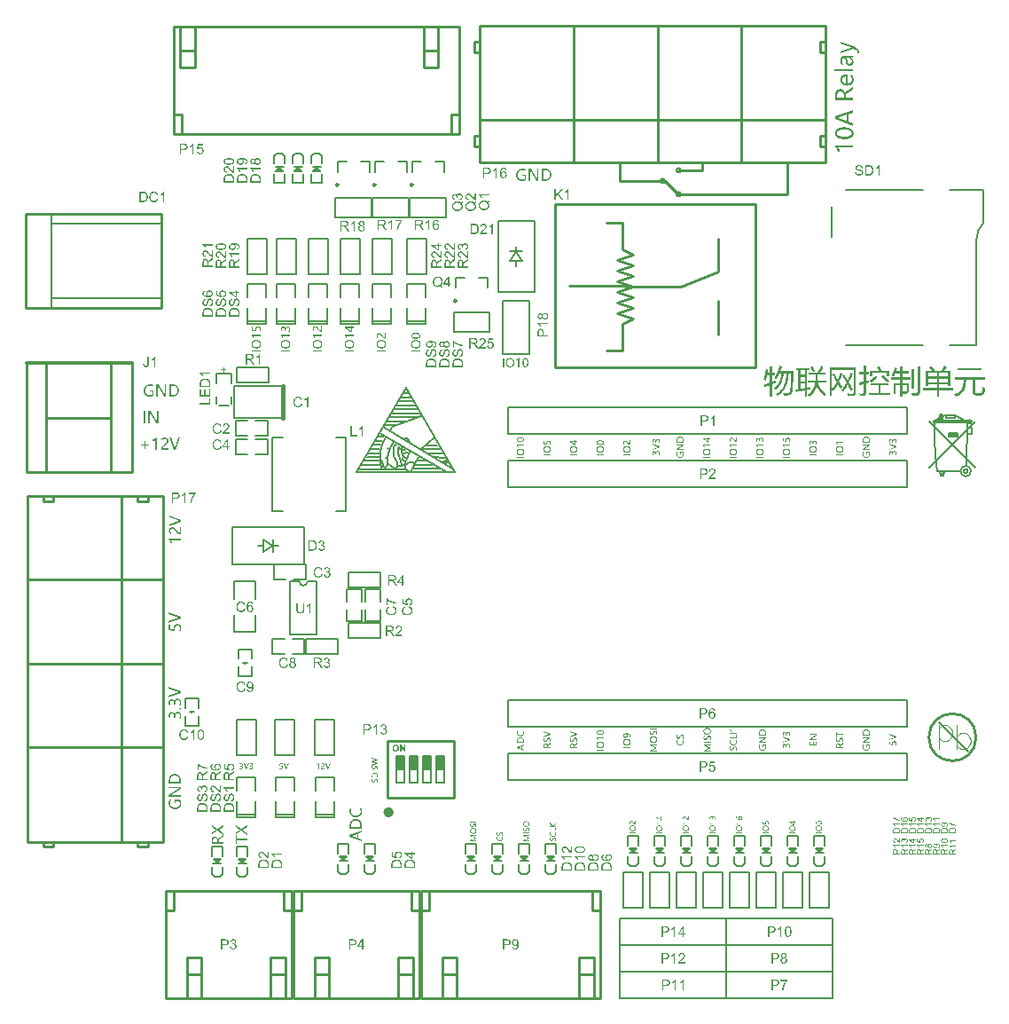
<source format=gto>
G04*
G04 #@! TF.GenerationSoftware,Altium Limited,Altium Designer,21.0.3 (12)*
G04*
G04 Layer_Color=65535*
%FSLAX25Y25*%
%MOIN*%
G70*
G04*
G04 #@! TF.SameCoordinates,E6294E34-86D8-4D4B-B4CD-31F9D36B8334*
G04*
G04*
G04 #@! TF.FilePolarity,Positive*
G04*
G01*
G75*
%ADD10C,0.01000*%
%ADD11C,0.00787*%
%ADD12C,0.01968*%
%ADD13C,0.00984*%
%ADD14C,0.00500*%
%ADD15C,0.01378*%
%ADD16C,0.00600*%
%ADD17C,0.00800*%
%ADD18C,0.00591*%
%ADD19C,0.01500*%
%ADD20C,0.01200*%
%ADD21C,0.00400*%
%ADD22R,0.01400X0.00700*%
%ADD23R,0.03000X0.05000*%
G36*
X393042Y269827D02*
X384002D01*
Y270716D01*
X393042D01*
Y269827D01*
D02*
G37*
G36*
X363138Y269608D02*
X365675D01*
Y268792D01*
X363138D01*
Y267232D01*
X366185D01*
Y266415D01*
X363138D01*
Y265118D01*
X365690D01*
Y262347D01*
Y262333D01*
Y262289D01*
Y262231D01*
X365675Y262158D01*
X365660Y262056D01*
X365631Y261954D01*
X365544Y261720D01*
X365486Y261604D01*
X365413Y261502D01*
X365325Y261385D01*
X365208Y261298D01*
X365077Y261210D01*
X364931Y261152D01*
X364756Y261108D01*
X364552Y261093D01*
X363590D01*
Y261108D01*
X363576Y261152D01*
X363561Y261239D01*
X363546Y261327D01*
X363517Y261458D01*
X363488Y261589D01*
X363459Y261750D01*
X363415Y261910D01*
X363517D01*
X363619Y261895D01*
X363896D01*
X364042Y261881D01*
X364363D01*
X364421Y261895D01*
X364494Y261910D01*
X364596Y261954D01*
X364684Y262027D01*
X364756Y262129D01*
X364815Y262275D01*
X364829Y262464D01*
Y264330D01*
X363138D01*
Y260015D01*
X362234D01*
Y264330D01*
X360630D01*
Y260889D01*
X359770D01*
Y265118D01*
X362234D01*
Y266415D01*
X358895D01*
Y267232D01*
X362234D01*
Y268792D01*
X360514D01*
X360499Y268763D01*
X360470Y268675D01*
X360397Y268544D01*
X360324Y268384D01*
X360222Y268194D01*
X360105Y267975D01*
X359843Y267523D01*
X359828Y267538D01*
X359770Y267567D01*
X359697Y267611D01*
X359595Y267669D01*
X359478Y267727D01*
X359333Y267800D01*
X359041Y267975D01*
X359056Y267990D01*
X359085Y268034D01*
X359129Y268121D01*
X359187Y268223D01*
X359260Y268340D01*
X359347Y268500D01*
X359449Y268675D01*
X359551Y268865D01*
X359653Y269083D01*
X359755Y269317D01*
X359872Y269565D01*
X359974Y269827D01*
X360164Y270381D01*
X360324Y270979D01*
X361184Y270760D01*
Y270731D01*
X361155Y270658D01*
X361126Y270541D01*
X361082Y270396D01*
X361039Y270221D01*
X360980Y270017D01*
X360849Y269608D01*
X362234D01*
Y271402D01*
X363138D01*
Y269608D01*
D02*
G37*
G36*
X329210Y271460D02*
X329225Y271445D01*
X329269Y271402D01*
X329312Y271343D01*
X329371Y271270D01*
X329444Y271183D01*
X329619Y270964D01*
X329823Y270702D01*
X330042Y270410D01*
X330275Y270089D01*
X330508Y269739D01*
X329750Y269215D01*
Y269229D01*
X329735Y269258D01*
X329706Y269302D01*
X329662Y269360D01*
X329619Y269433D01*
X329560Y269521D01*
X329415Y269739D01*
X329240Y270002D01*
X329035Y270308D01*
X328788Y270643D01*
X328525Y270993D01*
X329196Y271475D01*
X329210Y271460D01*
D02*
G37*
G36*
X314251Y268821D02*
X315403D01*
Y268034D01*
X314251D01*
Y265599D01*
X314281Y265613D01*
X314353Y265628D01*
X314470Y265672D01*
X314616Y265730D01*
X314791Y265788D01*
X314980Y265861D01*
X315199Y265934D01*
X315418Y266021D01*
Y265992D01*
X315432Y265934D01*
X315447Y265847D01*
X315461Y265715D01*
X315476Y265584D01*
X315505Y265438D01*
X315549Y265147D01*
X315520Y265132D01*
X315447Y265103D01*
X315330Y265059D01*
X315170Y265001D01*
X314980Y264928D01*
X314762Y264855D01*
X314514Y264768D01*
X314251Y264666D01*
Y260044D01*
X313376D01*
Y264330D01*
X313362D01*
X313333Y264316D01*
X313289Y264301D01*
X313216Y264272D01*
X313129Y264243D01*
X313027Y264199D01*
X312910Y264155D01*
X312764Y264097D01*
X312458Y263980D01*
X312123Y263849D01*
X311729Y263703D01*
X311321Y263543D01*
X311146Y264534D01*
X311160D01*
X311190Y264549D01*
X311248Y264563D01*
X311335Y264593D01*
X311437Y264622D01*
X311554Y264666D01*
X311685Y264709D01*
X311831Y264768D01*
X312166Y264870D01*
X312545Y265001D01*
X312954Y265147D01*
X313376Y265293D01*
Y268034D01*
X312327D01*
Y268019D01*
X312312Y267990D01*
X312298Y267932D01*
X312283Y267844D01*
X312268Y267757D01*
X312239Y267640D01*
X312210Y267509D01*
X312166Y267377D01*
X312079Y267057D01*
X311991Y266721D01*
X311875Y266357D01*
X311758Y266007D01*
X311744Y266021D01*
X311700Y266051D01*
X311612Y266109D01*
X311525Y266182D01*
X311408Y266255D01*
X311277Y266342D01*
X311000Y266532D01*
X311015Y266546D01*
X311029Y266605D01*
X311058Y266692D01*
X311102Y266809D01*
X311160Y266969D01*
X311219Y267159D01*
X311277Y267363D01*
X311350Y267611D01*
X311423Y267873D01*
X311496Y268165D01*
X311554Y268471D01*
X311627Y268821D01*
X311685Y269171D01*
X311744Y269550D01*
X311787Y269944D01*
X311831Y270352D01*
X312662Y270221D01*
Y270206D01*
Y270191D01*
Y270148D01*
X312648Y270104D01*
X312633Y269958D01*
X312618Y269769D01*
X312589Y269565D01*
X312545Y269317D01*
X312473Y268821D01*
X313376D01*
Y271445D01*
X314251D01*
Y268821D01*
D02*
G37*
G36*
X354244Y271562D02*
X354259Y271547D01*
X354288Y271504D01*
X354346Y271445D01*
X354463Y271285D01*
X354609Y271095D01*
X354784Y270862D01*
X354973Y270614D01*
X355163Y270366D01*
X355338Y270118D01*
X354769Y269725D01*
X358123D01*
Y267625D01*
X357219D01*
Y268879D01*
X352013D01*
Y267625D01*
X351095D01*
Y269725D01*
X354448D01*
Y269739D01*
X354434Y269754D01*
X354376Y269842D01*
X354288Y269973D01*
X354171Y270148D01*
X354026Y270366D01*
X353865Y270600D01*
X353676Y270833D01*
X353486Y271095D01*
X354230Y271576D01*
X354244Y271562D01*
D02*
G37*
G36*
X344519Y268529D02*
Y268515D01*
X344490Y268456D01*
X344461Y268369D01*
X344403Y268252D01*
X344344Y268092D01*
X344272Y267932D01*
X344184Y267727D01*
X344097Y267509D01*
X343994Y267275D01*
X343878Y267028D01*
X343630Y266488D01*
X343368Y265934D01*
X343076Y265366D01*
X343091Y265351D01*
X343105Y265307D01*
X343149Y265234D01*
X343207Y265147D01*
X343280Y265030D01*
X343353Y264884D01*
X343441Y264738D01*
X343543Y264563D01*
X343659Y264359D01*
X343776Y264155D01*
X344038Y263703D01*
X344315Y263208D01*
X344607Y262697D01*
X343820Y262245D01*
Y262260D01*
X343790Y262289D01*
X343761Y262362D01*
X343718Y262435D01*
X343659Y262537D01*
X343601Y262654D01*
X343528Y262785D01*
X343455Y262945D01*
X343266Y263281D01*
X343061Y263660D01*
X342843Y264068D01*
X342609Y264491D01*
X342595Y264476D01*
X342580Y264432D01*
X342536Y264359D01*
X342493Y264272D01*
X342420Y264155D01*
X342347Y264024D01*
X342245Y263864D01*
X342158Y263703D01*
X341924Y263324D01*
X341662Y262901D01*
X341385Y262464D01*
X341078Y262027D01*
X340364Y262479D01*
X340379Y262493D01*
X340408Y262551D01*
X340466Y262624D01*
X340539Y262726D01*
X340627Y262858D01*
X340729Y263018D01*
X340831Y263193D01*
X340962Y263383D01*
X341093Y263587D01*
X341239Y263820D01*
X341530Y264301D01*
X341837Y264811D01*
X342128Y265336D01*
Y265351D01*
X342099Y265395D01*
X342055Y265453D01*
X342012Y265540D01*
X341953Y265657D01*
X341880Y265788D01*
X341793Y265934D01*
X341705Y266109D01*
X341487Y266474D01*
X341253Y266896D01*
X340991Y267334D01*
X340714Y267800D01*
X341385Y268209D01*
Y268194D01*
X341414Y268165D01*
X341443Y268121D01*
X341487Y268048D01*
X341545Y267961D01*
X341603Y267859D01*
X341676Y267742D01*
X341749Y267611D01*
X341939Y267305D01*
X342143Y266969D01*
X342362Y266605D01*
X342595Y266211D01*
X342609Y266226D01*
X342624Y266269D01*
X342653Y266342D01*
X342711Y266444D01*
X342770Y266561D01*
X342828Y266707D01*
X342901Y266853D01*
X342988Y267042D01*
X343076Y267232D01*
X343163Y267436D01*
X343353Y267873D01*
X343543Y268354D01*
X343732Y268835D01*
X344519Y268529D01*
D02*
G37*
G36*
X354055Y267465D02*
X354040Y267450D01*
X353996Y267407D01*
X353924Y267348D01*
X353821Y267261D01*
X353705Y267159D01*
X353559Y267028D01*
X353399Y266882D01*
X353224Y266736D01*
X352830Y266386D01*
X352393Y266021D01*
X351941Y265642D01*
X351474Y265278D01*
X350833Y265978D01*
X350847Y265992D01*
X350891Y266021D01*
X350978Y266080D01*
X351080Y266153D01*
X351197Y266255D01*
X351343Y266357D01*
X351503Y266488D01*
X351693Y266634D01*
X352086Y266940D01*
X352524Y267305D01*
X352961Y267698D01*
X353399Y268107D01*
X354055Y267465D01*
D02*
G37*
G36*
X355790Y268077D02*
X355848Y268048D01*
X355921Y267975D01*
X356038Y267902D01*
X356169Y267800D01*
X356315Y267684D01*
X356490Y267552D01*
X356679Y267407D01*
X357102Y267086D01*
X357539Y266736D01*
X357977Y266371D01*
X358400Y266007D01*
X357744Y265263D01*
X357729Y265278D01*
X357700Y265307D01*
X357641Y265366D01*
X357554Y265453D01*
X357452Y265540D01*
X357321Y265657D01*
X357189Y265788D01*
X357014Y265934D01*
X356839Y266094D01*
X356635Y266269D01*
X356431Y266444D01*
X356198Y266649D01*
X355702Y267057D01*
X355148Y267480D01*
X355775Y268092D01*
X355790Y268077D01*
D02*
G37*
G36*
X373898Y271562D02*
X373927Y271547D01*
X373971Y271504D01*
X374029Y271445D01*
X374190Y271285D01*
X374394Y271081D01*
X374627Y270848D01*
X374890Y270600D01*
X375152Y270323D01*
X375400Y270060D01*
X374962Y269696D01*
X377703D01*
X377718Y269710D01*
X377733Y269739D01*
X377762Y269783D01*
X377820Y269842D01*
X377878Y269929D01*
X377937Y270017D01*
X378112Y270250D01*
X378301Y270527D01*
X378520Y270833D01*
X378753Y271183D01*
X379001Y271547D01*
X379934Y271052D01*
Y271037D01*
X379905Y271023D01*
X379876Y270979D01*
X379832Y270935D01*
X379715Y270789D01*
X379555Y270614D01*
X379380Y270396D01*
X379191Y270177D01*
X378768Y269696D01*
X381144D01*
Y264039D01*
X380270D01*
Y264593D01*
X377033D01*
Y263281D01*
X382311D01*
Y262435D01*
X377033D01*
Y260000D01*
X376114D01*
Y262435D01*
X370836D01*
Y263281D01*
X376114D01*
Y264593D01*
X372892D01*
Y264039D01*
X372003D01*
Y269696D01*
X374423D01*
Y269710D01*
X374394Y269725D01*
X374321Y269812D01*
X374219Y269944D01*
X374059Y270104D01*
X373884Y270308D01*
X373679Y270541D01*
X373461Y270789D01*
X373213Y271037D01*
X373884Y271576D01*
X373898Y271562D01*
D02*
G37*
G36*
X367541Y263120D02*
X366637D01*
Y270293D01*
X367541D01*
Y263120D01*
D02*
G37*
G36*
X317911Y271285D02*
Y271270D01*
X317896Y271241D01*
X317882Y271197D01*
X317853Y271125D01*
X317823Y271052D01*
X317794Y270950D01*
X317707Y270716D01*
X317605Y270454D01*
X317488Y270162D01*
X317240Y269550D01*
X322300D01*
Y269535D01*
Y269492D01*
Y269433D01*
X322285Y269346D01*
Y269229D01*
X322270Y269098D01*
Y268952D01*
X322256Y268777D01*
Y268588D01*
X322241Y268384D01*
X322227Y268165D01*
X322212Y267932D01*
X322197Y267436D01*
X322168Y266896D01*
X322139Y266328D01*
X322110Y265730D01*
X322037Y264534D01*
X322008Y263951D01*
X321979Y263383D01*
X321950Y262858D01*
X321920Y262362D01*
Y262347D01*
X321906Y262275D01*
X321891Y262187D01*
X321877Y262056D01*
X321833Y261910D01*
X321789Y261750D01*
X321716Y261575D01*
X321643Y261400D01*
X321541Y261225D01*
X321410Y261050D01*
X321250Y260889D01*
X321075Y260744D01*
X320871Y260612D01*
X320637Y260525D01*
X320360Y260467D01*
X320054Y260437D01*
X319617D01*
X319384Y260452D01*
X318829D01*
X318509Y260467D01*
Y260481D01*
X318494Y260540D01*
X318479Y260642D01*
X318465Y260758D01*
X318450Y260904D01*
X318421Y261064D01*
X318392Y261254D01*
X318348Y261458D01*
X318392D01*
X318450Y261443D01*
X318523D01*
X318596Y261429D01*
X318698D01*
X318932Y261400D01*
X319194Y261385D01*
X319456Y261356D01*
X319719Y261341D01*
X319996D01*
X320040Y261356D01*
X320098D01*
X320258Y261400D01*
X320433Y261473D01*
X320535Y261531D01*
X320623Y261604D01*
X320710Y261691D01*
X320798Y261793D01*
X320871Y261910D01*
X320929Y262056D01*
X320973Y262216D01*
X321002Y262406D01*
Y262435D01*
X321017Y262522D01*
Y262654D01*
X321031Y262843D01*
X321060Y263091D01*
X321075Y263383D01*
X321104Y263733D01*
X321118Y264112D01*
X321148Y264549D01*
X321177Y265030D01*
X321206Y265555D01*
X321235Y266109D01*
X321279Y266707D01*
X321308Y267348D01*
X321337Y268019D01*
X321366Y268733D01*
X320477D01*
Y268719D01*
Y268704D01*
X320462Y268660D01*
Y268602D01*
X320448Y268442D01*
X320419Y268238D01*
X320390Y267990D01*
X320346Y267698D01*
X320302Y267377D01*
X320244Y267028D01*
X320171Y266663D01*
X320098Y266284D01*
X319923Y265497D01*
X319835Y265118D01*
X319719Y264738D01*
X319617Y264374D01*
X319486Y264039D01*
X319471Y264009D01*
X319442Y263937D01*
X319384Y263820D01*
X319311Y263674D01*
X319209Y263485D01*
X319077Y263266D01*
X318932Y263018D01*
X318742Y262741D01*
X318538Y262449D01*
X318305Y262143D01*
X318057Y261837D01*
X317765Y261516D01*
X317444Y261196D01*
X317109Y260875D01*
X316730Y260569D01*
X316322Y260262D01*
X316307Y260277D01*
X316278Y260321D01*
X316220Y260394D01*
X316161Y260496D01*
X316074Y260598D01*
X315972Y260714D01*
X315724Y260977D01*
X315753Y260991D01*
X315826Y261050D01*
X315928Y261137D01*
X316074Y261239D01*
X316263Y261385D01*
X316453Y261560D01*
X316686Y261764D01*
X316919Y261983D01*
X317167Y262231D01*
X317415Y262508D01*
X317678Y262785D01*
X317926Y263106D01*
X318159Y263426D01*
X318377Y263762D01*
X318567Y264126D01*
X318742Y264491D01*
X318757Y264505D01*
X318771Y264563D01*
X318800Y264666D01*
X318859Y264782D01*
X318902Y264943D01*
X318975Y265147D01*
X319034Y265380D01*
X319107Y265628D01*
X319179Y265919D01*
X319252Y266240D01*
X319325Y266590D01*
X319398Y266969D01*
X319471Y267377D01*
X319529Y267800D01*
X319573Y268252D01*
X319617Y268733D01*
X318582D01*
Y268704D01*
X318567Y268631D01*
X318552Y268515D01*
X318523Y268369D01*
X318494Y268179D01*
X318450Y267961D01*
X318392Y267713D01*
X318348Y267450D01*
X318275Y267173D01*
X318202Y266882D01*
X318042Y266284D01*
X317853Y265686D01*
X317751Y265409D01*
X317634Y265147D01*
X317619Y265132D01*
X317605Y265074D01*
X317561Y265001D01*
X317488Y264884D01*
X317415Y264753D01*
X317328Y264607D01*
X317211Y264432D01*
X317094Y264243D01*
X316949Y264039D01*
X316788Y263820D01*
X316613Y263587D01*
X316424Y263353D01*
X316220Y263120D01*
X316016Y262887D01*
X315534Y262420D01*
X315520Y262435D01*
X315491Y262479D01*
X315432Y262551D01*
X315345Y262639D01*
X315257Y262741D01*
X315155Y262858D01*
X314922Y263106D01*
X314937Y263120D01*
X314980Y263164D01*
X315053Y263222D01*
X315141Y263310D01*
X315243Y263412D01*
X315374Y263543D01*
X315520Y263674D01*
X315666Y263835D01*
X315826Y264009D01*
X315986Y264199D01*
X316307Y264607D01*
X316628Y265059D01*
X316759Y265293D01*
X316890Y265526D01*
X316905Y265540D01*
X316919Y265584D01*
X316949Y265657D01*
X316992Y265759D01*
X317036Y265890D01*
X317094Y266036D01*
X317167Y266211D01*
X317226Y266415D01*
X317299Y266634D01*
X317372Y266882D01*
X317444Y267144D01*
X317503Y267421D01*
X317576Y267727D01*
X317634Y268048D01*
X317678Y268384D01*
X317721Y268733D01*
X316890D01*
Y268719D01*
X316861Y268675D01*
X316832Y268602D01*
X316788Y268515D01*
X316730Y268398D01*
X316672Y268267D01*
X316599Y268121D01*
X316511Y267961D01*
X316336Y267596D01*
X316132Y267217D01*
X315914Y266838D01*
X315695Y266474D01*
X315680Y266488D01*
X315636Y266503D01*
X315578Y266546D01*
X315491Y266605D01*
X315389Y266678D01*
X315257Y266751D01*
X315112Y266838D01*
X314951Y266926D01*
X314966Y266940D01*
X315009Y267013D01*
X315068Y267101D01*
X315141Y267246D01*
X315243Y267421D01*
X315359Y267640D01*
X315505Y267888D01*
X315651Y268165D01*
X315797Y268486D01*
X315972Y268821D01*
X316147Y269200D01*
X316322Y269608D01*
X316511Y270046D01*
X316686Y270512D01*
X316876Y271008D01*
X317051Y271533D01*
X317911Y271285D01*
D02*
G37*
G36*
X369801Y261808D02*
Y261793D01*
Y261735D01*
X369787Y261662D01*
Y261560D01*
X369757Y261443D01*
X369728Y261312D01*
X369685Y261181D01*
X369626Y261035D01*
X369553Y260889D01*
X369466Y260744D01*
X369349Y260612D01*
X369218Y260496D01*
X369058Y260394D01*
X368868Y260321D01*
X368664Y260262D01*
X368416Y260248D01*
X367570D01*
X367410Y260262D01*
X366856D01*
Y260277D01*
X366841Y260335D01*
X366827Y260437D01*
X366812Y260554D01*
X366783Y260714D01*
X366754Y260889D01*
X366725Y261079D01*
X366681Y261283D01*
X366725D01*
X366769Y261268D01*
X366841D01*
X367016Y261254D01*
X367235Y261239D01*
X367468Y261210D01*
X367702Y261196D01*
X367935Y261181D01*
X368168D01*
X368256Y261196D01*
X368372Y261225D01*
X368503Y261283D01*
X368635Y261385D01*
X368751Y261531D01*
X368795Y261618D01*
X368839Y261735D01*
X368853Y261852D01*
X368868Y261998D01*
Y271402D01*
X369801D01*
Y261808D01*
D02*
G37*
G36*
X345744Y261487D02*
Y261473D01*
Y261429D01*
X345730Y261370D01*
Y261298D01*
X345700Y261196D01*
X345671Y261093D01*
X345627Y260977D01*
X345584Y260860D01*
X345511Y260744D01*
X345423Y260627D01*
X345307Y260525D01*
X345176Y260423D01*
X345030Y260350D01*
X344840Y260292D01*
X344636Y260248D01*
X344403Y260233D01*
X343907D01*
X343645Y260248D01*
X343003D01*
X342624Y260262D01*
Y260277D01*
X342609Y260335D01*
X342595Y260408D01*
X342580Y260525D01*
X342566Y260656D01*
X342536Y260802D01*
X342507Y260977D01*
X342464Y261166D01*
X342566D01*
X342624Y261152D01*
X342711D01*
X342814Y261137D01*
X343032D01*
X343295Y261123D01*
X343572Y261108D01*
X343863Y261093D01*
X344155D01*
X344242Y261108D01*
X344359Y261123D01*
X344505Y261166D01*
X344636Y261254D01*
X344753Y261356D01*
X344840Y261516D01*
X344855Y261604D01*
X344869Y261720D01*
Y269973D01*
X336690Y269973D01*
Y262654D01*
X336704Y262668D01*
X336734Y262726D01*
X336792Y262799D01*
X336865Y262901D01*
X336952Y263047D01*
X337054Y263193D01*
X337157Y263368D01*
X337288Y263572D01*
X337419Y263791D01*
X337565Y264009D01*
X337856Y264505D01*
X338162Y265045D01*
X338454Y265584D01*
X338440Y265599D01*
X338425Y265642D01*
X338381Y265715D01*
X338323Y265817D01*
X338250Y265949D01*
X338162Y266094D01*
X338075Y266269D01*
X337958Y266459D01*
X337842Y266649D01*
X337725Y266867D01*
X337448Y267348D01*
X337142Y267844D01*
X336836Y268369D01*
X337521Y268733D01*
X337536Y268719D01*
X337550Y268690D01*
X337594Y268617D01*
X337638Y268544D01*
X337711Y268442D01*
X337784Y268325D01*
X337856Y268194D01*
X337958Y268034D01*
X338162Y267698D01*
X338396Y267319D01*
X338644Y266896D01*
X338906Y266474D01*
Y266488D01*
X338935Y266532D01*
X338964Y266590D01*
X338994Y266678D01*
X339052Y266794D01*
X339110Y266926D01*
X339169Y267071D01*
X339242Y267232D01*
X339387Y267611D01*
X339548Y268019D01*
X339708Y268456D01*
X339868Y268908D01*
X340670Y268617D01*
Y268602D01*
X340641Y268544D01*
X340612Y268456D01*
X340568Y268354D01*
X340510Y268209D01*
X340452Y268048D01*
X340379Y267859D01*
X340291Y267654D01*
X340204Y267436D01*
X340102Y267202D01*
X339883Y266692D01*
X339650Y266167D01*
X339402Y265642D01*
X339416Y265628D01*
X339431Y265584D01*
X339475Y265526D01*
X339518Y265438D01*
X339577Y265336D01*
X339650Y265220D01*
X339737Y265074D01*
X339825Y264914D01*
X340014Y264563D01*
X340248Y264170D01*
X340481Y263733D01*
X340729Y263295D01*
X339927Y262887D01*
Y262901D01*
X339912Y262931D01*
X339883Y262974D01*
X339839Y263047D01*
X339795Y263135D01*
X339752Y263222D01*
X339620Y263470D01*
X339475Y263747D01*
X339300Y264053D01*
X339125Y264389D01*
X338935Y264738D01*
X338921Y264724D01*
X338906Y264680D01*
X338862Y264607D01*
X338804Y264505D01*
X338746Y264389D01*
X338673Y264243D01*
X338571Y264082D01*
X338469Y263907D01*
X338250Y263514D01*
X337988Y263091D01*
X337696Y262639D01*
X337390Y262187D01*
X336690Y262595D01*
Y260175D01*
X335815D01*
Y270818D01*
X345744Y270818D01*
Y261487D01*
D02*
G37*
G36*
X349477Y269215D02*
X350672D01*
Y268384D01*
X349477D01*
Y265919D01*
X349506Y265934D01*
X349579Y265949D01*
X349695Y265978D01*
X349856Y266021D01*
X350031Y266065D01*
X350235Y266124D01*
X350643Y266240D01*
Y266211D01*
Y266153D01*
X350658Y266051D01*
X350672Y265934D01*
Y265788D01*
X350687Y265642D01*
X350730Y265336D01*
X350701Y265322D01*
X350628Y265307D01*
X350497Y265278D01*
X350337Y265234D01*
X350147Y265176D01*
X349929Y265118D01*
X349477Y264986D01*
Y261400D01*
Y261385D01*
Y261341D01*
Y261283D01*
X349462Y261210D01*
X349418Y261006D01*
X349345Y260787D01*
X349287Y260671D01*
X349214Y260569D01*
X349127Y260467D01*
X349010Y260365D01*
X348893Y260292D01*
X348748Y260233D01*
X348573Y260190D01*
X348383Y260175D01*
X347712D01*
X347465Y260190D01*
X347173D01*
Y260219D01*
X347158Y260277D01*
Y260365D01*
X347144Y260496D01*
X347115Y260642D01*
X347100Y260802D01*
X347027Y261166D01*
X347056D01*
X347144Y261152D01*
X347260Y261137D01*
X347406Y261123D01*
X347581Y261108D01*
X347742Y261093D01*
X347902Y261079D01*
X348077D01*
X348135Y261093D01*
X348208Y261108D01*
X348310Y261152D01*
X348412Y261210D01*
X348485Y261312D01*
X348544Y261443D01*
X348573Y261618D01*
Y264724D01*
X348558D01*
X348544Y264709D01*
X348500Y264695D01*
X348441Y264680D01*
X348281Y264636D01*
X348077Y264578D01*
X347844Y264505D01*
X347581Y264432D01*
X347042Y264272D01*
X346925Y265263D01*
X346940D01*
X346969Y265278D01*
X347013Y265293D01*
X347071Y265307D01*
X347144Y265322D01*
X347246Y265351D01*
X347450Y265395D01*
X347712Y265468D01*
X347990Y265540D01*
X348281Y265613D01*
X348573Y265686D01*
Y268384D01*
X346983D01*
Y269215D01*
X348573D01*
Y271475D01*
X349477D01*
Y269215D01*
D02*
G37*
G36*
X357889Y264272D02*
X355032D01*
Y261400D01*
X358458D01*
Y260525D01*
X350512D01*
Y261400D01*
X354113D01*
Y264272D01*
X351270D01*
Y265088D01*
X357889D01*
Y264272D01*
D02*
G37*
G36*
X394135Y266444D02*
X390461D01*
Y261895D01*
Y261866D01*
X390476Y261793D01*
X390505Y261677D01*
X390548Y261560D01*
X390636Y261443D01*
X390753Y261327D01*
X390928Y261254D01*
X391044Y261239D01*
X391161Y261225D01*
X392225D01*
X392284Y261239D01*
X392429Y261268D01*
X392590Y261327D01*
X392765Y261414D01*
X392910Y261545D01*
X392983Y261633D01*
X393042Y261735D01*
X393085Y261852D01*
X393115Y261983D01*
Y261998D01*
Y262012D01*
X393129Y262100D01*
X393158Y262245D01*
X393173Y262435D01*
X393202Y262683D01*
X393231Y262960D01*
X393260Y263281D01*
X393289Y263645D01*
X393304D01*
X393377Y263616D01*
X393464Y263587D01*
X393596Y263543D01*
X393741Y263499D01*
X393917Y263456D01*
X394091Y263397D01*
X394296Y263353D01*
Y263339D01*
Y263310D01*
X394281Y263251D01*
Y263193D01*
X394266Y263106D01*
X394252Y263003D01*
X394223Y262770D01*
X394194Y262493D01*
X394150Y262216D01*
X394106Y261939D01*
X394062Y261662D01*
Y261648D01*
X394048Y261604D01*
X394033Y261545D01*
X394004Y261473D01*
X393960Y261370D01*
X393917Y261268D01*
X393844Y261152D01*
X393771Y261035D01*
X393669Y260919D01*
X393552Y260802D01*
X393406Y260700D01*
X393246Y260598D01*
X393071Y260525D01*
X392867Y260467D01*
X392633Y260423D01*
X392371Y260408D01*
X390884D01*
X390811Y260423D01*
X390709Y260437D01*
X390607Y260452D01*
X390476Y260481D01*
X390344Y260525D01*
X390213Y260583D01*
X390082Y260656D01*
X389951Y260758D01*
X389820Y260875D01*
X389717Y261006D01*
X389615Y261166D01*
X389543Y261356D01*
X389499Y261575D01*
X389484Y261823D01*
Y266444D01*
X387108D01*
Y266065D01*
Y266036D01*
Y265963D01*
Y265832D01*
X387093Y265657D01*
X387078Y265453D01*
X387064Y265220D01*
X387049Y264972D01*
X387020Y264680D01*
X386933Y264097D01*
X386801Y263485D01*
X386714Y263193D01*
X386612Y262916D01*
X386495Y262654D01*
X386364Y262420D01*
X386349Y262406D01*
X386335Y262362D01*
X386277Y262289D01*
X386218Y262202D01*
X386116Y262085D01*
X386014Y261954D01*
X385868Y261808D01*
X385708Y261633D01*
X385518Y261458D01*
X385314Y261268D01*
X385066Y261064D01*
X384789Y260860D01*
X384498Y260656D01*
X384162Y260437D01*
X383798Y260233D01*
X383404Y260015D01*
X383390Y260044D01*
X383331Y260102D01*
X383259Y260190D01*
X383171Y260306D01*
X382938Y260569D01*
X382836Y260685D01*
X382719Y260802D01*
X382748Y260817D01*
X382806Y260846D01*
X382909Y260904D01*
X383040Y260977D01*
X383215Y261064D01*
X383390Y261166D01*
X383594Y261298D01*
X383812Y261429D01*
X384264Y261735D01*
X384717Y262085D01*
X384921Y262275D01*
X385110Y262464D01*
X385285Y262668D01*
X385431Y262872D01*
X385445Y262887D01*
X385460Y262916D01*
X385489Y262989D01*
X385547Y263076D01*
X385591Y263178D01*
X385650Y263310D01*
X385722Y263470D01*
X385781Y263660D01*
X385854Y263864D01*
X385912Y264097D01*
X385970Y264359D01*
X386029Y264651D01*
X386072Y264957D01*
X386102Y265278D01*
X386116Y265642D01*
X386131Y266021D01*
Y266444D01*
X382879D01*
Y267334D01*
X394135D01*
Y266444D01*
D02*
G37*
G36*
X333497Y271052D02*
X333482Y271037D01*
X333468Y271008D01*
X333424Y270935D01*
X333380Y270862D01*
X333307Y270760D01*
X333235Y270643D01*
X333060Y270366D01*
X332855Y270060D01*
X332637Y269710D01*
X332389Y269375D01*
X332156Y269025D01*
X334109D01*
Y268150D01*
X331383D01*
Y268136D01*
Y268092D01*
Y268034D01*
Y267946D01*
Y267829D01*
Y267713D01*
Y267567D01*
Y267421D01*
X331368Y267086D01*
Y266736D01*
X331354Y266386D01*
X331339Y266051D01*
X334503D01*
Y265191D01*
X331456D01*
Y265176D01*
X331470Y265161D01*
X331485Y265118D01*
X331500Y265074D01*
X331558Y264928D01*
X331631Y264738D01*
X331733Y264505D01*
X331864Y264243D01*
X332010Y263951D01*
X332185Y263630D01*
X332403Y263295D01*
X332637Y262960D01*
X332899Y262610D01*
X333191Y262275D01*
X333511Y261939D01*
X333861Y261633D01*
X334241Y261327D01*
X334663Y261064D01*
X334649Y261050D01*
X334590Y260991D01*
X334518Y260904D01*
X334416Y260802D01*
X334299Y260671D01*
X334182Y260510D01*
X333920Y260190D01*
X333891Y260204D01*
X333832Y260262D01*
X333730Y260350D01*
X333584Y260467D01*
X333410Y260627D01*
X333220Y260802D01*
X333001Y261021D01*
X332783Y261268D01*
X332535Y261531D01*
X332301Y261823D01*
X332053Y262158D01*
X331820Y262493D01*
X331587Y262872D01*
X331368Y263251D01*
X331179Y263660D01*
X331004Y264097D01*
Y264068D01*
X330975Y263980D01*
X330931Y263864D01*
X330873Y263689D01*
X330785Y263470D01*
X330683Y263222D01*
X330566Y262960D01*
X330421Y262654D01*
X330246Y262347D01*
X330042Y262027D01*
X329808Y261691D01*
X329546Y261341D01*
X329254Y261006D01*
X328933Y260685D01*
X328569Y260365D01*
X328175Y260073D01*
X328161Y260087D01*
X328117Y260146D01*
X328044Y260233D01*
X327971Y260335D01*
X327752Y260583D01*
X327534Y260831D01*
X327563Y260846D01*
X327636Y260904D01*
X327767Y260991D01*
X327913Y261108D01*
X328102Y261268D01*
X328321Y261458D01*
X328554Y261691D01*
X328802Y261939D01*
X329050Y262231D01*
X329298Y262566D01*
X329531Y262916D01*
X329750Y263310D01*
X329954Y263733D01*
X330129Y264184D01*
X330275Y264680D01*
X330377Y265191D01*
X327752D01*
Y266051D01*
X330435D01*
Y266065D01*
Y266094D01*
Y266138D01*
X330450Y266196D01*
Y266284D01*
Y266386D01*
X330464Y266503D01*
Y266634D01*
Y266780D01*
X330479Y266940D01*
Y267290D01*
Y267698D01*
Y268150D01*
X328073D01*
Y269025D01*
X331223D01*
Y269040D01*
X331252Y269069D01*
X331281Y269112D01*
X331325Y269185D01*
X331368Y269273D01*
X331427Y269375D01*
X331514Y269506D01*
X331587Y269637D01*
X331689Y269812D01*
X331791Y269987D01*
X331908Y270191D01*
X332024Y270410D01*
X332156Y270643D01*
X332287Y270906D01*
X332433Y271183D01*
X332593Y271475D01*
X333497Y271052D01*
D02*
G37*
G36*
X328219Y269827D02*
X327344D01*
Y263353D01*
X327373D01*
X327432Y263368D01*
X327534Y263397D01*
X327679Y263412D01*
X327840Y263456D01*
X328015Y263485D01*
X328409Y263558D01*
Y263543D01*
Y263485D01*
X328423Y263383D01*
Y263281D01*
X328438Y263149D01*
X328452Y263003D01*
X328481Y262741D01*
X328452D01*
X328379Y262726D01*
X328277Y262697D01*
X328132Y262668D01*
X327957Y262639D01*
X327767Y262595D01*
X327563Y262551D01*
X327344Y262508D01*
Y260058D01*
X326499D01*
Y262333D01*
X326484D01*
X326426Y262318D01*
X326353Y262304D01*
X326236Y262289D01*
X326105Y262260D01*
X325930Y262216D01*
X325740Y262187D01*
X325536Y262143D01*
X325303Y262100D01*
X325055Y262041D01*
X324793Y261998D01*
X324501Y261939D01*
X323903Y261808D01*
X323276Y261677D01*
X323058Y262610D01*
X323072D01*
X323131Y262624D01*
X323218Y262639D01*
X323335Y262654D01*
X323466Y262683D01*
X323612Y262697D01*
X323947Y262756D01*
Y269827D01*
X323189D01*
Y270643D01*
X328219D01*
Y269827D01*
D02*
G37*
G36*
X345448Y391239D02*
X345470Y391228D01*
X345514Y391206D01*
X345590Y391173D01*
X345688Y391129D01*
X345809Y391064D01*
X345940Y390987D01*
X346082Y390900D01*
X346224Y390791D01*
X346366Y390681D01*
X346508Y390550D01*
X346639Y390408D01*
X346760Y390255D01*
X346858Y390091D01*
X346934Y389916D01*
X346978Y389719D01*
X347000Y389523D01*
Y389403D01*
X346989Y389337D01*
X346967Y389151D01*
X346923Y388976D01*
X346180D01*
Y388987D01*
X346191Y389020D01*
X346202Y389064D01*
X346224Y389129D01*
X346235Y389195D01*
X346257Y389282D01*
X346268Y389457D01*
Y389512D01*
X346257Y389556D01*
X346235Y389654D01*
X346180Y389785D01*
X346104Y389927D01*
X346049Y389993D01*
X345984Y390069D01*
X345907Y390135D01*
X345809Y390200D01*
X345710Y390266D01*
X345590Y390321D01*
X344727Y390692D01*
X339906Y388801D01*
Y389741D01*
X343535Y391009D01*
X343929Y391108D01*
Y391129D01*
X343918D01*
X343907Y391140D01*
X343874D01*
X343830Y391151D01*
X343776Y391173D01*
X343710Y391195D01*
X343623Y391217D01*
X343535Y391239D01*
X339906Y392561D01*
Y393436D01*
X345448Y391239D01*
D02*
G37*
G36*
X344727Y387238D02*
X343983D01*
Y387216D01*
X343994Y387206D01*
X344016Y387195D01*
X344060Y387162D01*
X344114Y387118D01*
X344180Y387074D01*
X344257Y387009D01*
X344333Y386932D01*
X344410Y386845D01*
X344486Y386747D01*
X344563Y386637D01*
X344639Y386517D01*
X344705Y386386D01*
X344759Y386244D01*
X344803Y386080D01*
X344825Y385916D01*
X344836Y385741D01*
Y385675D01*
X344825Y385621D01*
X344814Y385501D01*
X344792Y385336D01*
X344748Y385162D01*
X344683Y384976D01*
X344584Y384790D01*
X344464Y384626D01*
X344442Y384604D01*
X344399Y384560D01*
X344311Y384495D01*
X344191Y384418D01*
X344049Y384342D01*
X343874Y384276D01*
X343666Y384233D01*
X343437Y384211D01*
X343426D01*
X343382D01*
X343306Y384222D01*
X343218Y384233D01*
X343120Y384254D01*
X343000Y384298D01*
X342868Y384342D01*
X342726Y384407D01*
X342595Y384495D01*
X342453Y384604D01*
X342322Y384724D01*
X342202Y384888D01*
X342092Y385063D01*
X341994Y385282D01*
X341917Y385522D01*
X341863Y385806D01*
X341666Y387238D01*
X341655D01*
X341612D01*
X341557Y387227D01*
X341480D01*
X341393Y387206D01*
X341284Y387184D01*
X341185Y387162D01*
X341065Y387118D01*
X340956Y387063D01*
X340846Y386998D01*
X340748Y386921D01*
X340661Y386823D01*
X340584Y386714D01*
X340529Y386582D01*
X340486Y386440D01*
X340475Y386265D01*
Y386178D01*
X340486Y386123D01*
X340497Y386036D01*
X340508Y385949D01*
X340518Y385850D01*
X340551Y385741D01*
X340617Y385490D01*
X340726Y385227D01*
X340792Y385096D01*
X340868Y384954D01*
X340956Y384812D01*
X341065Y384681D01*
X340234D01*
Y384692D01*
X340212Y384714D01*
X340191Y384757D01*
X340169Y384812D01*
X340125Y384877D01*
X340092Y384954D01*
X340049Y385052D01*
X340005Y385162D01*
X339972Y385271D01*
X339928Y385402D01*
X339852Y385686D01*
X339808Y386003D01*
X339786Y386342D01*
Y386419D01*
X339797Y386506D01*
X339819Y386615D01*
X339841Y386747D01*
X339885Y386899D01*
X339939Y387052D01*
X340016Y387216D01*
X340114Y387380D01*
X340234Y387533D01*
X340387Y387686D01*
X340562Y387818D01*
X340770Y387927D01*
X341021Y388014D01*
X341295Y388069D01*
X341622Y388091D01*
X344727D01*
Y387238D01*
D02*
G37*
G36*
Y382178D02*
X337589D01*
Y383030D01*
X344727D01*
Y382178D01*
D02*
G37*
G36*
X342541Y377664D02*
X342551D01*
X342573D01*
X342617D01*
X342672Y377675D01*
X342726Y377685D01*
X342803Y377696D01*
X342978Y377729D01*
X343164Y377773D01*
X343360Y377849D01*
X343557Y377959D01*
X343732Y378090D01*
X343754Y378112D01*
X343797Y378166D01*
X343863Y378254D01*
X343940Y378385D01*
X344016Y378538D01*
X344082Y378735D01*
X344125Y378964D01*
X344147Y379216D01*
Y379292D01*
X344136Y379358D01*
Y379423D01*
X344114Y379511D01*
X344082Y379708D01*
X344016Y379937D01*
X343929Y380188D01*
X343797Y380440D01*
X343721Y380571D01*
X343634Y380702D01*
X344399D01*
Y380691D01*
X344421Y380669D01*
X344442Y380637D01*
X344464Y380582D01*
X344497Y380516D01*
X344541Y380440D01*
X344573Y380352D01*
X344617Y380254D01*
X344661Y380134D01*
X344694Y380003D01*
X344738Y379872D01*
X344770Y379718D01*
X344814Y379380D01*
X344836Y379008D01*
Y378910D01*
X344825Y378833D01*
X344814Y378746D01*
X344803Y378647D01*
X344781Y378527D01*
X344748Y378407D01*
X344672Y378145D01*
X344617Y378013D01*
X344563Y377871D01*
X344486Y377740D01*
X344399Y377609D01*
X344300Y377489D01*
X344180Y377368D01*
X344169Y377358D01*
X344147Y377347D01*
X344114Y377314D01*
X344060Y377281D01*
X343994Y377237D01*
X343907Y377183D01*
X343808Y377128D01*
X343699Y377084D01*
X343579Y377030D01*
X343437Y376975D01*
X343284Y376920D01*
X343120Y376877D01*
X342945Y376844D01*
X342759Y376811D01*
X342551Y376800D01*
X342344Y376789D01*
X342333D01*
X342289D01*
X342234D01*
X342158Y376800D01*
X342060Y376811D01*
X341950Y376822D01*
X341830Y376844D01*
X341699Y376866D01*
X341404Y376942D01*
X341251Y376997D01*
X341098Y377063D01*
X340945Y377139D01*
X340792Y377226D01*
X340650Y377325D01*
X340508Y377434D01*
X340497Y377445D01*
X340475Y377467D01*
X340442Y377500D01*
X340398Y377554D01*
X340344Y377609D01*
X340278Y377685D01*
X340212Y377773D01*
X340147Y377871D01*
X340081Y377992D01*
X340016Y378112D01*
X339896Y378385D01*
X339852Y378527D01*
X339819Y378691D01*
X339797Y378855D01*
X339786Y379030D01*
Y379117D01*
X339797Y379183D01*
X339808Y379270D01*
X339819Y379358D01*
X339863Y379576D01*
X339939Y379806D01*
X340049Y380057D01*
X340114Y380177D01*
X340191Y380287D01*
X340289Y380407D01*
X340398Y380505D01*
X340409Y380516D01*
X340431Y380527D01*
X340464Y380560D01*
X340508Y380593D01*
X340573Y380626D01*
X340650Y380680D01*
X340737Y380724D01*
X340835Y380779D01*
X340956Y380822D01*
X341087Y380877D01*
X341218Y380921D01*
X341371Y380954D01*
X341535Y380997D01*
X341721Y381019D01*
X341907Y381030D01*
X342103Y381041D01*
X342541D01*
Y377664D01*
D02*
G37*
G36*
X344727Y375292D02*
X342858Y374166D01*
X342847D01*
X342836Y374155D01*
X342770Y374111D01*
X342672Y374046D01*
X342551Y373958D01*
X342420Y373860D01*
X342289Y373762D01*
X342180Y373652D01*
X342092Y373543D01*
X342081Y373532D01*
X342060Y373499D01*
X342027Y373434D01*
X341983Y373357D01*
X341950Y373259D01*
X341917Y373149D01*
X341896Y373029D01*
X341885Y372887D01*
Y372253D01*
X344727D01*
Y371379D01*
X337972D01*
Y373543D01*
X337983Y373609D01*
Y373685D01*
X337994Y373783D01*
X338026Y374002D01*
X338092Y374254D01*
X338179Y374505D01*
X338289Y374756D01*
X338365Y374876D01*
X338453Y374986D01*
Y374997D01*
X338475Y375008D01*
X338540Y375073D01*
X338650Y375161D01*
X338792Y375270D01*
X338977Y375368D01*
X339207Y375456D01*
X339469Y375521D01*
X339622Y375532D01*
X339775Y375543D01*
X339786D01*
X339841D01*
X339906Y375532D01*
X340005Y375521D01*
X340114Y375500D01*
X340245Y375467D01*
X340387Y375423D01*
X340529Y375357D01*
X340683Y375281D01*
X340835Y375183D01*
X340988Y375062D01*
X341142Y374909D01*
X341273Y374745D01*
X341404Y374538D01*
X341513Y374308D01*
X341601Y374046D01*
X341622D01*
Y374057D01*
X341644Y374090D01*
X341677Y374144D01*
X341710Y374210D01*
X341819Y374374D01*
X341961Y374527D01*
X341972Y374538D01*
X342005Y374559D01*
X342060Y374614D01*
X342136Y374669D01*
X342234Y374745D01*
X342366Y374833D01*
X342519Y374942D01*
X342705Y375051D01*
X344727Y376319D01*
Y375292D01*
D02*
G37*
G36*
Y366788D02*
X342879Y366100D01*
Y363280D01*
X344727Y362635D01*
Y361673D01*
X337972Y364242D01*
Y365182D01*
X344727Y367750D01*
Y366788D01*
D02*
G37*
G36*
X341612Y361170D02*
X341754Y361159D01*
X341917Y361148D01*
X342092Y361126D01*
X342289Y361105D01*
X342715Y361028D01*
X343153Y360919D01*
X343360Y360853D01*
X343568Y360777D01*
X343765Y360678D01*
X343940Y360569D01*
X343951Y360558D01*
X343972Y360536D01*
X344027Y360504D01*
X344082Y360460D01*
X344147Y360394D01*
X344224Y360318D01*
X344300Y360230D01*
X344388Y360132D01*
X344475Y360023D01*
X344552Y359892D01*
X344628Y359760D01*
X344694Y359607D01*
X344748Y359443D01*
X344792Y359268D01*
X344825Y359083D01*
X344836Y358886D01*
Y358842D01*
X344825Y358787D01*
Y358711D01*
X344814Y358624D01*
X344792Y358525D01*
X344759Y358416D01*
X344727Y358296D01*
X344683Y358165D01*
X344628Y358033D01*
X344563Y357902D01*
X344475Y357771D01*
X344377Y357640D01*
X344268Y357509D01*
X344136Y357388D01*
X343983Y357279D01*
X343972Y357268D01*
X343940Y357257D01*
X343896Y357224D01*
X343819Y357192D01*
X343732Y357148D01*
X343623Y357104D01*
X343502Y357050D01*
X343349Y357006D01*
X343185Y356951D01*
X343000Y356897D01*
X342792Y356853D01*
X342562Y356809D01*
X342322Y356776D01*
X342060Y356744D01*
X341775Y356733D01*
X341480Y356722D01*
X341459D01*
X341404D01*
X341305D01*
X341185Y356733D01*
X341043Y356744D01*
X340868Y356755D01*
X340683Y356776D01*
X340475Y356798D01*
X340038Y356864D01*
X339590Y356973D01*
X339371Y357039D01*
X339163Y357115D01*
X338966Y357214D01*
X338781Y357312D01*
X338770Y357323D01*
X338737Y357345D01*
X338693Y357378D01*
X338638Y357421D01*
X338562Y357487D01*
X338486Y357563D01*
X338398Y357651D01*
X338311Y357749D01*
X338234Y357869D01*
X338147Y357990D01*
X338070Y358132D01*
X337994Y358285D01*
X337939Y358460D01*
X337895Y358634D01*
X337862Y358831D01*
X337852Y359039D01*
Y359094D01*
X337862Y359126D01*
X337874Y359236D01*
X337906Y359378D01*
X337961Y359531D01*
X338037Y359717D01*
X338147Y359913D01*
X338289Y360110D01*
X338376Y360208D01*
X338475Y360307D01*
X338584Y360405D01*
X338704Y360504D01*
X338835Y360591D01*
X338977Y360689D01*
X339141Y360766D01*
X339316Y360842D01*
X339513Y360919D01*
X339721Y360984D01*
X339939Y361039D01*
X340180Y361094D01*
X340442Y361126D01*
X340715Y361159D01*
X341010Y361170D01*
X341327Y361181D01*
X341349D01*
X341404D01*
X341491D01*
X341612Y361170D01*
D02*
G37*
G36*
X344727Y353563D02*
X338945D01*
X338955Y353552D01*
X338977Y353530D01*
X339021Y353476D01*
X339076Y353410D01*
X339152Y353312D01*
X339229Y353191D01*
X339316Y353049D01*
X339404Y352885D01*
X339415Y352864D01*
X339447Y352809D01*
X339480Y352710D01*
X339535Y352590D01*
X339590Y352459D01*
X339644Y352306D01*
X339699Y352153D01*
X339742Y352000D01*
X338912D01*
Y352011D01*
X338901Y352022D01*
X338890Y352055D01*
X338879Y352098D01*
X338846Y352197D01*
X338792Y352350D01*
X338726Y352514D01*
X338650Y352710D01*
X338551Y352918D01*
X338442Y353148D01*
Y353159D01*
X338431Y353169D01*
X338409Y353202D01*
X338387Y353246D01*
X338322Y353355D01*
X338245Y353497D01*
X338147Y353650D01*
X338037Y353803D01*
X337928Y353957D01*
X337819Y354088D01*
Y354415D01*
X344727D01*
Y353563D01*
D02*
G37*
G36*
X157358Y322105D02*
X156886D01*
Y325107D01*
X156880Y325102D01*
X156852Y325079D01*
X156819Y325046D01*
X156764Y325007D01*
X156703Y324957D01*
X156625Y324902D01*
X156536Y324841D01*
X156436Y324780D01*
X156431D01*
X156425Y324774D01*
X156392Y324752D01*
X156336Y324724D01*
X156270Y324691D01*
X156192Y324652D01*
X156109Y324613D01*
X156026Y324574D01*
X155942Y324541D01*
Y324996D01*
X155948D01*
X155959Y325007D01*
X155981Y325013D01*
X156009Y325029D01*
X156042Y325046D01*
X156081Y325068D01*
X156175Y325124D01*
X156286Y325185D01*
X156397Y325263D01*
X156514Y325351D01*
X156630Y325446D01*
X156636Y325451D01*
X156641Y325457D01*
X156658Y325473D01*
X156680Y325490D01*
X156730Y325546D01*
X156797Y325612D01*
X156863Y325690D01*
X156936Y325779D01*
X156997Y325868D01*
X157052Y325962D01*
X157358D01*
Y322105D01*
D02*
G37*
G36*
X153733Y325940D02*
X153783D01*
X153900Y325934D01*
X154022Y325918D01*
X154155Y325901D01*
X154277Y325873D01*
X154338Y325856D01*
X154388Y325840D01*
X154394D01*
X154399Y325834D01*
X154433Y325818D01*
X154483Y325795D01*
X154544Y325757D01*
X154610Y325707D01*
X154682Y325640D01*
X154749Y325562D01*
X154816Y325473D01*
Y325468D01*
X154821Y325462D01*
X154843Y325429D01*
X154866Y325374D01*
X154899Y325302D01*
X154927Y325218D01*
X154954Y325118D01*
X154971Y325013D01*
X154976Y324896D01*
Y324891D01*
Y324880D01*
Y324857D01*
X154971Y324830D01*
Y324791D01*
X154965Y324752D01*
X154943Y324658D01*
X154910Y324547D01*
X154866Y324430D01*
X154799Y324314D01*
X154754Y324258D01*
X154710Y324203D01*
X154705Y324197D01*
X154699Y324191D01*
X154682Y324175D01*
X154660Y324158D01*
X154632Y324136D01*
X154599Y324114D01*
X154555Y324086D01*
X154510Y324053D01*
X154455Y324025D01*
X154394Y323997D01*
X154327Y323964D01*
X154255Y323936D01*
X154172Y323914D01*
X154088Y323886D01*
X153994Y323870D01*
X153894Y323853D01*
X153905Y323847D01*
X153928Y323836D01*
X153961Y323814D01*
X154005Y323792D01*
X154105Y323731D01*
X154155Y323692D01*
X154200Y323659D01*
X154211Y323648D01*
X154238Y323620D01*
X154283Y323575D01*
X154338Y323520D01*
X154399Y323442D01*
X154472Y323359D01*
X154544Y323259D01*
X154621Y323148D01*
X155282Y322105D01*
X154649D01*
X154144Y322904D01*
Y322909D01*
X154133Y322920D01*
X154122Y322937D01*
X154105Y322959D01*
X154066Y323020D01*
X154016Y323098D01*
X153955Y323181D01*
X153894Y323270D01*
X153833Y323353D01*
X153778Y323431D01*
X153772Y323437D01*
X153755Y323459D01*
X153728Y323492D01*
X153689Y323531D01*
X153606Y323614D01*
X153561Y323653D01*
X153517Y323686D01*
X153511Y323692D01*
X153500Y323697D01*
X153478Y323709D01*
X153445Y323725D01*
X153411Y323742D01*
X153373Y323759D01*
X153284Y323786D01*
X153278D01*
X153267Y323792D01*
X153245D01*
X153217Y323797D01*
X153178Y323803D01*
X153134D01*
X153073Y323809D01*
X152418D01*
Y322105D01*
X151907D01*
Y325945D01*
X153689D01*
X153733Y325940D01*
D02*
G37*
G36*
X159899Y325956D02*
X159944Y325951D01*
X159994Y325945D01*
X160049Y325940D01*
X160105Y325923D01*
X160238Y325890D01*
X160371Y325840D01*
X160438Y325806D01*
X160504Y325768D01*
X160565Y325718D01*
X160626Y325668D01*
X160632Y325662D01*
X160637Y325657D01*
X160654Y325640D01*
X160676Y325618D01*
X160699Y325585D01*
X160726Y325551D01*
X160782Y325468D01*
X160837Y325362D01*
X160887Y325240D01*
X160926Y325102D01*
X160932Y325029D01*
X160937Y324952D01*
Y324946D01*
Y324941D01*
Y324907D01*
X160932Y324857D01*
X160921Y324796D01*
X160904Y324719D01*
X160876Y324641D01*
X160843Y324563D01*
X160793Y324486D01*
X160787Y324475D01*
X160765Y324452D01*
X160732Y324419D01*
X160687Y324375D01*
X160626Y324325D01*
X160554Y324275D01*
X160471Y324225D01*
X160371Y324180D01*
X160377D01*
X160388Y324175D01*
X160404Y324169D01*
X160427Y324158D01*
X160493Y324130D01*
X160571Y324092D01*
X160654Y324036D01*
X160743Y323975D01*
X160826Y323897D01*
X160904Y323809D01*
Y323803D01*
X160909Y323797D01*
X160932Y323764D01*
X160965Y323709D01*
X160998Y323637D01*
X161032Y323548D01*
X161065Y323442D01*
X161087Y323326D01*
X161093Y323198D01*
Y323193D01*
Y323176D01*
Y323148D01*
X161087Y323115D01*
X161082Y323076D01*
X161076Y323026D01*
X161065Y322971D01*
X161048Y322909D01*
X161009Y322782D01*
X160982Y322710D01*
X160943Y322643D01*
X160904Y322571D01*
X160860Y322504D01*
X160804Y322438D01*
X160743Y322371D01*
X160737Y322365D01*
X160726Y322354D01*
X160710Y322338D01*
X160682Y322321D01*
X160643Y322293D01*
X160604Y322266D01*
X160554Y322238D01*
X160499Y322205D01*
X160438Y322171D01*
X160366Y322144D01*
X160288Y322116D01*
X160210Y322088D01*
X160121Y322071D01*
X160027Y322055D01*
X159933Y322044D01*
X159827Y322038D01*
X159772D01*
X159733Y322044D01*
X159683Y322049D01*
X159627Y322055D01*
X159566Y322066D01*
X159500Y322082D01*
X159350Y322121D01*
X159272Y322149D01*
X159200Y322177D01*
X159122Y322216D01*
X159045Y322260D01*
X158973Y322310D01*
X158906Y322371D01*
X158900Y322377D01*
X158889Y322388D01*
X158873Y322404D01*
X158850Y322432D01*
X158828Y322465D01*
X158795Y322504D01*
X158767Y322549D01*
X158734Y322604D01*
X158701Y322660D01*
X158673Y322726D01*
X158617Y322865D01*
X158595Y322948D01*
X158579Y323031D01*
X158567Y323120D01*
X158562Y323209D01*
Y323215D01*
Y323226D01*
Y323248D01*
X158567Y323270D01*
Y323304D01*
X158573Y323342D01*
X158584Y323431D01*
X158606Y323531D01*
X158640Y323631D01*
X158689Y323736D01*
X158750Y323836D01*
Y323842D01*
X158762Y323847D01*
X158784Y323875D01*
X158828Y323920D01*
X158889Y323975D01*
X158967Y324030D01*
X159061Y324092D01*
X159167Y324142D01*
X159294Y324180D01*
X159289D01*
X159283Y324186D01*
X159267Y324191D01*
X159245Y324203D01*
X159195Y324225D01*
X159128Y324258D01*
X159056Y324303D01*
X158984Y324358D01*
X158917Y324419D01*
X158856Y324486D01*
X158850Y324497D01*
X158834Y324519D01*
X158812Y324563D01*
X158789Y324619D01*
X158762Y324691D01*
X158739Y324774D01*
X158723Y324869D01*
X158717Y324969D01*
Y324974D01*
Y324985D01*
Y325007D01*
X158723Y325041D01*
X158728Y325074D01*
X158734Y325118D01*
X158756Y325213D01*
X158789Y325324D01*
X158845Y325440D01*
X158878Y325501D01*
X158917Y325562D01*
X158967Y325618D01*
X159017Y325673D01*
X159022Y325679D01*
X159034Y325684D01*
X159050Y325701D01*
X159072Y325718D01*
X159100Y325740D01*
X159139Y325762D01*
X159183Y325790D01*
X159228Y325818D01*
X159283Y325845D01*
X159344Y325873D01*
X159411Y325895D01*
X159483Y325918D01*
X159639Y325951D01*
X159727Y325956D01*
X159816Y325962D01*
X159866D01*
X159899Y325956D01*
D02*
G37*
G36*
X360956Y132186D02*
Y131801D01*
X358256Y130827D01*
Y131211D01*
X360366Y131941D01*
X360371D01*
X360384Y131945D01*
X360406Y131954D01*
X360436Y131963D01*
X360471Y131967D01*
X360515Y131976D01*
X360559Y131985D01*
X360611Y131993D01*
Y132002D01*
X360607D01*
X360589Y132007D01*
X360567Y132011D01*
X360532Y132015D01*
X360497Y132024D01*
X360458Y132033D01*
X360366Y132063D01*
X358256Y132806D01*
Y133182D01*
X360956Y132186D01*
D02*
G37*
G36*
X360192Y130529D02*
X360226Y130525D01*
X360262Y130521D01*
X360305Y130512D01*
X360353Y130503D01*
X360454Y130468D01*
X360506Y130451D01*
X360559Y130425D01*
X360611Y130394D01*
X360664Y130359D01*
X360712Y130320D01*
X360760Y130272D01*
X360764Y130267D01*
X360768Y130259D01*
X360782Y130245D01*
X360799Y130224D01*
X360817Y130197D01*
X360834Y130167D01*
X360856Y130128D01*
X360878Y130084D01*
X360904Y130036D01*
X360926Y129983D01*
X360943Y129926D01*
X360961Y129865D01*
X360978Y129795D01*
X360991Y129725D01*
X360996Y129647D01*
X361000Y129568D01*
Y129507D01*
X360996Y129476D01*
Y129437D01*
X360987Y129354D01*
X360974Y129262D01*
X360952Y129166D01*
X360926Y129079D01*
X360908Y129039D01*
X360891Y129000D01*
X360541D01*
Y129004D01*
X360550Y129013D01*
X360559Y129026D01*
X360567Y129048D01*
X360580Y129074D01*
X360598Y129101D01*
X360629Y129175D01*
X360664Y129258D01*
X360694Y129354D01*
X360712Y129455D01*
X360720Y129559D01*
Y129586D01*
X360716Y129607D01*
X360712Y129660D01*
X360703Y129721D01*
X360681Y129795D01*
X360655Y129870D01*
X360620Y129944D01*
X360567Y130014D01*
X360559Y130023D01*
X360537Y130040D01*
X360502Y130071D01*
X360458Y130101D01*
X360397Y130132D01*
X360327Y130162D01*
X360244Y130180D01*
X360152Y130189D01*
X360148D01*
X360139D01*
X360126D01*
X360108Y130184D01*
X360060Y130180D01*
X360004Y130167D01*
X359938Y130145D01*
X359873Y130110D01*
X359807Y130066D01*
X359750Y130005D01*
X359746Y129996D01*
X359728Y129970D01*
X359706Y129931D01*
X359676Y129874D01*
X359650Y129804D01*
X359628Y129717D01*
X359610Y129616D01*
X359606Y129498D01*
Y129406D01*
X359610Y129345D01*
Y129275D01*
X359615Y129197D01*
X359619Y129118D01*
X359628Y129039D01*
X358256Y129140D01*
Y130403D01*
X358553D01*
Y129424D01*
X359322Y129372D01*
X359309Y129616D01*
Y129656D01*
X359313Y129686D01*
Y129721D01*
X359322Y129765D01*
X359326Y129813D01*
X359335Y129861D01*
X359361Y129970D01*
X359401Y130079D01*
X359422Y130136D01*
X359453Y130189D01*
X359484Y130241D01*
X359523Y130289D01*
X359527Y130294D01*
X359532Y130298D01*
X359545Y130311D01*
X359562Y130329D01*
X359584Y130346D01*
X359610Y130368D01*
X359641Y130390D01*
X359680Y130412D01*
X359720Y130433D01*
X359763Y130455D01*
X359816Y130477D01*
X359868Y130494D01*
X359986Y130525D01*
X360056Y130529D01*
X360126Y130534D01*
X360130D01*
X360143D01*
X360165D01*
X360192Y130529D01*
D02*
G37*
G36*
X349632Y134936D02*
X349676D01*
X349728Y134927D01*
X349790Y134918D01*
X349859Y134905D01*
X349934Y134888D01*
X350012Y134866D01*
X350095Y134840D01*
X350178Y134809D01*
X350261Y134770D01*
X350344Y134722D01*
X350428Y134669D01*
X350506Y134604D01*
X350581Y134534D01*
X350585Y134529D01*
X350598Y134516D01*
X350615Y134490D01*
X350637Y134460D01*
X350668Y134420D01*
X350698Y134372D01*
X350733Y134315D01*
X350768Y134250D01*
X350803Y134180D01*
X350838Y134101D01*
X350869Y134014D01*
X350900Y133922D01*
X350921Y133822D01*
X350939Y133717D01*
X350952Y133603D01*
X350956Y133485D01*
Y132738D01*
X348256D01*
Y133537D01*
X348260Y133572D01*
Y133616D01*
X348264Y133669D01*
X348273Y133730D01*
X348286Y133795D01*
X348299Y133870D01*
X348321Y133948D01*
X348343Y134031D01*
X348374Y134119D01*
X348409Y134202D01*
X348448Y134289D01*
X348496Y134372D01*
X348553Y134455D01*
X348614Y134534D01*
X348618Y134538D01*
X348632Y134551D01*
X348649Y134573D01*
X348679Y134599D01*
X348714Y134630D01*
X348758Y134661D01*
X348811Y134700D01*
X348867Y134739D01*
X348933Y134774D01*
X349003Y134814D01*
X349082Y134844D01*
X349169Y134879D01*
X349261Y134901D01*
X349357Y134923D01*
X349462Y134936D01*
X349571Y134940D01*
X349580D01*
X349597D01*
X349632Y134936D01*
D02*
G37*
G36*
X350956Y131628D02*
X348854Y130269D01*
X348850Y130264D01*
X348841Y130260D01*
X348824Y130247D01*
X348797Y130238D01*
X348745Y130208D01*
X348679Y130177D01*
Y130164D01*
X348684D01*
X348697Y130168D01*
X348723D01*
X348763Y130173D01*
X348811D01*
X348881Y130177D01*
X348959D01*
X349007D01*
X349060D01*
X350956D01*
Y129832D01*
X348256D01*
Y130273D01*
X350323Y131593D01*
X350327Y131597D01*
X350344Y131610D01*
X350371Y131623D01*
X350401Y131645D01*
X350463Y131680D01*
X350489Y131698D01*
X350506Y131707D01*
Y131715D01*
X350502D01*
X350484Y131711D01*
X350454D01*
X350414Y131707D01*
X350362Y131702D01*
X350292D01*
X350209Y131698D01*
X350113D01*
X348256D01*
Y132043D01*
X350956D01*
Y131628D01*
D02*
G37*
G36*
X350777Y129216D02*
X350781Y129202D01*
X350795Y129181D01*
X350808Y129150D01*
X350825Y129111D01*
X350843Y129063D01*
X350865Y129010D01*
X350886Y128953D01*
X350908Y128888D01*
X350930Y128818D01*
X350948Y128744D01*
X350965Y128665D01*
X350991Y128490D01*
X350996Y128398D01*
X351000Y128307D01*
Y128280D01*
X350996Y128250D01*
Y128210D01*
X350987Y128158D01*
X350982Y128101D01*
X350969Y128040D01*
X350952Y127970D01*
X350935Y127896D01*
X350908Y127817D01*
X350882Y127738D01*
X350847Y127660D01*
X350803Y127581D01*
X350755Y127503D01*
X350698Y127428D01*
X350633Y127358D01*
X350628Y127354D01*
X350615Y127345D01*
X350594Y127323D01*
X350563Y127302D01*
X350528Y127275D01*
X350484Y127245D01*
X350432Y127214D01*
X350371Y127179D01*
X350301Y127144D01*
X350226Y127114D01*
X350148Y127083D01*
X350056Y127057D01*
X349964Y127035D01*
X349859Y127017D01*
X349755Y127004D01*
X349641Y127000D01*
X349632D01*
X349615D01*
X349580Y127004D01*
X349536D01*
X349484Y127013D01*
X349422Y127022D01*
X349353Y127035D01*
X349278Y127048D01*
X349200Y127070D01*
X349116Y127096D01*
X349029Y127131D01*
X348942Y127166D01*
X348859Y127214D01*
X348771Y127267D01*
X348693Y127328D01*
X348614Y127398D01*
X348610Y127402D01*
X348597Y127415D01*
X348575Y127437D01*
X348548Y127468D01*
X348518Y127507D01*
X348487Y127555D01*
X348448Y127612D01*
X348409Y127673D01*
X348374Y127743D01*
X348334Y127822D01*
X348304Y127905D01*
X348269Y127996D01*
X348247Y128093D01*
X348225Y128193D01*
X348212Y128302D01*
X348208Y128416D01*
Y128490D01*
X348212Y128525D01*
X348216Y128569D01*
X348221Y128617D01*
X348225Y128674D01*
X348242Y128787D01*
X348264Y128914D01*
X348299Y129036D01*
X348347Y129154D01*
X348728D01*
X348723Y129150D01*
X348719Y129141D01*
X348710Y129124D01*
X348697Y129098D01*
X348679Y129067D01*
X348662Y129028D01*
X348645Y128984D01*
X348623Y128936D01*
X348605Y128884D01*
X348588Y128822D01*
X348570Y128761D01*
X348553Y128691D01*
X348531Y128543D01*
X348522Y128464D01*
Y128337D01*
X348527Y128307D01*
X348531Y128272D01*
X348540Y128228D01*
X348548Y128175D01*
X348562Y128123D01*
X348575Y128066D01*
X348597Y128009D01*
X348618Y127948D01*
X348649Y127887D01*
X348684Y127826D01*
X348723Y127765D01*
X348771Y127708D01*
X348824Y127651D01*
X348828Y127647D01*
X348837Y127638D01*
X348854Y127625D01*
X348881Y127607D01*
X348907Y127586D01*
X348946Y127559D01*
X348985Y127538D01*
X349038Y127511D01*
X349090Y127481D01*
X349151Y127459D01*
X349217Y127433D01*
X349287Y127411D01*
X349361Y127393D01*
X349444Y127380D01*
X349527Y127372D01*
X349619Y127367D01*
X349623D01*
X349641D01*
X349667D01*
X349702Y127372D01*
X349746Y127376D01*
X349794Y127380D01*
X349851Y127389D01*
X349907Y127402D01*
X350034Y127433D01*
X350100Y127454D01*
X350165Y127476D01*
X350231Y127507D01*
X350296Y127542D01*
X350353Y127581D01*
X350410Y127629D01*
X350414Y127634D01*
X350423Y127642D01*
X350436Y127655D01*
X350454Y127677D01*
X350476Y127704D01*
X350502Y127738D01*
X350524Y127773D01*
X350550Y127817D01*
X350581Y127870D01*
X350602Y127922D01*
X350628Y127979D01*
X350650Y128044D01*
X350668Y128114D01*
X350681Y128184D01*
X350690Y128263D01*
X350694Y128346D01*
Y128398D01*
X350690Y128425D01*
Y128455D01*
X350681Y128525D01*
X350663Y128608D01*
X350646Y128696D01*
X350615Y128787D01*
X350576Y128870D01*
X349842D01*
Y128285D01*
X349536D01*
Y129220D01*
X350773D01*
X350777Y129216D01*
D02*
G37*
G36*
X338566Y133253D02*
X340956D01*
Y132899D01*
X338566D01*
Y132125D01*
X338256D01*
Y134031D01*
X338566D01*
Y133253D01*
D02*
G37*
G36*
X340323Y131868D02*
X340353Y131863D01*
X340388Y131859D01*
X340467Y131841D01*
X340559Y131811D01*
X340602Y131789D01*
X340646Y131763D01*
X340690Y131732D01*
X340733Y131701D01*
X340773Y131658D01*
X340812Y131614D01*
Y131610D01*
X340821Y131601D01*
X340830Y131588D01*
X340843Y131566D01*
X340856Y131540D01*
X340873Y131509D01*
X340886Y131470D01*
X340904Y131426D01*
X340921Y131378D01*
X340939Y131326D01*
X340956Y131269D01*
X340969Y131203D01*
X340983Y131133D01*
X340991Y131059D01*
X340996Y130980D01*
X341000Y130897D01*
Y130867D01*
X340996Y130836D01*
Y130788D01*
X340991Y130736D01*
X340983Y130670D01*
X340969Y130600D01*
X340956Y130522D01*
Y130513D01*
X340948Y130487D01*
X340939Y130447D01*
X340926Y130403D01*
X340913Y130351D01*
X340895Y130299D01*
X340873Y130251D01*
X340847Y130211D01*
X340449D01*
X340454Y130216D01*
X340467Y130233D01*
X340489Y130259D01*
X340511Y130299D01*
X340541Y130347D01*
X340572Y130399D01*
X340602Y130465D01*
X340629Y130539D01*
Y130543D01*
X340633Y130548D01*
X340637Y130574D01*
X340650Y130613D01*
X340664Y130666D01*
X340677Y130727D01*
X340685Y130797D01*
X340694Y130867D01*
X340699Y130937D01*
Y130963D01*
X340694Y130989D01*
Y131024D01*
X340685Y131068D01*
X340677Y131116D01*
X340664Y131168D01*
X340646Y131221D01*
X340624Y131273D01*
X340598Y131326D01*
X340567Y131374D01*
X340528Y131417D01*
X340480Y131452D01*
X340427Y131479D01*
X340362Y131500D01*
X340292Y131505D01*
X340288D01*
X340275D01*
X340253Y131500D01*
X340222Y131496D01*
X340161Y131479D01*
X340126Y131465D01*
X340091Y131444D01*
X340087Y131439D01*
X340073Y131430D01*
X340056Y131417D01*
X340034Y131400D01*
X340012Y131374D01*
X339982Y131347D01*
X339956Y131313D01*
X339929Y131273D01*
X339925Y131269D01*
X339916Y131251D01*
X339899Y131225D01*
X339877Y131186D01*
X339846Y131129D01*
X339811Y131063D01*
X339768Y130976D01*
X339741Y130928D01*
X339715Y130876D01*
X339711Y130871D01*
X339706Y130858D01*
X339693Y130836D01*
X339680Y130810D01*
X339663Y130779D01*
X339641Y130740D01*
X339593Y130657D01*
X339532Y130565D01*
X339471Y130478D01*
X339436Y130438D01*
X339405Y130399D01*
X339370Y130364D01*
X339339Y130338D01*
X339331Y130334D01*
X339309Y130321D01*
X339274Y130299D01*
X339226Y130277D01*
X339165Y130251D01*
X339099Y130233D01*
X339025Y130216D01*
X338942Y130211D01*
X338937D01*
X338929D01*
X338911D01*
X338885Y130216D01*
X338859Y130220D01*
X338824Y130224D01*
X338749Y130246D01*
X338662Y130277D01*
X338618Y130299D01*
X338575Y130325D01*
X338531Y130355D01*
X338487Y130395D01*
X338448Y130434D01*
X338409Y130482D01*
X338404Y130487D01*
X338400Y130495D01*
X338391Y130508D01*
X338378Y130530D01*
X338361Y130556D01*
X338343Y130591D01*
X338326Y130626D01*
X338308Y130670D01*
X338291Y130718D01*
X338273Y130766D01*
X338256Y130823D01*
X338238Y130884D01*
X338216Y131015D01*
X338208Y131090D01*
Y131229D01*
X338212Y131264D01*
Y131299D01*
X338221Y131391D01*
X338234Y131487D01*
X338251Y131583D01*
X338273Y131679D01*
X338291Y131719D01*
X338308Y131758D01*
X338688D01*
Y131754D01*
X338680Y131745D01*
X338671Y131732D01*
X338662Y131714D01*
X338649Y131688D01*
X338636Y131662D01*
X338618Y131627D01*
X338601Y131588D01*
X338588Y131549D01*
X338570Y131500D01*
X338544Y131395D01*
X338527Y131273D01*
X338518Y131138D01*
Y131098D01*
X338522Y131050D01*
X338531Y130993D01*
X338544Y130928D01*
X338562Y130862D01*
X338588Y130792D01*
X338623Y130731D01*
X338627Y130727D01*
X338640Y130709D01*
X338666Y130683D01*
X338697Y130657D01*
X338741Y130626D01*
X338789Y130605D01*
X338846Y130587D01*
X338911Y130578D01*
X338920D01*
X338937D01*
X338968Y130583D01*
X339007Y130591D01*
X339051Y130605D01*
X339095Y130622D01*
X339138Y130648D01*
X339182Y130683D01*
X339186Y130688D01*
X339199Y130705D01*
X339221Y130736D01*
X339252Y130784D01*
X339274Y130814D01*
X339291Y130845D01*
X339317Y130884D01*
X339339Y130928D01*
X339366Y130976D01*
X339396Y131033D01*
X339427Y131090D01*
X339457Y131155D01*
Y131159D01*
X339466Y131173D01*
X339475Y131194D01*
X339492Y131221D01*
X339510Y131251D01*
X339527Y131291D01*
X339575Y131374D01*
X339636Y131465D01*
X339702Y131557D01*
X339772Y131640D01*
X339807Y131679D01*
X339842Y131710D01*
X339851Y131719D01*
X339877Y131736D01*
X339912Y131763D01*
X339964Y131793D01*
X340030Y131819D01*
X340100Y131846D01*
X340178Y131863D01*
X340266Y131872D01*
X340270D01*
X340283D01*
X340301D01*
X340323Y131868D01*
D02*
G37*
G36*
X340956Y129564D02*
X340209Y129114D01*
X340205D01*
X340200Y129110D01*
X340174Y129093D01*
X340135Y129066D01*
X340087Y129031D01*
X340034Y128992D01*
X339982Y128953D01*
X339938Y128909D01*
X339903Y128865D01*
X339899Y128861D01*
X339890Y128848D01*
X339877Y128822D01*
X339859Y128791D01*
X339846Y128752D01*
X339833Y128708D01*
X339825Y128660D01*
X339820Y128603D01*
Y128350D01*
X340956D01*
Y128000D01*
X338256D01*
Y128865D01*
X338260Y128892D01*
Y128922D01*
X338264Y128961D01*
X338278Y129049D01*
X338304Y129149D01*
X338339Y129250D01*
X338382Y129350D01*
X338413Y129398D01*
X338448Y129442D01*
Y129446D01*
X338457Y129451D01*
X338483Y129477D01*
X338527Y129512D01*
X338583Y129556D01*
X338658Y129595D01*
X338749Y129630D01*
X338854Y129656D01*
X338915Y129661D01*
X338977Y129665D01*
X338981D01*
X339003D01*
X339029Y129661D01*
X339068Y129656D01*
X339112Y129648D01*
X339165Y129634D01*
X339221Y129617D01*
X339278Y129591D01*
X339339Y129560D01*
X339401Y129521D01*
X339462Y129473D01*
X339523Y129411D01*
X339575Y129346D01*
X339628Y129263D01*
X339671Y129171D01*
X339706Y129066D01*
X339715D01*
Y129071D01*
X339724Y129084D01*
X339737Y129106D01*
X339750Y129132D01*
X339794Y129197D01*
X339851Y129259D01*
X339855Y129263D01*
X339868Y129272D01*
X339890Y129294D01*
X339921Y129315D01*
X339960Y129346D01*
X340012Y129381D01*
X340073Y129425D01*
X340148Y129468D01*
X340956Y129975D01*
Y129564D01*
D02*
G37*
G36*
X331000Y132763D02*
X328898Y131404D01*
X328894Y131399D01*
X328885Y131395D01*
X328867Y131382D01*
X328841Y131373D01*
X328789Y131342D01*
X328723Y131312D01*
Y131299D01*
X328728D01*
X328741Y131303D01*
X328767D01*
X328806Y131307D01*
X328854D01*
X328924Y131312D01*
X329003D01*
X329051D01*
X329103D01*
X331000D01*
Y130966D01*
X328299D01*
Y131408D01*
X330366Y132728D01*
X330371Y132732D01*
X330388Y132745D01*
X330414Y132758D01*
X330445Y132780D01*
X330506Y132815D01*
X330532Y132833D01*
X330550Y132841D01*
Y132850D01*
X330545D01*
X330528Y132846D01*
X330497D01*
X330458Y132841D01*
X330406Y132837D01*
X330336D01*
X330253Y132833D01*
X330157D01*
X328299D01*
Y133178D01*
X331000D01*
Y132763D01*
D02*
G37*
G36*
Y129000D02*
X328299D01*
Y130394D01*
X328610D01*
Y129350D01*
X329475D01*
Y130320D01*
X329785D01*
Y129350D01*
X330694D01*
Y130455D01*
X331000D01*
Y129000D01*
D02*
G37*
G36*
X320253Y134087D02*
X320283Y134083D01*
X320318Y134079D01*
X320401Y134061D01*
X320497Y134026D01*
X320546Y134009D01*
X320594Y133983D01*
X320646Y133952D01*
X320694Y133917D01*
X320738Y133878D01*
X320781Y133830D01*
X320786Y133825D01*
X320790Y133817D01*
X320803Y133803D01*
X320816Y133782D01*
X320834Y133755D01*
X320851Y133725D01*
X320869Y133685D01*
X320891Y133646D01*
X320913Y133598D01*
X320930Y133545D01*
X320948Y133484D01*
X320965Y133423D01*
X320978Y133358D01*
X320991Y133288D01*
X320996Y133209D01*
X321000Y133130D01*
Y133095D01*
X320996Y133069D01*
Y133034D01*
X320991Y132999D01*
X320983Y132912D01*
X320965Y132811D01*
X320939Y132711D01*
X320908Y132610D01*
X320860Y132514D01*
X320506D01*
X320511Y132519D01*
X320515Y132527D01*
X320524Y132540D01*
X320541Y132562D01*
X320554Y132589D01*
X320572Y132619D01*
X320594Y132654D01*
X320611Y132698D01*
X320650Y132790D01*
X320685Y132894D01*
X320712Y133012D01*
X320716Y133074D01*
X320720Y133139D01*
Y133165D01*
X320716Y133187D01*
X320712Y133235D01*
X320703Y133301D01*
X320685Y133371D01*
X320663Y133445D01*
X320628Y133515D01*
X320585Y133581D01*
X320576Y133589D01*
X320559Y133607D01*
X320528Y133633D01*
X320484Y133663D01*
X320432Y133694D01*
X320371Y133720D01*
X320301Y133738D01*
X320218Y133747D01*
X320213D01*
X320196D01*
X320170Y133742D01*
X320139Y133733D01*
X320100Y133725D01*
X320056Y133707D01*
X320008Y133685D01*
X319960Y133655D01*
X319912Y133616D01*
X319864Y133567D01*
X319820Y133506D01*
X319781Y133436D01*
X319750Y133349D01*
X319724Y133253D01*
X319707Y133139D01*
X319702Y133008D01*
Y132785D01*
X319422D01*
Y133026D01*
X319418Y133061D01*
X319414Y133100D01*
X319409Y133152D01*
X319396Y133205D01*
X319383Y133266D01*
X319361Y133327D01*
X319335Y133384D01*
X319304Y133445D01*
X319265Y133498D01*
X319217Y133550D01*
X319160Y133589D01*
X319099Y133624D01*
X319025Y133642D01*
X318937Y133650D01*
X318933D01*
X318920D01*
X318898Y133646D01*
X318867Y133642D01*
X318837Y133637D01*
X318797Y133624D01*
X318758Y133607D01*
X318714Y133589D01*
X318675Y133563D01*
X318636Y133528D01*
X318597Y133489D01*
X318566Y133441D01*
X318535Y133384D01*
X318513Y133318D01*
X318500Y133240D01*
X318496Y133152D01*
Y133126D01*
X318500Y133104D01*
Y133078D01*
X318505Y133047D01*
X318518Y132977D01*
X318540Y132899D01*
X318575Y132807D01*
X318623Y132715D01*
X318649Y132667D01*
X318684Y132619D01*
X318365D01*
Y132624D01*
X318356Y132632D01*
X318352Y132645D01*
X318339Y132667D01*
X318330Y132689D01*
X318317Y132720D01*
X318299Y132755D01*
X318286Y132794D01*
X318256Y132886D01*
X318234Y132991D01*
X318216Y133108D01*
X318208Y133235D01*
Y133270D01*
X318212Y133292D01*
Y133323D01*
X318216Y133358D01*
X318229Y133436D01*
X318251Y133524D01*
X318286Y133616D01*
X318330Y133707D01*
X318391Y133790D01*
Y133795D01*
X318400Y133799D01*
X318422Y133825D01*
X318461Y133856D01*
X318518Y133895D01*
X318583Y133934D01*
X318662Y133969D01*
X318754Y133991D01*
X318806Y133996D01*
X318859Y134000D01*
X318863D01*
X318881D01*
X318907Y133996D01*
X318942Y133991D01*
X318985Y133983D01*
X319034Y133974D01*
X319086Y133956D01*
X319143Y133934D01*
X319200Y133904D01*
X319256Y133869D01*
X319313Y133825D01*
X319370Y133773D01*
X319422Y133712D01*
X319466Y133642D01*
X319506Y133559D01*
X319540Y133463D01*
X319549D01*
Y133476D01*
X319553Y133489D01*
X319558Y133511D01*
X319562Y133537D01*
X319567Y133563D01*
X319584Y133629D01*
X319615Y133703D01*
X319650Y133782D01*
X319693Y133856D01*
X319755Y133921D01*
X319763Y133930D01*
X319785Y133948D01*
X319825Y133974D01*
X319872Y134009D01*
X319938Y134039D01*
X320012Y134066D01*
X320095Y134083D01*
X320192Y134092D01*
X320196D01*
X320209D01*
X320227D01*
X320253Y134087D01*
D02*
G37*
G36*
X320956Y131238D02*
Y130854D01*
X318256Y129879D01*
Y130264D01*
X320366Y130993D01*
X320371D01*
X320384Y130998D01*
X320406Y131007D01*
X320436Y131015D01*
X320471Y131020D01*
X320515Y131028D01*
X320559Y131037D01*
X320611Y131046D01*
Y131055D01*
X320607D01*
X320589Y131059D01*
X320567Y131063D01*
X320532Y131068D01*
X320497Y131077D01*
X320458Y131085D01*
X320366Y131116D01*
X318256Y131859D01*
Y132235D01*
X320956Y131238D01*
D02*
G37*
G36*
X320253Y129573D02*
X320283Y129569D01*
X320318Y129564D01*
X320401Y129547D01*
X320497Y129512D01*
X320546Y129495D01*
X320594Y129468D01*
X320646Y129438D01*
X320694Y129403D01*
X320738Y129363D01*
X320781Y129315D01*
X320786Y129311D01*
X320790Y129302D01*
X320803Y129289D01*
X320816Y129267D01*
X320834Y129241D01*
X320851Y129210D01*
X320869Y129171D01*
X320891Y129132D01*
X320913Y129084D01*
X320930Y129031D01*
X320948Y128970D01*
X320965Y128909D01*
X320978Y128843D01*
X320991Y128773D01*
X320996Y128695D01*
X321000Y128616D01*
Y128581D01*
X320996Y128555D01*
Y128520D01*
X320991Y128485D01*
X320983Y128398D01*
X320965Y128297D01*
X320939Y128197D01*
X320908Y128096D01*
X320860Y128000D01*
X320506D01*
X320511Y128004D01*
X320515Y128013D01*
X320524Y128026D01*
X320541Y128048D01*
X320554Y128074D01*
X320572Y128105D01*
X320594Y128140D01*
X320611Y128183D01*
X320650Y128275D01*
X320685Y128380D01*
X320712Y128498D01*
X320716Y128559D01*
X320720Y128625D01*
Y128651D01*
X320716Y128673D01*
X320712Y128721D01*
X320703Y128787D01*
X320685Y128857D01*
X320663Y128931D01*
X320628Y129001D01*
X320585Y129066D01*
X320576Y129075D01*
X320559Y129093D01*
X320528Y129119D01*
X320484Y129149D01*
X320432Y129180D01*
X320371Y129206D01*
X320301Y129224D01*
X320218Y129232D01*
X320213D01*
X320196D01*
X320170Y129228D01*
X320139Y129219D01*
X320100Y129210D01*
X320056Y129193D01*
X320008Y129171D01*
X319960Y129141D01*
X319912Y129101D01*
X319864Y129053D01*
X319820Y128992D01*
X319781Y128922D01*
X319750Y128835D01*
X319724Y128738D01*
X319707Y128625D01*
X319702Y128494D01*
Y128271D01*
X319422D01*
Y128511D01*
X319418Y128546D01*
X319414Y128586D01*
X319409Y128638D01*
X319396Y128691D01*
X319383Y128752D01*
X319361Y128813D01*
X319335Y128870D01*
X319304Y128931D01*
X319265Y128983D01*
X319217Y129036D01*
X319160Y129075D01*
X319099Y129110D01*
X319025Y129128D01*
X318937Y129136D01*
X318933D01*
X318920D01*
X318898Y129132D01*
X318867Y129128D01*
X318837Y129123D01*
X318797Y129110D01*
X318758Y129093D01*
X318714Y129075D01*
X318675Y129049D01*
X318636Y129014D01*
X318597Y128974D01*
X318566Y128926D01*
X318535Y128870D01*
X318513Y128804D01*
X318500Y128725D01*
X318496Y128638D01*
Y128612D01*
X318500Y128590D01*
Y128564D01*
X318505Y128533D01*
X318518Y128463D01*
X318540Y128385D01*
X318575Y128293D01*
X318623Y128201D01*
X318649Y128153D01*
X318684Y128105D01*
X318365D01*
Y128109D01*
X318356Y128118D01*
X318352Y128131D01*
X318339Y128153D01*
X318330Y128175D01*
X318317Y128205D01*
X318299Y128240D01*
X318286Y128280D01*
X318256Y128372D01*
X318234Y128476D01*
X318216Y128594D01*
X318208Y128721D01*
Y128756D01*
X318212Y128778D01*
Y128808D01*
X318216Y128843D01*
X318229Y128922D01*
X318251Y129009D01*
X318286Y129101D01*
X318330Y129193D01*
X318391Y129276D01*
Y129280D01*
X318400Y129285D01*
X318422Y129311D01*
X318461Y129342D01*
X318518Y129381D01*
X318583Y129420D01*
X318662Y129455D01*
X318754Y129477D01*
X318806Y129481D01*
X318859Y129486D01*
X318863D01*
X318881D01*
X318907Y129481D01*
X318942Y129477D01*
X318985Y129468D01*
X319034Y129460D01*
X319086Y129442D01*
X319143Y129420D01*
X319200Y129390D01*
X319256Y129355D01*
X319313Y129311D01*
X319370Y129259D01*
X319422Y129197D01*
X319466Y129128D01*
X319506Y129044D01*
X319540Y128948D01*
X319549D01*
Y128961D01*
X319553Y128974D01*
X319558Y128996D01*
X319562Y129023D01*
X319567Y129049D01*
X319584Y129114D01*
X319615Y129189D01*
X319650Y129267D01*
X319693Y129342D01*
X319755Y129407D01*
X319763Y129416D01*
X319785Y129433D01*
X319825Y129460D01*
X319872Y129495D01*
X319938Y129525D01*
X320012Y129551D01*
X320095Y129569D01*
X320192Y129578D01*
X320196D01*
X320209D01*
X320227D01*
X320253Y129573D01*
D02*
G37*
G36*
X310632Y134936D02*
X310676D01*
X310728Y134927D01*
X310789Y134918D01*
X310859Y134905D01*
X310934Y134888D01*
X311012Y134866D01*
X311095Y134840D01*
X311178Y134809D01*
X311262Y134770D01*
X311345Y134722D01*
X311427Y134669D01*
X311506Y134604D01*
X311580Y134534D01*
X311585Y134529D01*
X311598Y134516D01*
X311615Y134490D01*
X311637Y134460D01*
X311668Y134420D01*
X311699Y134372D01*
X311733Y134315D01*
X311768Y134250D01*
X311803Y134180D01*
X311838Y134101D01*
X311869Y134014D01*
X311899Y133922D01*
X311921Y133822D01*
X311939Y133717D01*
X311952Y133603D01*
X311956Y133485D01*
Y132738D01*
X309256D01*
Y133537D01*
X309260Y133572D01*
Y133616D01*
X309264Y133669D01*
X309273Y133730D01*
X309286Y133795D01*
X309299Y133870D01*
X309321Y133948D01*
X309343Y134031D01*
X309374Y134119D01*
X309409Y134202D01*
X309448Y134289D01*
X309496Y134372D01*
X309553Y134455D01*
X309614Y134534D01*
X309618Y134538D01*
X309631Y134551D01*
X309649Y134573D01*
X309680Y134599D01*
X309715Y134630D01*
X309758Y134661D01*
X309811Y134700D01*
X309867Y134739D01*
X309933Y134774D01*
X310003Y134814D01*
X310082Y134844D01*
X310169Y134879D01*
X310261Y134901D01*
X310357Y134923D01*
X310462Y134936D01*
X310571Y134940D01*
X310580D01*
X310597D01*
X310632Y134936D01*
D02*
G37*
G36*
X311956Y131628D02*
X309854Y130269D01*
X309850Y130264D01*
X309841Y130260D01*
X309824Y130247D01*
X309798Y130238D01*
X309745Y130208D01*
X309680Y130177D01*
Y130164D01*
X309684D01*
X309697Y130168D01*
X309723D01*
X309763Y130173D01*
X309811D01*
X309880Y130177D01*
X309959D01*
X310007D01*
X310060D01*
X311956D01*
Y129832D01*
X309256D01*
Y130273D01*
X311323Y131593D01*
X311327Y131597D01*
X311345Y131610D01*
X311371Y131623D01*
X311401Y131645D01*
X311462Y131680D01*
X311489Y131698D01*
X311506Y131707D01*
Y131715D01*
X311502D01*
X311484Y131711D01*
X311454D01*
X311414Y131707D01*
X311362Y131702D01*
X311292D01*
X311209Y131698D01*
X311113D01*
X309256D01*
Y132043D01*
X311956D01*
Y131628D01*
D02*
G37*
G36*
X311777Y129216D02*
X311782Y129202D01*
X311795Y129181D01*
X311808Y129150D01*
X311825Y129111D01*
X311843Y129063D01*
X311864Y129010D01*
X311886Y128953D01*
X311908Y128888D01*
X311930Y128818D01*
X311948Y128744D01*
X311965Y128665D01*
X311991Y128490D01*
X311996Y128398D01*
X312000Y128307D01*
Y128280D01*
X311996Y128250D01*
Y128210D01*
X311987Y128158D01*
X311982Y128101D01*
X311969Y128040D01*
X311952Y127970D01*
X311934Y127896D01*
X311908Y127817D01*
X311882Y127738D01*
X311847Y127660D01*
X311803Y127581D01*
X311755Y127503D01*
X311699Y127428D01*
X311633Y127358D01*
X311629Y127354D01*
X311615Y127345D01*
X311594Y127323D01*
X311563Y127302D01*
X311528Y127275D01*
X311484Y127245D01*
X311432Y127214D01*
X311371Y127179D01*
X311301Y127144D01*
X311227Y127114D01*
X311148Y127083D01*
X311056Y127057D01*
X310964Y127035D01*
X310859Y127017D01*
X310755Y127004D01*
X310641Y127000D01*
X310632D01*
X310615D01*
X310580Y127004D01*
X310536D01*
X310484Y127013D01*
X310422Y127022D01*
X310352Y127035D01*
X310278Y127048D01*
X310200Y127070D01*
X310117Y127096D01*
X310029Y127131D01*
X309942Y127166D01*
X309859Y127214D01*
X309771Y127267D01*
X309693Y127328D01*
X309614Y127398D01*
X309610Y127402D01*
X309596Y127415D01*
X309575Y127437D01*
X309548Y127468D01*
X309518Y127507D01*
X309487Y127555D01*
X309448Y127612D01*
X309409Y127673D01*
X309374Y127743D01*
X309334Y127822D01*
X309304Y127905D01*
X309269Y127996D01*
X309247Y128093D01*
X309225Y128193D01*
X309212Y128302D01*
X309208Y128416D01*
Y128490D01*
X309212Y128525D01*
X309216Y128569D01*
X309221Y128617D01*
X309225Y128674D01*
X309243Y128787D01*
X309264Y128914D01*
X309299Y129036D01*
X309347Y129154D01*
X309728D01*
X309723Y129150D01*
X309719Y129141D01*
X309710Y129124D01*
X309697Y129098D01*
X309680Y129067D01*
X309662Y129028D01*
X309645Y128984D01*
X309623Y128936D01*
X309605Y128884D01*
X309588Y128822D01*
X309570Y128761D01*
X309553Y128691D01*
X309531Y128543D01*
X309522Y128464D01*
Y128337D01*
X309527Y128307D01*
X309531Y128272D01*
X309540Y128228D01*
X309548Y128175D01*
X309561Y128123D01*
X309575Y128066D01*
X309596Y128009D01*
X309618Y127948D01*
X309649Y127887D01*
X309684Y127826D01*
X309723Y127765D01*
X309771Y127708D01*
X309824Y127651D01*
X309828Y127647D01*
X309837Y127638D01*
X309854Y127625D01*
X309880Y127607D01*
X309907Y127586D01*
X309946Y127559D01*
X309985Y127538D01*
X310038Y127511D01*
X310090Y127481D01*
X310152Y127459D01*
X310217Y127433D01*
X310287Y127411D01*
X310361Y127393D01*
X310444Y127380D01*
X310527Y127372D01*
X310619Y127367D01*
X310624D01*
X310641D01*
X310667D01*
X310702Y127372D01*
X310746Y127376D01*
X310794Y127380D01*
X310851Y127389D01*
X310908Y127402D01*
X311034Y127433D01*
X311100Y127454D01*
X311165Y127476D01*
X311231Y127507D01*
X311296Y127542D01*
X311353Y127581D01*
X311410Y127629D01*
X311414Y127634D01*
X311423Y127642D01*
X311436Y127655D01*
X311454Y127677D01*
X311476Y127704D01*
X311502Y127738D01*
X311524Y127773D01*
X311550Y127817D01*
X311580Y127870D01*
X311602Y127922D01*
X311629Y127979D01*
X311650Y128044D01*
X311668Y128114D01*
X311681Y128184D01*
X311690Y128263D01*
X311694Y128346D01*
Y128398D01*
X311690Y128425D01*
Y128455D01*
X311681Y128525D01*
X311664Y128608D01*
X311646Y128696D01*
X311615Y128787D01*
X311576Y128870D01*
X310842D01*
Y128285D01*
X310536D01*
Y129220D01*
X311773D01*
X311777Y129216D01*
D02*
G37*
G36*
X300956Y134857D02*
X299728Y133843D01*
X299724D01*
X299720Y133835D01*
X299693Y133813D01*
X299658Y133791D01*
X299628Y133769D01*
Y133760D01*
X300956D01*
Y133411D01*
X298256D01*
Y133760D01*
X299527D01*
Y133769D01*
X299523D01*
X299519Y133774D01*
X299497Y133791D01*
X299466Y133813D01*
X299427Y133843D01*
X298256Y134822D01*
Y135255D01*
X299553Y134119D01*
X300956Y135338D01*
Y134857D01*
D02*
G37*
G36*
Y131575D02*
X298256D01*
Y131925D01*
X300650D01*
Y133004D01*
X300956D01*
Y131575D01*
D02*
G37*
G36*
X300847Y131034D02*
X300851Y131025D01*
X300860Y131007D01*
X300869Y130985D01*
X300882Y130955D01*
X300895Y130920D01*
X300908Y130876D01*
X300921Y130833D01*
X300939Y130780D01*
X300952Y130723D01*
X300965Y130662D01*
X300974Y130592D01*
X300987Y130522D01*
X300991Y130448D01*
X301000Y130286D01*
Y130260D01*
X300996Y130229D01*
Y130190D01*
X300987Y130142D01*
X300982Y130085D01*
X300969Y130020D01*
X300952Y129954D01*
X300935Y129880D01*
X300908Y129806D01*
X300882Y129727D01*
X300847Y129648D01*
X300803Y129570D01*
X300755Y129495D01*
X300698Y129425D01*
X300633Y129355D01*
X300628Y129351D01*
X300615Y129342D01*
X300594Y129325D01*
X300567Y129303D01*
X300528Y129277D01*
X300484Y129246D01*
X300432Y129216D01*
X300375Y129185D01*
X300305Y129150D01*
X300235Y129120D01*
X300152Y129089D01*
X300065Y129063D01*
X299973Y129041D01*
X299872Y129023D01*
X299768Y129015D01*
X299658Y129010D01*
X299650D01*
X299628D01*
X299597Y129015D01*
X299549D01*
X299497Y129023D01*
X299431Y129032D01*
X299361Y129041D01*
X299283Y129058D01*
X299200Y129080D01*
X299116Y129106D01*
X299029Y129137D01*
X298942Y129176D01*
X298854Y129220D01*
X298767Y129272D01*
X298688Y129329D01*
X298610Y129399D01*
X298605Y129403D01*
X298592Y129417D01*
X298570Y129438D01*
X298548Y129469D01*
X298518Y129508D01*
X298483Y129556D01*
X298448Y129609D01*
X298409Y129670D01*
X298369Y129740D01*
X298334Y129814D01*
X298299Y129897D01*
X298269Y129985D01*
X298242Y130081D01*
X298225Y130181D01*
X298212Y130286D01*
X298208Y130395D01*
Y130461D01*
X298212Y130492D01*
Y130531D01*
X298216Y130575D01*
X298221Y130623D01*
X298234Y130723D01*
X298256Y130833D01*
X298282Y130937D01*
X298321Y131038D01*
X298684D01*
Y131034D01*
X298675Y131025D01*
X298671Y131007D01*
X298658Y130985D01*
X298645Y130959D01*
X298632Y130929D01*
X298618Y130889D01*
X298601Y130850D01*
X298575Y130754D01*
X298548Y130645D01*
X298531Y130527D01*
X298522Y130400D01*
Y130356D01*
X298527Y130326D01*
X298531Y130286D01*
X298540Y130243D01*
X298548Y130194D01*
X298562Y130138D01*
X298575Y130081D01*
X298597Y130024D01*
X298618Y129958D01*
X298649Y129897D01*
X298684Y129836D01*
X298723Y129775D01*
X298771Y129718D01*
X298824Y129661D01*
X298828Y129657D01*
X298837Y129648D01*
X298854Y129635D01*
X298881Y129618D01*
X298911Y129596D01*
X298946Y129570D01*
X298990Y129548D01*
X299038Y129522D01*
X299095Y129491D01*
X299156Y129469D01*
X299221Y129443D01*
X299296Y129421D01*
X299370Y129403D01*
X299453Y129390D01*
X299545Y129382D01*
X299637Y129377D01*
X299641D01*
X299658D01*
X299685D01*
X299715Y129382D01*
X299759Y129386D01*
X299807Y129390D01*
X299859Y129399D01*
X299916Y129412D01*
X300039Y129443D01*
X300104Y129465D01*
X300165Y129491D01*
X300231Y129522D01*
X300292Y129556D01*
X300353Y129596D01*
X300410Y129644D01*
X300414Y129648D01*
X300423Y129657D01*
X300436Y129670D01*
X300454Y129692D01*
X300476Y129718D01*
X300502Y129753D01*
X300524Y129788D01*
X300550Y129832D01*
X300581Y129880D01*
X300602Y129932D01*
X300628Y129989D01*
X300650Y130050D01*
X300668Y130116D01*
X300681Y130186D01*
X300690Y130260D01*
X300694Y130339D01*
Y130378D01*
X300690Y130404D01*
Y130439D01*
X300685Y130483D01*
X300677Y130527D01*
X300672Y130579D01*
X300650Y130688D01*
X300615Y130802D01*
X300572Y130924D01*
X300511Y131038D01*
X300847D01*
Y131034D01*
D02*
G37*
G36*
X300323Y128656D02*
X300353Y128652D01*
X300388Y128647D01*
X300467Y128630D01*
X300559Y128599D01*
X300602Y128578D01*
X300646Y128551D01*
X300690Y128521D01*
X300733Y128490D01*
X300773Y128446D01*
X300812Y128403D01*
Y128398D01*
X300821Y128390D01*
X300830Y128376D01*
X300843Y128355D01*
X300856Y128329D01*
X300873Y128298D01*
X300886Y128259D01*
X300904Y128215D01*
X300921Y128167D01*
X300939Y128114D01*
X300956Y128058D01*
X300969Y127992D01*
X300982Y127922D01*
X300991Y127848D01*
X300996Y127769D01*
X301000Y127686D01*
Y127655D01*
X300996Y127625D01*
Y127577D01*
X300991Y127524D01*
X300982Y127459D01*
X300969Y127389D01*
X300956Y127310D01*
Y127302D01*
X300948Y127275D01*
X300939Y127236D01*
X300926Y127192D01*
X300913Y127140D01*
X300895Y127087D01*
X300873Y127039D01*
X300847Y127000D01*
X300449D01*
X300454Y127004D01*
X300467Y127022D01*
X300489Y127048D01*
X300511Y127087D01*
X300541Y127136D01*
X300572Y127188D01*
X300602Y127253D01*
X300628Y127328D01*
Y127332D01*
X300633Y127337D01*
X300637Y127363D01*
X300650Y127402D01*
X300663Y127454D01*
X300677Y127516D01*
X300685Y127586D01*
X300694Y127655D01*
X300698Y127725D01*
Y127752D01*
X300694Y127778D01*
Y127813D01*
X300685Y127857D01*
X300677Y127905D01*
X300663Y127957D01*
X300646Y128009D01*
X300624Y128062D01*
X300598Y128114D01*
X300567Y128162D01*
X300528Y128206D01*
X300480Y128241D01*
X300428Y128267D01*
X300362Y128289D01*
X300292Y128294D01*
X300288D01*
X300275D01*
X300253Y128289D01*
X300222Y128285D01*
X300161Y128267D01*
X300126Y128254D01*
X300091Y128232D01*
X300087Y128228D01*
X300074Y128219D01*
X300056Y128206D01*
X300034Y128189D01*
X300012Y128162D01*
X299982Y128136D01*
X299956Y128101D01*
X299929Y128062D01*
X299925Y128058D01*
X299916Y128040D01*
X299899Y128014D01*
X299877Y127974D01*
X299846Y127918D01*
X299811Y127852D01*
X299768Y127765D01*
X299741Y127717D01*
X299715Y127664D01*
X299711Y127660D01*
X299707Y127647D01*
X299693Y127625D01*
X299680Y127599D01*
X299663Y127568D01*
X299641Y127529D01*
X299593Y127446D01*
X299532Y127354D01*
X299470Y127267D01*
X299435Y127227D01*
X299405Y127188D01*
X299370Y127153D01*
X299339Y127127D01*
X299331Y127122D01*
X299309Y127109D01*
X299274Y127087D01*
X299226Y127066D01*
X299165Y127039D01*
X299099Y127022D01*
X299025Y127004D01*
X298942Y127000D01*
X298937D01*
X298929D01*
X298911D01*
X298885Y127004D01*
X298859Y127009D01*
X298824Y127013D01*
X298749Y127035D01*
X298662Y127066D01*
X298618Y127087D01*
X298575Y127114D01*
X298531Y127144D01*
X298487Y127183D01*
X298448Y127223D01*
X298409Y127271D01*
X298404Y127275D01*
X298400Y127284D01*
X298391Y127297D01*
X298378Y127319D01*
X298360Y127345D01*
X298343Y127380D01*
X298326Y127415D01*
X298308Y127459D01*
X298291Y127507D01*
X298273Y127555D01*
X298256Y127612D01*
X298238Y127673D01*
X298216Y127804D01*
X298208Y127878D01*
Y128018D01*
X298212Y128053D01*
Y128088D01*
X298221Y128180D01*
X298234Y128276D01*
X298251Y128372D01*
X298273Y128468D01*
X298291Y128508D01*
X298308Y128547D01*
X298688D01*
Y128543D01*
X298679Y128534D01*
X298671Y128521D01*
X298662Y128503D01*
X298649Y128477D01*
X298636Y128451D01*
X298618Y128416D01*
X298601Y128376D01*
X298588Y128337D01*
X298570Y128289D01*
X298544Y128184D01*
X298527Y128062D01*
X298518Y127926D01*
Y127887D01*
X298522Y127839D01*
X298531Y127782D01*
X298544Y127717D01*
X298562Y127651D01*
X298588Y127581D01*
X298623Y127520D01*
X298627Y127516D01*
X298640Y127498D01*
X298666Y127472D01*
X298697Y127446D01*
X298741Y127415D01*
X298789Y127393D01*
X298846Y127376D01*
X298911Y127367D01*
X298920D01*
X298937D01*
X298968Y127372D01*
X299007Y127380D01*
X299051Y127393D01*
X299095Y127411D01*
X299138Y127437D01*
X299182Y127472D01*
X299186Y127476D01*
X299200Y127494D01*
X299221Y127524D01*
X299252Y127573D01*
X299274Y127603D01*
X299291Y127634D01*
X299318Y127673D01*
X299339Y127717D01*
X299366Y127765D01*
X299396Y127822D01*
X299427Y127878D01*
X299457Y127944D01*
Y127948D01*
X299466Y127961D01*
X299475Y127983D01*
X299492Y128009D01*
X299510Y128040D01*
X299527Y128079D01*
X299575Y128162D01*
X299637Y128254D01*
X299702Y128346D01*
X299772Y128429D01*
X299807Y128468D01*
X299842Y128499D01*
X299851Y128508D01*
X299877Y128525D01*
X299912Y128551D01*
X299964Y128582D01*
X300030Y128608D01*
X300100Y128634D01*
X300178Y128652D01*
X300266Y128661D01*
X300270D01*
X300283D01*
X300301D01*
X300323Y128656D01*
D02*
G37*
G36*
X289833Y135528D02*
X289881D01*
X289933Y135524D01*
X289999Y135515D01*
X290069Y135502D01*
X290148Y135489D01*
X290231Y135472D01*
X290314Y135445D01*
X290401Y135419D01*
X290488Y135384D01*
X290571Y135345D01*
X290654Y135297D01*
X290738Y135240D01*
X290812Y135179D01*
X290816Y135175D01*
X290829Y135161D01*
X290847Y135144D01*
X290873Y135113D01*
X290899Y135078D01*
X290934Y135035D01*
X290969Y134986D01*
X291004Y134930D01*
X291039Y134864D01*
X291074Y134794D01*
X291109Y134716D01*
X291135Y134633D01*
X291161Y134541D01*
X291179Y134445D01*
X291192Y134344D01*
X291196Y134235D01*
Y134209D01*
X291192Y134178D01*
Y134139D01*
X291183Y134091D01*
X291175Y134034D01*
X291166Y133973D01*
X291148Y133903D01*
X291131Y133828D01*
X291105Y133754D01*
X291074Y133680D01*
X291039Y133601D01*
X290995Y133523D01*
X290943Y133448D01*
X290886Y133378D01*
X290821Y133308D01*
X290816Y133304D01*
X290803Y133295D01*
X290781Y133278D01*
X290751Y133256D01*
X290716Y133230D01*
X290668Y133199D01*
X290615Y133169D01*
X290558Y133138D01*
X290488Y133103D01*
X290414Y133072D01*
X290335Y133042D01*
X290248Y133016D01*
X290152Y132994D01*
X290056Y132976D01*
X289947Y132968D01*
X289837Y132963D01*
X289828D01*
X289807D01*
X289776Y132968D01*
X289728D01*
X289671Y132976D01*
X289610Y132981D01*
X289540Y132994D01*
X289461Y133007D01*
X289378Y133024D01*
X289295Y133051D01*
X289208Y133077D01*
X289121Y133112D01*
X289033Y133151D01*
X288950Y133199D01*
X288867Y133256D01*
X288793Y133317D01*
X288789Y133322D01*
X288775Y133335D01*
X288758Y133356D01*
X288732Y133383D01*
X288701Y133418D01*
X288670Y133461D01*
X288635Y133514D01*
X288596Y133571D01*
X288561Y133636D01*
X288526Y133711D01*
X288496Y133789D01*
X288465Y133872D01*
X288439Y133964D01*
X288421Y134064D01*
X288408Y134169D01*
X288404Y134279D01*
Y134305D01*
X288408Y134331D01*
Y134370D01*
X288417Y134418D01*
X288426Y134475D01*
X288435Y134536D01*
X288452Y134602D01*
X288470Y134676D01*
X288496Y134751D01*
X288526Y134825D01*
X288566Y134899D01*
X288609Y134978D01*
X288657Y135048D01*
X288719Y135122D01*
X288784Y135188D01*
X288789Y135192D01*
X288802Y135201D01*
X288824Y135218D01*
X288854Y135240D01*
X288889Y135266D01*
X288937Y135297D01*
X288989Y135327D01*
X289051Y135362D01*
X289116Y135393D01*
X289191Y135424D01*
X289274Y135454D01*
X289361Y135480D01*
X289453Y135502D01*
X289553Y135520D01*
X289663Y135528D01*
X289772Y135533D01*
X289780D01*
X289802D01*
X289833Y135528D01*
D02*
G37*
G36*
X290519Y132609D02*
X290550Y132605D01*
X290585Y132600D01*
X290663Y132583D01*
X290755Y132552D01*
X290799Y132531D01*
X290842Y132504D01*
X290886Y132474D01*
X290930Y132443D01*
X290969Y132399D01*
X291008Y132356D01*
Y132351D01*
X291017Y132343D01*
X291026Y132330D01*
X291039Y132308D01*
X291052Y132281D01*
X291070Y132251D01*
X291083Y132212D01*
X291100Y132168D01*
X291118Y132120D01*
X291135Y132067D01*
X291153Y132011D01*
X291166Y131945D01*
X291179Y131875D01*
X291188Y131801D01*
X291192Y131722D01*
X291196Y131639D01*
Y131608D01*
X291192Y131578D01*
Y131530D01*
X291188Y131477D01*
X291179Y131412D01*
X291166Y131342D01*
X291153Y131263D01*
Y131255D01*
X291144Y131228D01*
X291135Y131189D01*
X291122Y131145D01*
X291109Y131093D01*
X291091Y131040D01*
X291070Y130992D01*
X291043Y130953D01*
X290646D01*
X290650Y130957D01*
X290663Y130975D01*
X290685Y131001D01*
X290707Y131040D01*
X290738Y131088D01*
X290768Y131141D01*
X290799Y131207D01*
X290825Y131281D01*
Y131285D01*
X290829Y131290D01*
X290834Y131316D01*
X290847Y131355D01*
X290860Y131407D01*
X290873Y131469D01*
X290882Y131539D01*
X290891Y131608D01*
X290895Y131678D01*
Y131705D01*
X290891Y131731D01*
Y131766D01*
X290882Y131809D01*
X290873Y131858D01*
X290860Y131910D01*
X290842Y131963D01*
X290821Y132015D01*
X290794Y132067D01*
X290764Y132115D01*
X290724Y132159D01*
X290676Y132194D01*
X290624Y132220D01*
X290558Y132242D01*
X290488Y132247D01*
X290484D01*
X290471D01*
X290449Y132242D01*
X290419Y132238D01*
X290357Y132220D01*
X290322Y132207D01*
X290287Y132185D01*
X290283Y132181D01*
X290270Y132172D01*
X290252Y132159D01*
X290231Y132142D01*
X290209Y132115D01*
X290178Y132089D01*
X290152Y132054D01*
X290126Y132015D01*
X290121Y132011D01*
X290113Y131993D01*
X290095Y131967D01*
X290073Y131928D01*
X290043Y131871D01*
X290008Y131805D01*
X289964Y131718D01*
X289938Y131670D01*
X289912Y131617D01*
X289907Y131613D01*
X289903Y131600D01*
X289890Y131578D01*
X289877Y131552D01*
X289859Y131521D01*
X289837Y131482D01*
X289789Y131399D01*
X289728Y131307D01*
X289667Y131220D01*
X289632Y131180D01*
X289601Y131141D01*
X289566Y131106D01*
X289536Y131080D01*
X289527Y131075D01*
X289505Y131062D01*
X289470Y131040D01*
X289422Y131019D01*
X289361Y130992D01*
X289295Y130975D01*
X289221Y130957D01*
X289138Y130953D01*
X289134D01*
X289125D01*
X289107D01*
X289081Y130957D01*
X289055Y130962D01*
X289020Y130966D01*
X288946Y130988D01*
X288858Y131019D01*
X288815Y131040D01*
X288771Y131067D01*
X288727Y131097D01*
X288684Y131137D01*
X288644Y131176D01*
X288605Y131224D01*
X288601Y131228D01*
X288596Y131237D01*
X288587Y131250D01*
X288574Y131272D01*
X288557Y131298D01*
X288539Y131333D01*
X288522Y131368D01*
X288504Y131412D01*
X288487Y131460D01*
X288470Y131508D01*
X288452Y131565D01*
X288435Y131626D01*
X288413Y131757D01*
X288404Y131831D01*
Y131971D01*
X288408Y132006D01*
Y132041D01*
X288417Y132133D01*
X288430Y132229D01*
X288448Y132325D01*
X288470Y132421D01*
X288487Y132461D01*
X288504Y132500D01*
X288885D01*
Y132496D01*
X288876Y132487D01*
X288867Y132474D01*
X288858Y132456D01*
X288845Y132430D01*
X288832Y132404D01*
X288815Y132369D01*
X288797Y132330D01*
X288784Y132290D01*
X288767Y132242D01*
X288740Y132137D01*
X288723Y132015D01*
X288714Y131879D01*
Y131840D01*
X288719Y131792D01*
X288727Y131735D01*
X288740Y131670D01*
X288758Y131604D01*
X288784Y131534D01*
X288819Y131473D01*
X288824Y131469D01*
X288837Y131451D01*
X288863Y131425D01*
X288893Y131399D01*
X288937Y131368D01*
X288985Y131346D01*
X289042Y131329D01*
X289107Y131320D01*
X289116D01*
X289134D01*
X289164Y131325D01*
X289204Y131333D01*
X289247Y131346D01*
X289291Y131364D01*
X289335Y131390D01*
X289378Y131425D01*
X289383Y131429D01*
X289396Y131447D01*
X289418Y131477D01*
X289448Y131526D01*
X289470Y131556D01*
X289488Y131587D01*
X289514Y131626D01*
X289536Y131670D01*
X289562Y131718D01*
X289593Y131775D01*
X289623Y131831D01*
X289654Y131897D01*
Y131901D01*
X289663Y131914D01*
X289671Y131936D01*
X289689Y131963D01*
X289706Y131993D01*
X289724Y132032D01*
X289772Y132115D01*
X289833Y132207D01*
X289898Y132299D01*
X289968Y132382D01*
X290003Y132421D01*
X290038Y132452D01*
X290047Y132461D01*
X290073Y132478D01*
X290108Y132504D01*
X290161Y132535D01*
X290226Y132561D01*
X290296Y132587D01*
X290375Y132605D01*
X290462Y132614D01*
X290467D01*
X290480D01*
X290497D01*
X290519Y132609D01*
D02*
G37*
G36*
X291153Y130027D02*
X288452D01*
Y130376D01*
X291153D01*
Y130027D01*
D02*
G37*
G36*
Y128982D02*
X289365D01*
X289361D01*
X289357D01*
X289344D01*
X289326D01*
X289304D01*
X289278D01*
X289217Y128987D01*
X289138D01*
X289046Y128995D01*
X288946Y129000D01*
X288832Y129008D01*
Y129000D01*
X288841D01*
X288863Y128991D01*
X288898Y128982D01*
X288941Y128973D01*
X289029Y128947D01*
X289068Y128934D01*
X289103Y128921D01*
X291153Y128025D01*
Y127833D01*
X289121Y126941D01*
X289116D01*
X289107Y126937D01*
X289086Y126928D01*
X289059Y126919D01*
X289020Y126911D01*
X288968Y126893D01*
X288907Y126880D01*
X288832Y126863D01*
Y126854D01*
X288841D01*
X288867Y126858D01*
X288911D01*
X288972Y126863D01*
X289046Y126867D01*
X289142D01*
X289252Y126872D01*
X289378D01*
X291153D01*
Y126535D01*
X288452D01*
Y127011D01*
X290305Y127807D01*
X290309D01*
X290314Y127811D01*
X290340Y127820D01*
X290379Y127837D01*
X290427Y127855D01*
X290480Y127876D01*
X290536Y127898D01*
X290589Y127916D01*
X290637Y127929D01*
Y127942D01*
X290633D01*
X290624Y127946D01*
X290615Y127951D01*
X290598Y127955D01*
X290554Y127973D01*
X290501Y127990D01*
X290445Y128012D01*
X290388Y128034D01*
X290335Y128051D01*
X290296Y128069D01*
X288452Y128877D01*
Y129327D01*
X291153D01*
Y128982D01*
D02*
G37*
G36*
X280323Y133099D02*
X280353Y133095D01*
X280388Y133090D01*
X280467Y133073D01*
X280559Y133042D01*
X280602Y133020D01*
X280646Y132994D01*
X280690Y132964D01*
X280733Y132933D01*
X280773Y132889D01*
X280812Y132846D01*
Y132841D01*
X280821Y132833D01*
X280830Y132819D01*
X280843Y132798D01*
X280856Y132771D01*
X280873Y132741D01*
X280886Y132701D01*
X280904Y132658D01*
X280921Y132610D01*
X280939Y132557D01*
X280956Y132500D01*
X280969Y132435D01*
X280982Y132365D01*
X280991Y132291D01*
X280996Y132212D01*
X281000Y132129D01*
Y132098D01*
X280996Y132068D01*
Y132020D01*
X280991Y131967D01*
X280982Y131902D01*
X280969Y131832D01*
X280956Y131753D01*
Y131744D01*
X280948Y131718D01*
X280939Y131679D01*
X280926Y131635D01*
X280913Y131583D01*
X280895Y131530D01*
X280873Y131482D01*
X280847Y131443D01*
X280449D01*
X280454Y131447D01*
X280467Y131465D01*
X280489Y131491D01*
X280511Y131530D01*
X280541Y131578D01*
X280572Y131631D01*
X280602Y131696D01*
X280628Y131771D01*
Y131775D01*
X280633Y131779D01*
X280637Y131806D01*
X280650Y131845D01*
X280663Y131897D01*
X280677Y131958D01*
X280685Y132028D01*
X280694Y132098D01*
X280698Y132168D01*
Y132194D01*
X280694Y132221D01*
Y132256D01*
X280685Y132299D01*
X280677Y132347D01*
X280663Y132400D01*
X280646Y132452D01*
X280624Y132505D01*
X280598Y132557D01*
X280567Y132605D01*
X280528Y132649D01*
X280480Y132684D01*
X280428Y132710D01*
X280362Y132732D01*
X280292Y132736D01*
X280288D01*
X280275D01*
X280253Y132732D01*
X280222Y132728D01*
X280161Y132710D01*
X280126Y132697D01*
X280091Y132675D01*
X280087Y132671D01*
X280074Y132662D01*
X280056Y132649D01*
X280034Y132632D01*
X280012Y132605D01*
X279982Y132579D01*
X279956Y132544D01*
X279929Y132505D01*
X279925Y132500D01*
X279916Y132483D01*
X279899Y132457D01*
X279877Y132417D01*
X279846Y132360D01*
X279811Y132295D01*
X279768Y132208D01*
X279741Y132159D01*
X279715Y132107D01*
X279711Y132103D01*
X279707Y132090D01*
X279693Y132068D01*
X279680Y132042D01*
X279663Y132011D01*
X279641Y131972D01*
X279593Y131889D01*
X279532Y131797D01*
X279470Y131709D01*
X279435Y131670D01*
X279405Y131631D01*
X279370Y131596D01*
X279339Y131570D01*
X279331Y131565D01*
X279309Y131552D01*
X279274Y131530D01*
X279226Y131508D01*
X279165Y131482D01*
X279099Y131465D01*
X279025Y131447D01*
X278942Y131443D01*
X278937D01*
X278929D01*
X278911D01*
X278885Y131447D01*
X278859Y131452D01*
X278824Y131456D01*
X278749Y131478D01*
X278662Y131508D01*
X278618Y131530D01*
X278575Y131556D01*
X278531Y131587D01*
X278487Y131626D01*
X278448Y131666D01*
X278409Y131714D01*
X278404Y131718D01*
X278400Y131727D01*
X278391Y131740D01*
X278378Y131762D01*
X278361Y131788D01*
X278343Y131823D01*
X278326Y131858D01*
X278308Y131902D01*
X278291Y131950D01*
X278273Y131998D01*
X278256Y132055D01*
X278238Y132116D01*
X278216Y132247D01*
X278208Y132321D01*
Y132461D01*
X278212Y132496D01*
Y132531D01*
X278221Y132623D01*
X278234Y132719D01*
X278251Y132815D01*
X278273Y132911D01*
X278291Y132950D01*
X278308Y132990D01*
X278688D01*
Y132985D01*
X278679Y132977D01*
X278671Y132964D01*
X278662Y132946D01*
X278649Y132920D01*
X278636Y132894D01*
X278618Y132859D01*
X278601Y132819D01*
X278588Y132780D01*
X278570Y132732D01*
X278544Y132627D01*
X278527Y132505D01*
X278518Y132369D01*
Y132330D01*
X278522Y132282D01*
X278531Y132225D01*
X278544Y132159D01*
X278561Y132094D01*
X278588Y132024D01*
X278623Y131963D01*
X278627Y131958D01*
X278640Y131941D01*
X278666Y131915D01*
X278697Y131889D01*
X278741Y131858D01*
X278789Y131836D01*
X278846Y131819D01*
X278911Y131810D01*
X278920D01*
X278937D01*
X278968Y131814D01*
X279007Y131823D01*
X279051Y131836D01*
X279095Y131854D01*
X279138Y131880D01*
X279182Y131915D01*
X279187Y131919D01*
X279200Y131937D01*
X279221Y131967D01*
X279252Y132015D01*
X279274Y132046D01*
X279291Y132077D01*
X279317Y132116D01*
X279339Y132159D01*
X279366Y132208D01*
X279396Y132264D01*
X279427Y132321D01*
X279457Y132387D01*
Y132391D01*
X279466Y132404D01*
X279475Y132426D01*
X279492Y132452D01*
X279510Y132483D01*
X279527Y132522D01*
X279575Y132605D01*
X279637Y132697D01*
X279702Y132789D01*
X279772Y132872D01*
X279807Y132911D01*
X279842Y132942D01*
X279851Y132950D01*
X279877Y132968D01*
X279912Y132994D01*
X279964Y133025D01*
X280030Y133051D01*
X280100Y133077D01*
X280178Y133095D01*
X280266Y133103D01*
X280270D01*
X280283D01*
X280301D01*
X280323Y133099D01*
D02*
G37*
G36*
X280847Y131023D02*
X280851Y131015D01*
X280860Y130997D01*
X280869Y130975D01*
X280882Y130945D01*
X280895Y130910D01*
X280908Y130866D01*
X280921Y130822D01*
X280939Y130770D01*
X280952Y130713D01*
X280965Y130652D01*
X280974Y130582D01*
X280987Y130512D01*
X280991Y130438D01*
X281000Y130276D01*
Y130250D01*
X280996Y130219D01*
Y130180D01*
X280987Y130132D01*
X280982Y130075D01*
X280969Y130009D01*
X280952Y129944D01*
X280935Y129870D01*
X280908Y129795D01*
X280882Y129717D01*
X280847Y129638D01*
X280803Y129559D01*
X280755Y129485D01*
X280698Y129415D01*
X280633Y129345D01*
X280628Y129341D01*
X280615Y129332D01*
X280594Y129315D01*
X280567Y129293D01*
X280528Y129267D01*
X280484Y129236D01*
X280432Y129205D01*
X280375Y129175D01*
X280305Y129140D01*
X280235Y129109D01*
X280152Y129079D01*
X280065Y129052D01*
X279973Y129031D01*
X279872Y129013D01*
X279768Y129004D01*
X279658Y129000D01*
X279650D01*
X279628D01*
X279597Y129004D01*
X279549D01*
X279497Y129013D01*
X279431Y129022D01*
X279361Y129031D01*
X279283Y129048D01*
X279200Y129070D01*
X279117Y129096D01*
X279029Y129127D01*
X278942Y129166D01*
X278854Y129210D01*
X278767Y129262D01*
X278688Y129319D01*
X278610Y129389D01*
X278605Y129393D01*
X278592Y129406D01*
X278570Y129428D01*
X278548Y129459D01*
X278518Y129498D01*
X278483Y129546D01*
X278448Y129599D01*
X278409Y129660D01*
X278369Y129730D01*
X278334Y129804D01*
X278299Y129887D01*
X278269Y129974D01*
X278242Y130071D01*
X278225Y130171D01*
X278212Y130276D01*
X278208Y130385D01*
Y130451D01*
X278212Y130481D01*
Y130521D01*
X278216Y130564D01*
X278221Y130613D01*
X278234Y130713D01*
X278256Y130822D01*
X278282Y130927D01*
X278321Y131028D01*
X278684D01*
Y131023D01*
X278675Y131015D01*
X278671Y130997D01*
X278658Y130975D01*
X278645Y130949D01*
X278631Y130918D01*
X278618Y130879D01*
X278601Y130840D01*
X278575Y130744D01*
X278548Y130634D01*
X278531Y130516D01*
X278522Y130390D01*
Y130346D01*
X278527Y130315D01*
X278531Y130276D01*
X278540Y130232D01*
X278548Y130184D01*
X278561Y130128D01*
X278575Y130071D01*
X278596Y130014D01*
X278618Y129948D01*
X278649Y129887D01*
X278684Y129826D01*
X278723Y129765D01*
X278771Y129708D01*
X278824Y129651D01*
X278828Y129647D01*
X278837Y129638D01*
X278854Y129625D01*
X278881Y129607D01*
X278911Y129586D01*
X278946Y129559D01*
X278990Y129537D01*
X279038Y129511D01*
X279095Y129481D01*
X279156Y129459D01*
X279221Y129433D01*
X279296Y129411D01*
X279370Y129393D01*
X279453Y129380D01*
X279545Y129372D01*
X279637Y129367D01*
X279641D01*
X279658D01*
X279685D01*
X279715Y129372D01*
X279759Y129376D01*
X279807Y129380D01*
X279859Y129389D01*
X279916Y129402D01*
X280039Y129433D01*
X280104Y129455D01*
X280165Y129481D01*
X280231Y129511D01*
X280292Y129546D01*
X280353Y129586D01*
X280410Y129634D01*
X280414Y129638D01*
X280423Y129647D01*
X280436Y129660D01*
X280454Y129682D01*
X280476Y129708D01*
X280502Y129743D01*
X280524Y129778D01*
X280550Y129822D01*
X280580Y129870D01*
X280602Y129922D01*
X280628Y129979D01*
X280650Y130040D01*
X280668Y130106D01*
X280681Y130175D01*
X280690Y130250D01*
X280694Y130329D01*
Y130368D01*
X280690Y130394D01*
Y130429D01*
X280685Y130473D01*
X280677Y130516D01*
X280672Y130569D01*
X280650Y130678D01*
X280615Y130792D01*
X280572Y130914D01*
X280511Y131028D01*
X280847D01*
Y131023D01*
D02*
G37*
G36*
X270965Y135004D02*
X268264D01*
Y135354D01*
X270965D01*
Y135004D01*
D02*
G37*
G36*
X270331Y134475D02*
X270362Y134471D01*
X270397Y134467D01*
X270475Y134449D01*
X270567Y134418D01*
X270611Y134397D01*
X270654Y134370D01*
X270698Y134340D01*
X270742Y134309D01*
X270781Y134265D01*
X270820Y134222D01*
Y134217D01*
X270829Y134209D01*
X270838Y134196D01*
X270851Y134174D01*
X270864Y134148D01*
X270882Y134117D01*
X270895Y134078D01*
X270912Y134034D01*
X270930Y133986D01*
X270947Y133933D01*
X270965Y133877D01*
X270978Y133811D01*
X270991Y133741D01*
X271000Y133667D01*
X271004Y133588D01*
X271008Y133505D01*
Y133475D01*
X271004Y133444D01*
Y133396D01*
X271000Y133343D01*
X270991Y133278D01*
X270978Y133208D01*
X270965Y133129D01*
Y133121D01*
X270956Y133094D01*
X270947Y133055D01*
X270934Y133011D01*
X270921Y132959D01*
X270903Y132906D01*
X270882Y132858D01*
X270855Y132819D01*
X270458D01*
X270462Y132823D01*
X270475Y132841D01*
X270497Y132867D01*
X270519Y132906D01*
X270550Y132955D01*
X270580Y133007D01*
X270611Y133072D01*
X270637Y133147D01*
Y133151D01*
X270641Y133156D01*
X270646Y133182D01*
X270659Y133221D01*
X270672Y133273D01*
X270685Y133335D01*
X270694Y133405D01*
X270703Y133475D01*
X270707Y133545D01*
Y133571D01*
X270703Y133597D01*
Y133632D01*
X270694Y133676D01*
X270685Y133724D01*
X270672Y133776D01*
X270654Y133828D01*
X270633Y133881D01*
X270606Y133933D01*
X270576Y133981D01*
X270536Y134025D01*
X270488Y134060D01*
X270436Y134086D01*
X270370Y134108D01*
X270301Y134113D01*
X270296D01*
X270283D01*
X270261Y134108D01*
X270231Y134104D01*
X270169Y134086D01*
X270134Y134073D01*
X270099Y134051D01*
X270095Y134047D01*
X270082Y134038D01*
X270064Y134025D01*
X270043Y134008D01*
X270021Y133981D01*
X269990Y133955D01*
X269964Y133920D01*
X269938Y133881D01*
X269933Y133877D01*
X269925Y133859D01*
X269907Y133833D01*
X269885Y133793D01*
X269855Y133737D01*
X269820Y133671D01*
X269776Y133584D01*
X269750Y133536D01*
X269724Y133483D01*
X269719Y133479D01*
X269715Y133466D01*
X269702Y133444D01*
X269689Y133418D01*
X269671Y133387D01*
X269649Y133348D01*
X269601Y133265D01*
X269540Y133173D01*
X269479Y133086D01*
X269444Y133046D01*
X269413Y133007D01*
X269378Y132972D01*
X269348Y132946D01*
X269339Y132941D01*
X269317Y132928D01*
X269282Y132906D01*
X269234Y132885D01*
X269173Y132858D01*
X269107Y132841D01*
X269033Y132823D01*
X268950Y132819D01*
X268946D01*
X268937D01*
X268919D01*
X268893Y132823D01*
X268867Y132828D01*
X268832Y132832D01*
X268758Y132854D01*
X268670Y132885D01*
X268627Y132906D01*
X268583Y132933D01*
X268539Y132963D01*
X268496Y133003D01*
X268456Y133042D01*
X268417Y133090D01*
X268413Y133094D01*
X268408Y133103D01*
X268400Y133116D01*
X268386Y133138D01*
X268369Y133164D01*
X268351Y133199D01*
X268334Y133234D01*
X268317Y133278D01*
X268299Y133326D01*
X268282Y133374D01*
X268264Y133431D01*
X268247Y133492D01*
X268225Y133623D01*
X268216Y133697D01*
Y133837D01*
X268220Y133872D01*
Y133907D01*
X268229Y133999D01*
X268242Y134095D01*
X268260Y134191D01*
X268282Y134287D01*
X268299Y134327D01*
X268317Y134366D01*
X268697D01*
Y134362D01*
X268688Y134353D01*
X268679Y134340D01*
X268670Y134322D01*
X268657Y134296D01*
X268644Y134270D01*
X268627Y134235D01*
X268609Y134196D01*
X268596Y134156D01*
X268579Y134108D01*
X268552Y134003D01*
X268535Y133881D01*
X268526Y133746D01*
Y133706D01*
X268531Y133658D01*
X268539Y133601D01*
X268552Y133536D01*
X268570Y133470D01*
X268596Y133400D01*
X268631Y133339D01*
X268636Y133335D01*
X268649Y133317D01*
X268675Y133291D01*
X268705Y133265D01*
X268749Y133234D01*
X268797Y133212D01*
X268854Y133195D01*
X268919Y133186D01*
X268928D01*
X268946D01*
X268976Y133191D01*
X269016Y133199D01*
X269059Y133212D01*
X269103Y133230D01*
X269147Y133256D01*
X269191Y133291D01*
X269195Y133295D01*
X269208Y133313D01*
X269230Y133343D01*
X269260Y133391D01*
X269282Y133422D01*
X269300Y133453D01*
X269326Y133492D01*
X269348Y133536D01*
X269374Y133584D01*
X269405Y133641D01*
X269435Y133697D01*
X269466Y133763D01*
Y133767D01*
X269475Y133780D01*
X269483Y133802D01*
X269501Y133828D01*
X269518Y133859D01*
X269536Y133898D01*
X269584Y133981D01*
X269645Y134073D01*
X269710Y134165D01*
X269780Y134248D01*
X269815Y134287D01*
X269850Y134318D01*
X269859Y134327D01*
X269885Y134344D01*
X269920Y134370D01*
X269973Y134401D01*
X270038Y134427D01*
X270108Y134453D01*
X270187Y134471D01*
X270274Y134480D01*
X270279D01*
X270292D01*
X270309D01*
X270331Y134475D01*
D02*
G37*
G36*
X269645Y132417D02*
X269693D01*
X269745Y132413D01*
X269811Y132404D01*
X269881Y132391D01*
X269960Y132378D01*
X270043Y132360D01*
X270126Y132334D01*
X270213Y132308D01*
X270301Y132273D01*
X270384Y132233D01*
X270466Y132185D01*
X270550Y132129D01*
X270624Y132067D01*
X270628Y132063D01*
X270641Y132050D01*
X270659Y132032D01*
X270685Y132002D01*
X270711Y131967D01*
X270746Y131923D01*
X270781Y131875D01*
X270816Y131818D01*
X270851Y131753D01*
X270886Y131683D01*
X270921Y131604D01*
X270947Y131521D01*
X270973Y131429D01*
X270991Y131333D01*
X271004Y131233D01*
X271008Y131123D01*
Y131097D01*
X271004Y131067D01*
Y131027D01*
X270995Y130979D01*
X270987Y130922D01*
X270978Y130861D01*
X270960Y130791D01*
X270943Y130717D01*
X270917Y130643D01*
X270886Y130569D01*
X270851Y130490D01*
X270807Y130411D01*
X270755Y130337D01*
X270698Y130267D01*
X270633Y130197D01*
X270628Y130193D01*
X270615Y130184D01*
X270593Y130166D01*
X270563Y130145D01*
X270528Y130118D01*
X270480Y130088D01*
X270427Y130057D01*
X270370Y130027D01*
X270301Y129992D01*
X270226Y129961D01*
X270147Y129930D01*
X270060Y129904D01*
X269964Y129882D01*
X269868Y129865D01*
X269759Y129856D01*
X269649Y129852D01*
X269641D01*
X269619D01*
X269588Y129856D01*
X269540D01*
X269483Y129865D01*
X269422Y129869D01*
X269352Y129882D01*
X269273Y129895D01*
X269191Y129913D01*
X269107Y129939D01*
X269020Y129965D01*
X268933Y130000D01*
X268845Y130040D01*
X268762Y130088D01*
X268679Y130145D01*
X268605Y130206D01*
X268601Y130210D01*
X268587Y130223D01*
X268570Y130245D01*
X268544Y130271D01*
X268513Y130306D01*
X268482Y130350D01*
X268448Y130402D01*
X268408Y130459D01*
X268373Y130525D01*
X268338Y130599D01*
X268308Y130678D01*
X268277Y130761D01*
X268251Y130852D01*
X268233Y130953D01*
X268220Y131058D01*
X268216Y131167D01*
Y131193D01*
X268220Y131220D01*
Y131259D01*
X268229Y131307D01*
X268238Y131364D01*
X268247Y131425D01*
X268264Y131491D01*
X268282Y131565D01*
X268308Y131639D01*
X268338Y131713D01*
X268378Y131788D01*
X268421Y131866D01*
X268469Y131936D01*
X268531Y132011D01*
X268596Y132076D01*
X268601Y132080D01*
X268614Y132089D01*
X268636Y132107D01*
X268666Y132129D01*
X268701Y132155D01*
X268749Y132185D01*
X268801Y132216D01*
X268863Y132251D01*
X268928Y132281D01*
X269003Y132312D01*
X269086Y132343D01*
X269173Y132369D01*
X269265Y132391D01*
X269365Y132408D01*
X269475Y132417D01*
X269584Y132421D01*
X269592D01*
X269614D01*
X269645Y132417D01*
D02*
G37*
G36*
X270965Y128982D02*
X269177D01*
X269173D01*
X269169D01*
X269156D01*
X269138D01*
X269116D01*
X269090D01*
X269029Y128987D01*
X268950D01*
X268858Y128995D01*
X268758Y129000D01*
X268644Y129008D01*
Y129000D01*
X268653D01*
X268675Y128991D01*
X268710Y128982D01*
X268754Y128973D01*
X268841Y128947D01*
X268880Y128934D01*
X268915Y128921D01*
X270965Y128025D01*
Y127833D01*
X268933Y126941D01*
X268928D01*
X268919Y126937D01*
X268898Y126928D01*
X268871Y126919D01*
X268832Y126911D01*
X268780Y126893D01*
X268719Y126880D01*
X268644Y126863D01*
Y126854D01*
X268653D01*
X268679Y126858D01*
X268723D01*
X268784Y126863D01*
X268858Y126867D01*
X268954D01*
X269064Y126872D01*
X269191D01*
X270965D01*
Y126535D01*
X268264D01*
Y127011D01*
X270117Y127807D01*
X270121D01*
X270126Y127811D01*
X270152Y127820D01*
X270191Y127837D01*
X270239Y127855D01*
X270292Y127877D01*
X270349Y127898D01*
X270401Y127916D01*
X270449Y127929D01*
Y127942D01*
X270445D01*
X270436Y127946D01*
X270427Y127951D01*
X270410Y127955D01*
X270366Y127973D01*
X270314Y127990D01*
X270257Y128012D01*
X270200Y128034D01*
X270147Y128051D01*
X270108Y128069D01*
X268264Y128877D01*
Y129327D01*
X270965D01*
Y128982D01*
D02*
G37*
G36*
X259571Y133519D02*
X259632Y133515D01*
X259706Y133506D01*
X259785Y133498D01*
X259873Y133489D01*
X259964Y133471D01*
X260056Y133454D01*
X260152Y133428D01*
X260248Y133401D01*
X260345Y133366D01*
X260432Y133327D01*
X260519Y133283D01*
X260598Y133231D01*
X260602Y133227D01*
X260615Y133218D01*
X260633Y133200D01*
X260659Y133178D01*
X260690Y133148D01*
X260725Y133113D01*
X260760Y133069D01*
X260799Y133021D01*
X260838Y132964D01*
X260873Y132903D01*
X260908Y132838D01*
X260939Y132768D01*
X260961Y132689D01*
X260982Y132606D01*
X260996Y132519D01*
X261000Y132422D01*
Y132374D01*
X260996Y132352D01*
Y132322D01*
X260987Y132256D01*
X260978Y132178D01*
X260965Y132099D01*
X260943Y132016D01*
X260913Y131937D01*
X260594D01*
Y131942D01*
X260598Y131946D01*
X260607Y131959D01*
X260611Y131977D01*
X260633Y132025D01*
X260655Y132082D01*
X260681Y132156D01*
X260699Y132239D01*
X260716Y132326D01*
X260720Y132422D01*
Y132457D01*
X260716Y132484D01*
X260712Y132514D01*
X260707Y132549D01*
X260685Y132628D01*
X260650Y132720D01*
X260629Y132763D01*
X260602Y132811D01*
X260567Y132859D01*
X260528Y132903D01*
X260484Y132942D01*
X260436Y132982D01*
X260432Y132986D01*
X260423Y132991D01*
X260406Y132999D01*
X260384Y133012D01*
X260353Y133030D01*
X260318Y133047D01*
X260275Y133065D01*
X260226Y133082D01*
X260170Y133100D01*
X260113Y133117D01*
X260043Y133135D01*
X259973Y133152D01*
X259894Y133165D01*
X259807Y133174D01*
X259720Y133183D01*
X259623D01*
Y133178D01*
X259628D01*
X259636Y133170D01*
X259654Y133161D01*
X259676Y133143D01*
X259702Y133126D01*
X259728Y133100D01*
X259759Y133069D01*
X259789Y133039D01*
X259824Y132999D01*
X259855Y132956D01*
X259881Y132903D01*
X259908Y132851D01*
X259929Y132790D01*
X259947Y132724D01*
X259956Y132654D01*
X259960Y132580D01*
Y132545D01*
X259956Y132523D01*
X259951Y132492D01*
X259947Y132462D01*
X259929Y132383D01*
X259903Y132291D01*
X259864Y132195D01*
X259838Y132147D01*
X259803Y132103D01*
X259768Y132055D01*
X259728Y132012D01*
X259724Y132007D01*
X259715Y132003D01*
X259702Y131990D01*
X259685Y131977D01*
X259663Y131959D01*
X259632Y131942D01*
X259602Y131920D01*
X259562Y131902D01*
X259475Y131859D01*
X259374Y131824D01*
X259252Y131798D01*
X259191Y131793D01*
X259121Y131789D01*
X259117D01*
X259103D01*
X259082D01*
X259055Y131793D01*
X259020Y131798D01*
X258981Y131802D01*
X258937Y131811D01*
X258889Y131819D01*
X258784Y131850D01*
X258675Y131894D01*
X258618Y131920D01*
X258566Y131955D01*
X258513Y131990D01*
X258465Y132034D01*
X258461Y132038D01*
X258452Y132047D01*
X258443Y132060D01*
X258426Y132077D01*
X258404Y132103D01*
X258382Y132130D01*
X258361Y132165D01*
X258334Y132204D01*
X258312Y132248D01*
X258291Y132296D01*
X258247Y132405D01*
X258229Y132466D01*
X258221Y132527D01*
X258212Y132597D01*
X258208Y132667D01*
Y132706D01*
X258212Y132733D01*
X258216Y132768D01*
X258225Y132807D01*
X258247Y132899D01*
X258264Y132947D01*
X258286Y132999D01*
X258312Y133052D01*
X258343Y133104D01*
X258378Y133157D01*
X258422Y133205D01*
X258470Y133253D01*
X258527Y133297D01*
X258531Y133301D01*
X258540Y133305D01*
X258561Y133318D01*
X258583Y133331D01*
X258618Y133349D01*
X258658Y133366D01*
X258706Y133388D01*
X258758Y133410D01*
X258819Y133432D01*
X258889Y133454D01*
X258964Y133471D01*
X259047Y133489D01*
X259138Y133502D01*
X259234Y133515D01*
X259339Y133519D01*
X259449Y133524D01*
X259457D01*
X259479D01*
X259519D01*
X259571Y133519D01*
D02*
G37*
G36*
X259636Y131439D02*
X259685D01*
X259737Y131435D01*
X259803Y131426D01*
X259873Y131413D01*
X259951Y131400D01*
X260034Y131382D01*
X260117Y131356D01*
X260205Y131330D01*
X260292Y131295D01*
X260375Y131256D01*
X260458Y131208D01*
X260541Y131151D01*
X260615Y131090D01*
X260620Y131085D01*
X260633Y131072D01*
X260650Y131055D01*
X260677Y131024D01*
X260703Y130989D01*
X260738Y130945D01*
X260773Y130897D01*
X260808Y130841D01*
X260843Y130775D01*
X260878Y130705D01*
X260913Y130626D01*
X260939Y130543D01*
X260965Y130452D01*
X260982Y130355D01*
X260996Y130255D01*
X261000Y130146D01*
Y130120D01*
X260996Y130089D01*
Y130050D01*
X260987Y130001D01*
X260978Y129945D01*
X260969Y129884D01*
X260952Y129814D01*
X260934Y129739D01*
X260908Y129665D01*
X260878Y129591D01*
X260843Y129512D01*
X260799Y129433D01*
X260747Y129359D01*
X260690Y129289D01*
X260624Y129219D01*
X260620Y129215D01*
X260607Y129206D01*
X260585Y129189D01*
X260554Y129167D01*
X260519Y129141D01*
X260471Y129110D01*
X260419Y129079D01*
X260362Y129049D01*
X260292Y129014D01*
X260218Y128983D01*
X260139Y128953D01*
X260052Y128926D01*
X259956Y128905D01*
X259859Y128887D01*
X259750Y128878D01*
X259641Y128874D01*
X259632D01*
X259610D01*
X259580Y128878D01*
X259532D01*
X259475Y128887D01*
X259414Y128892D01*
X259344Y128905D01*
X259265Y128918D01*
X259182Y128935D01*
X259099Y128961D01*
X259012Y128988D01*
X258924Y129023D01*
X258837Y129062D01*
X258754Y129110D01*
X258671Y129167D01*
X258596Y129228D01*
X258592Y129232D01*
X258579Y129245D01*
X258561Y129267D01*
X258535Y129294D01*
X258505Y129329D01*
X258474Y129372D01*
X258439Y129425D01*
X258400Y129481D01*
X258365Y129547D01*
X258330Y129621D01*
X258299Y129700D01*
X258269Y129783D01*
X258243Y129875D01*
X258225Y129975D01*
X258212Y130080D01*
X258208Y130189D01*
Y130216D01*
X258212Y130242D01*
Y130281D01*
X258221Y130329D01*
X258229Y130386D01*
X258238Y130447D01*
X258256Y130513D01*
X258273Y130587D01*
X258299Y130661D01*
X258330Y130736D01*
X258369Y130810D01*
X258413Y130889D01*
X258461Y130958D01*
X258522Y131033D01*
X258588Y131098D01*
X258592Y131103D01*
X258605Y131111D01*
X258627Y131129D01*
X258658Y131151D01*
X258693Y131177D01*
X258741Y131208D01*
X258793Y131238D01*
X258854Y131273D01*
X258920Y131304D01*
X258994Y131334D01*
X259077Y131365D01*
X259165Y131391D01*
X259256Y131413D01*
X259357Y131430D01*
X259466Y131439D01*
X259575Y131444D01*
X259584D01*
X259606D01*
X259636Y131439D01*
D02*
G37*
G36*
X260956Y128000D02*
X258256D01*
Y128350D01*
X260956D01*
Y128000D01*
D02*
G37*
G36*
X249711Y134652D02*
X249768Y134648D01*
X249833Y134643D01*
X249903Y134634D01*
X249982Y134626D01*
X250152Y134595D01*
X250327Y134551D01*
X250410Y134525D01*
X250493Y134495D01*
X250572Y134455D01*
X250642Y134412D01*
X250646Y134407D01*
X250655Y134398D01*
X250677Y134385D01*
X250698Y134368D01*
X250725Y134342D01*
X250755Y134311D01*
X250786Y134276D01*
X250821Y134237D01*
X250856Y134193D01*
X250886Y134141D01*
X250917Y134088D01*
X250943Y134027D01*
X250965Y133961D01*
X250982Y133891D01*
X250996Y133817D01*
X251000Y133739D01*
Y133721D01*
X250996Y133699D01*
Y133669D01*
X250991Y133634D01*
X250982Y133594D01*
X250969Y133551D01*
X250956Y133503D01*
X250939Y133450D01*
X250917Y133398D01*
X250891Y133345D01*
X250856Y133293D01*
X250816Y133240D01*
X250773Y133188D01*
X250720Y133140D01*
X250659Y133096D01*
X250655Y133092D01*
X250642Y133087D01*
X250624Y133074D01*
X250594Y133061D01*
X250559Y133044D01*
X250515Y133026D01*
X250467Y133004D01*
X250406Y132987D01*
X250340Y132965D01*
X250266Y132943D01*
X250183Y132926D01*
X250091Y132908D01*
X249995Y132895D01*
X249890Y132882D01*
X249776Y132878D01*
X249658Y132873D01*
X249650D01*
X249628D01*
X249588D01*
X249540Y132878D01*
X249484Y132882D01*
X249414Y132886D01*
X249339Y132895D01*
X249256Y132904D01*
X249082Y132930D01*
X248902Y132974D01*
X248815Y133000D01*
X248732Y133031D01*
X248653Y133070D01*
X248579Y133109D01*
X248575Y133114D01*
X248562Y133122D01*
X248544Y133135D01*
X248522Y133153D01*
X248492Y133179D01*
X248461Y133210D01*
X248426Y133245D01*
X248391Y133284D01*
X248360Y133332D01*
X248325Y133380D01*
X248295Y133437D01*
X248264Y133498D01*
X248242Y133568D01*
X248225Y133638D01*
X248212Y133717D01*
X248207Y133800D01*
Y133822D01*
X248212Y133835D01*
X248216Y133878D01*
X248229Y133935D01*
X248251Y133996D01*
X248282Y134071D01*
X248325Y134149D01*
X248382Y134228D01*
X248417Y134267D01*
X248457Y134307D01*
X248500Y134346D01*
X248548Y134385D01*
X248601Y134420D01*
X248658Y134460D01*
X248723Y134490D01*
X248793Y134521D01*
X248872Y134551D01*
X248955Y134578D01*
X249042Y134599D01*
X249138Y134621D01*
X249243Y134634D01*
X249353Y134648D01*
X249470Y134652D01*
X249597Y134656D01*
X249606D01*
X249628D01*
X249663D01*
X249711Y134652D01*
D02*
G37*
G36*
X250956Y131610D02*
X248644D01*
X248649Y131606D01*
X248658Y131597D01*
X248675Y131575D01*
X248697Y131549D01*
X248728Y131510D01*
X248758Y131462D01*
X248793Y131405D01*
X248828Y131339D01*
X248833Y131331D01*
X248846Y131309D01*
X248859Y131270D01*
X248881Y131221D01*
X248902Y131169D01*
X248924Y131108D01*
X248946Y131047D01*
X248964Y130985D01*
X248631D01*
Y130990D01*
X248627Y130994D01*
X248623Y131007D01*
X248618Y131025D01*
X248605Y131064D01*
X248583Y131125D01*
X248557Y131191D01*
X248527Y131270D01*
X248487Y131352D01*
X248444Y131444D01*
Y131449D01*
X248439Y131453D01*
X248430Y131466D01*
X248422Y131484D01*
X248395Y131527D01*
X248365Y131584D01*
X248325Y131645D01*
X248282Y131707D01*
X248238Y131768D01*
X248194Y131820D01*
Y131951D01*
X250956D01*
Y131610D01*
D02*
G37*
G36*
X249637Y130439D02*
X249685D01*
X249737Y130435D01*
X249803Y130426D01*
X249872Y130413D01*
X249951Y130400D01*
X250034Y130382D01*
X250117Y130356D01*
X250205Y130330D01*
X250292Y130295D01*
X250375Y130256D01*
X250458Y130208D01*
X250541Y130151D01*
X250615Y130090D01*
X250620Y130085D01*
X250633Y130072D01*
X250650Y130055D01*
X250677Y130024D01*
X250703Y129989D01*
X250738Y129945D01*
X250773Y129897D01*
X250808Y129841D01*
X250843Y129775D01*
X250878Y129705D01*
X250913Y129626D01*
X250939Y129543D01*
X250965Y129452D01*
X250982Y129355D01*
X250996Y129255D01*
X251000Y129146D01*
Y129120D01*
X250996Y129089D01*
Y129050D01*
X250987Y129001D01*
X250978Y128945D01*
X250969Y128884D01*
X250952Y128814D01*
X250934Y128739D01*
X250908Y128665D01*
X250878Y128591D01*
X250843Y128512D01*
X250799Y128433D01*
X250746Y128359D01*
X250690Y128289D01*
X250624Y128219D01*
X250620Y128215D01*
X250607Y128206D01*
X250585Y128189D01*
X250554Y128167D01*
X250519Y128141D01*
X250471Y128110D01*
X250419Y128079D01*
X250362Y128049D01*
X250292Y128014D01*
X250218Y127983D01*
X250139Y127953D01*
X250052Y127926D01*
X249956Y127905D01*
X249859Y127887D01*
X249750Y127878D01*
X249641Y127874D01*
X249632D01*
X249610D01*
X249580Y127878D01*
X249532D01*
X249475Y127887D01*
X249414Y127892D01*
X249344Y127905D01*
X249265Y127918D01*
X249182Y127935D01*
X249099Y127961D01*
X249012Y127988D01*
X248924Y128023D01*
X248837Y128062D01*
X248754Y128110D01*
X248671Y128167D01*
X248597Y128228D01*
X248592Y128232D01*
X248579Y128245D01*
X248562Y128267D01*
X248535Y128294D01*
X248505Y128329D01*
X248474Y128372D01*
X248439Y128425D01*
X248400Y128481D01*
X248365Y128547D01*
X248330Y128621D01*
X248299Y128700D01*
X248269Y128783D01*
X248242Y128875D01*
X248225Y128975D01*
X248212Y129080D01*
X248207Y129189D01*
Y129216D01*
X248212Y129242D01*
Y129281D01*
X248221Y129329D01*
X248229Y129386D01*
X248238Y129447D01*
X248256Y129513D01*
X248273Y129587D01*
X248299Y129661D01*
X248330Y129736D01*
X248369Y129810D01*
X248413Y129889D01*
X248461Y129958D01*
X248522Y130033D01*
X248588Y130098D01*
X248592Y130103D01*
X248605Y130111D01*
X248627Y130129D01*
X248658Y130151D01*
X248693Y130177D01*
X248741Y130208D01*
X248793Y130238D01*
X248854Y130273D01*
X248920Y130304D01*
X248994Y130334D01*
X249077Y130365D01*
X249165Y130391D01*
X249256Y130413D01*
X249357Y130430D01*
X249466Y130439D01*
X249575Y130444D01*
X249584D01*
X249606D01*
X249637Y130439D01*
D02*
G37*
G36*
X250956Y127000D02*
X248256D01*
Y127350D01*
X250956D01*
Y127000D01*
D02*
G37*
G36*
X240956Y133441D02*
Y133056D01*
X238256Y132082D01*
Y132466D01*
X240366Y133196D01*
X240371D01*
X240384Y133200D01*
X240406Y133209D01*
X240436Y133218D01*
X240471Y133222D01*
X240515Y133231D01*
X240559Y133240D01*
X240611Y133248D01*
Y133257D01*
X240607D01*
X240589Y133262D01*
X240567Y133266D01*
X240532Y133270D01*
X240497Y133279D01*
X240458Y133288D01*
X240366Y133318D01*
X238256Y134061D01*
Y134437D01*
X240956Y133441D01*
D02*
G37*
G36*
X240323Y131868D02*
X240353Y131863D01*
X240388Y131859D01*
X240467Y131841D01*
X240559Y131811D01*
X240602Y131789D01*
X240646Y131763D01*
X240690Y131732D01*
X240733Y131701D01*
X240773Y131658D01*
X240812Y131614D01*
Y131610D01*
X240821Y131601D01*
X240830Y131588D01*
X240843Y131566D01*
X240856Y131540D01*
X240873Y131509D01*
X240886Y131470D01*
X240904Y131426D01*
X240921Y131378D01*
X240939Y131326D01*
X240956Y131269D01*
X240969Y131203D01*
X240983Y131133D01*
X240991Y131059D01*
X240996Y130980D01*
X241000Y130897D01*
Y130867D01*
X240996Y130836D01*
Y130788D01*
X240991Y130736D01*
X240983Y130670D01*
X240969Y130600D01*
X240956Y130522D01*
Y130513D01*
X240948Y130487D01*
X240939Y130447D01*
X240926Y130403D01*
X240913Y130351D01*
X240895Y130299D01*
X240873Y130251D01*
X240847Y130211D01*
X240449D01*
X240454Y130216D01*
X240467Y130233D01*
X240489Y130259D01*
X240511Y130299D01*
X240541Y130347D01*
X240572Y130399D01*
X240602Y130465D01*
X240629Y130539D01*
Y130543D01*
X240633Y130548D01*
X240637Y130574D01*
X240650Y130613D01*
X240664Y130666D01*
X240677Y130727D01*
X240685Y130797D01*
X240694Y130867D01*
X240699Y130937D01*
Y130963D01*
X240694Y130989D01*
Y131024D01*
X240685Y131068D01*
X240677Y131116D01*
X240664Y131168D01*
X240646Y131221D01*
X240624Y131273D01*
X240598Y131326D01*
X240567Y131374D01*
X240528Y131417D01*
X240480Y131452D01*
X240427Y131479D01*
X240362Y131500D01*
X240292Y131505D01*
X240288D01*
X240275D01*
X240253Y131500D01*
X240222Y131496D01*
X240161Y131479D01*
X240126Y131465D01*
X240091Y131444D01*
X240087Y131439D01*
X240074Y131430D01*
X240056Y131417D01*
X240034Y131400D01*
X240012Y131374D01*
X239982Y131347D01*
X239956Y131313D01*
X239929Y131273D01*
X239925Y131269D01*
X239916Y131251D01*
X239899Y131225D01*
X239877Y131186D01*
X239846Y131129D01*
X239811Y131063D01*
X239768Y130976D01*
X239741Y130928D01*
X239715Y130876D01*
X239711Y130871D01*
X239706Y130858D01*
X239693Y130836D01*
X239680Y130810D01*
X239663Y130779D01*
X239641Y130740D01*
X239593Y130657D01*
X239532Y130565D01*
X239471Y130478D01*
X239436Y130438D01*
X239405Y130399D01*
X239370Y130364D01*
X239339Y130338D01*
X239331Y130334D01*
X239309Y130321D01*
X239274Y130299D01*
X239226Y130277D01*
X239165Y130251D01*
X239099Y130233D01*
X239025Y130216D01*
X238942Y130211D01*
X238937D01*
X238929D01*
X238911D01*
X238885Y130216D01*
X238859Y130220D01*
X238824Y130224D01*
X238749Y130246D01*
X238662Y130277D01*
X238618Y130299D01*
X238575Y130325D01*
X238531Y130355D01*
X238487Y130395D01*
X238448Y130434D01*
X238409Y130482D01*
X238404Y130487D01*
X238400Y130495D01*
X238391Y130508D01*
X238378Y130530D01*
X238361Y130556D01*
X238343Y130591D01*
X238326Y130626D01*
X238308Y130670D01*
X238291Y130718D01*
X238273Y130766D01*
X238256Y130823D01*
X238238Y130884D01*
X238216Y131015D01*
X238208Y131090D01*
Y131229D01*
X238212Y131264D01*
Y131299D01*
X238221Y131391D01*
X238234Y131487D01*
X238251Y131583D01*
X238273Y131679D01*
X238291Y131719D01*
X238308Y131758D01*
X238688D01*
Y131754D01*
X238680Y131745D01*
X238671Y131732D01*
X238662Y131714D01*
X238649Y131688D01*
X238636Y131662D01*
X238618Y131627D01*
X238601Y131588D01*
X238588Y131548D01*
X238570Y131500D01*
X238544Y131395D01*
X238527Y131273D01*
X238518Y131138D01*
Y131098D01*
X238522Y131050D01*
X238531Y130993D01*
X238544Y130928D01*
X238562Y130862D01*
X238588Y130792D01*
X238623Y130731D01*
X238627Y130727D01*
X238640Y130709D01*
X238666Y130683D01*
X238697Y130657D01*
X238741Y130626D01*
X238789Y130605D01*
X238846Y130587D01*
X238911Y130578D01*
X238920D01*
X238937D01*
X238968Y130583D01*
X239007Y130591D01*
X239051Y130605D01*
X239095Y130622D01*
X239138Y130648D01*
X239182Y130683D01*
X239187Y130688D01*
X239200Y130705D01*
X239221Y130736D01*
X239252Y130784D01*
X239274Y130814D01*
X239291Y130845D01*
X239317Y130884D01*
X239339Y130928D01*
X239366Y130976D01*
X239396Y131033D01*
X239427Y131090D01*
X239457Y131155D01*
Y131159D01*
X239466Y131173D01*
X239475Y131194D01*
X239492Y131221D01*
X239510Y131251D01*
X239527Y131291D01*
X239575Y131374D01*
X239637Y131465D01*
X239702Y131557D01*
X239772Y131640D01*
X239807Y131679D01*
X239842Y131710D01*
X239851Y131719D01*
X239877Y131736D01*
X239912Y131763D01*
X239964Y131793D01*
X240030Y131819D01*
X240100Y131846D01*
X240178Y131863D01*
X240266Y131872D01*
X240270D01*
X240283D01*
X240301D01*
X240323Y131868D01*
D02*
G37*
G36*
X240956Y129564D02*
X240209Y129114D01*
X240205D01*
X240200Y129110D01*
X240174Y129093D01*
X240135Y129066D01*
X240087Y129031D01*
X240034Y128992D01*
X239982Y128953D01*
X239938Y128909D01*
X239903Y128865D01*
X239899Y128861D01*
X239890Y128848D01*
X239877Y128822D01*
X239859Y128791D01*
X239846Y128752D01*
X239833Y128708D01*
X239825Y128660D01*
X239820Y128603D01*
Y128350D01*
X240956D01*
Y128000D01*
X238256D01*
Y128865D01*
X238260Y128892D01*
Y128922D01*
X238264Y128961D01*
X238278Y129049D01*
X238304Y129149D01*
X238339Y129250D01*
X238382Y129350D01*
X238413Y129398D01*
X238448Y129442D01*
Y129446D01*
X238457Y129451D01*
X238483Y129477D01*
X238527Y129512D01*
X238583Y129556D01*
X238658Y129595D01*
X238749Y129630D01*
X238854Y129656D01*
X238915Y129661D01*
X238977Y129665D01*
X238981D01*
X239003D01*
X239029Y129661D01*
X239069Y129656D01*
X239112Y129648D01*
X239165Y129634D01*
X239221Y129617D01*
X239278Y129591D01*
X239339Y129560D01*
X239401Y129521D01*
X239462Y129473D01*
X239523Y129411D01*
X239575Y129346D01*
X239628Y129263D01*
X239671Y129171D01*
X239706Y129066D01*
X239715D01*
Y129071D01*
X239724Y129084D01*
X239737Y129106D01*
X239750Y129132D01*
X239794Y129197D01*
X239851Y129259D01*
X239855Y129263D01*
X239868Y129272D01*
X239890Y129294D01*
X239921Y129315D01*
X239960Y129346D01*
X240012Y129381D01*
X240074Y129425D01*
X240148Y129468D01*
X240956Y129975D01*
Y129564D01*
D02*
G37*
G36*
X230956Y133441D02*
Y133056D01*
X228256Y132082D01*
Y132466D01*
X230366Y133196D01*
X230371D01*
X230384Y133200D01*
X230406Y133209D01*
X230436Y133218D01*
X230471Y133222D01*
X230515Y133231D01*
X230559Y133240D01*
X230611Y133248D01*
Y133257D01*
X230607D01*
X230589Y133262D01*
X230567Y133266D01*
X230532Y133270D01*
X230497Y133279D01*
X230458Y133288D01*
X230366Y133318D01*
X228256Y134061D01*
Y134437D01*
X230956Y133441D01*
D02*
G37*
G36*
X230323Y131868D02*
X230353Y131863D01*
X230388Y131859D01*
X230467Y131841D01*
X230559Y131811D01*
X230602Y131789D01*
X230646Y131763D01*
X230690Y131732D01*
X230733Y131701D01*
X230773Y131658D01*
X230812Y131614D01*
Y131610D01*
X230821Y131601D01*
X230830Y131588D01*
X230843Y131566D01*
X230856Y131540D01*
X230873Y131509D01*
X230886Y131470D01*
X230904Y131426D01*
X230921Y131378D01*
X230939Y131326D01*
X230956Y131269D01*
X230969Y131203D01*
X230982Y131133D01*
X230991Y131059D01*
X230996Y130980D01*
X231000Y130897D01*
Y130867D01*
X230996Y130836D01*
Y130788D01*
X230991Y130736D01*
X230982Y130670D01*
X230969Y130600D01*
X230956Y130522D01*
Y130513D01*
X230948Y130487D01*
X230939Y130447D01*
X230926Y130403D01*
X230913Y130351D01*
X230895Y130299D01*
X230873Y130251D01*
X230847Y130211D01*
X230449D01*
X230454Y130216D01*
X230467Y130233D01*
X230489Y130259D01*
X230511Y130299D01*
X230541Y130347D01*
X230572Y130399D01*
X230602Y130465D01*
X230628Y130539D01*
Y130543D01*
X230633Y130548D01*
X230637Y130574D01*
X230650Y130613D01*
X230663Y130666D01*
X230677Y130727D01*
X230685Y130797D01*
X230694Y130867D01*
X230698Y130937D01*
Y130963D01*
X230694Y130989D01*
Y131024D01*
X230685Y131068D01*
X230677Y131116D01*
X230663Y131168D01*
X230646Y131221D01*
X230624Y131273D01*
X230598Y131326D01*
X230567Y131374D01*
X230528Y131417D01*
X230480Y131452D01*
X230428Y131479D01*
X230362Y131500D01*
X230292Y131505D01*
X230288D01*
X230275D01*
X230253Y131500D01*
X230222Y131496D01*
X230161Y131479D01*
X230126Y131465D01*
X230091Y131444D01*
X230087Y131439D01*
X230074Y131430D01*
X230056Y131417D01*
X230034Y131400D01*
X230012Y131374D01*
X229982Y131347D01*
X229956Y131313D01*
X229929Y131273D01*
X229925Y131269D01*
X229916Y131251D01*
X229899Y131225D01*
X229877Y131186D01*
X229846Y131129D01*
X229811Y131063D01*
X229768Y130976D01*
X229741Y130928D01*
X229715Y130876D01*
X229711Y130871D01*
X229707Y130858D01*
X229693Y130836D01*
X229680Y130810D01*
X229663Y130779D01*
X229641Y130740D01*
X229593Y130657D01*
X229532Y130565D01*
X229470Y130478D01*
X229435Y130438D01*
X229405Y130399D01*
X229370Y130364D01*
X229339Y130338D01*
X229331Y130334D01*
X229309Y130321D01*
X229274Y130299D01*
X229226Y130277D01*
X229165Y130251D01*
X229099Y130233D01*
X229025Y130216D01*
X228942Y130211D01*
X228937D01*
X228929D01*
X228911D01*
X228885Y130216D01*
X228859Y130220D01*
X228824Y130224D01*
X228749Y130246D01*
X228662Y130277D01*
X228618Y130299D01*
X228575Y130325D01*
X228531Y130355D01*
X228487Y130395D01*
X228448Y130434D01*
X228409Y130482D01*
X228404Y130487D01*
X228400Y130495D01*
X228391Y130508D01*
X228378Y130530D01*
X228361Y130556D01*
X228343Y130591D01*
X228326Y130626D01*
X228308Y130670D01*
X228291Y130718D01*
X228273Y130766D01*
X228256Y130823D01*
X228238Y130884D01*
X228216Y131015D01*
X228208Y131090D01*
Y131229D01*
X228212Y131264D01*
Y131299D01*
X228221Y131391D01*
X228234Y131487D01*
X228251Y131583D01*
X228273Y131679D01*
X228291Y131719D01*
X228308Y131758D01*
X228688D01*
Y131754D01*
X228679Y131745D01*
X228671Y131732D01*
X228662Y131714D01*
X228649Y131688D01*
X228636Y131662D01*
X228618Y131627D01*
X228601Y131588D01*
X228588Y131548D01*
X228570Y131500D01*
X228544Y131395D01*
X228527Y131273D01*
X228518Y131138D01*
Y131098D01*
X228522Y131050D01*
X228531Y130993D01*
X228544Y130928D01*
X228561Y130862D01*
X228588Y130792D01*
X228623Y130731D01*
X228627Y130727D01*
X228640Y130709D01*
X228666Y130683D01*
X228697Y130657D01*
X228741Y130626D01*
X228789Y130605D01*
X228846Y130587D01*
X228911Y130578D01*
X228920D01*
X228937D01*
X228968Y130583D01*
X229007Y130591D01*
X229051Y130605D01*
X229095Y130622D01*
X229138Y130648D01*
X229182Y130683D01*
X229187Y130688D01*
X229200Y130705D01*
X229221Y130736D01*
X229252Y130784D01*
X229274Y130814D01*
X229291Y130845D01*
X229317Y130884D01*
X229339Y130928D01*
X229366Y130976D01*
X229396Y131033D01*
X229427Y131090D01*
X229457Y131155D01*
Y131159D01*
X229466Y131173D01*
X229475Y131194D01*
X229492Y131221D01*
X229510Y131251D01*
X229527Y131291D01*
X229575Y131374D01*
X229637Y131465D01*
X229702Y131557D01*
X229772Y131640D01*
X229807Y131679D01*
X229842Y131710D01*
X229851Y131719D01*
X229877Y131736D01*
X229912Y131763D01*
X229964Y131793D01*
X230030Y131819D01*
X230100Y131846D01*
X230178Y131863D01*
X230266Y131872D01*
X230270D01*
X230283D01*
X230301D01*
X230323Y131868D01*
D02*
G37*
G36*
X230956Y129564D02*
X230209Y129114D01*
X230205D01*
X230200Y129110D01*
X230174Y129093D01*
X230135Y129066D01*
X230087Y129031D01*
X230034Y128992D01*
X229982Y128953D01*
X229938Y128909D01*
X229903Y128865D01*
X229899Y128861D01*
X229890Y128848D01*
X229877Y128822D01*
X229859Y128791D01*
X229846Y128752D01*
X229833Y128708D01*
X229824Y128660D01*
X229820Y128603D01*
Y128350D01*
X230956D01*
Y128000D01*
X228256D01*
Y128865D01*
X228260Y128892D01*
Y128922D01*
X228264Y128961D01*
X228277Y129049D01*
X228304Y129149D01*
X228339Y129250D01*
X228382Y129350D01*
X228413Y129398D01*
X228448Y129442D01*
Y129446D01*
X228457Y129451D01*
X228483Y129477D01*
X228527Y129512D01*
X228583Y129556D01*
X228658Y129595D01*
X228749Y129630D01*
X228854Y129656D01*
X228916Y129661D01*
X228977Y129665D01*
X228981D01*
X229003D01*
X229029Y129661D01*
X229068Y129656D01*
X229112Y129648D01*
X229165Y129634D01*
X229221Y129617D01*
X229278Y129591D01*
X229339Y129560D01*
X229401Y129521D01*
X229462Y129473D01*
X229523Y129411D01*
X229575Y129346D01*
X229628Y129263D01*
X229672Y129171D01*
X229707Y129066D01*
X229715D01*
Y129071D01*
X229724Y129084D01*
X229737Y129106D01*
X229750Y129132D01*
X229794Y129197D01*
X229851Y129259D01*
X229855Y129263D01*
X229868Y129272D01*
X229890Y129294D01*
X229921Y129315D01*
X229960Y129346D01*
X230012Y129381D01*
X230074Y129425D01*
X230148Y129468D01*
X230956Y129975D01*
Y129564D01*
D02*
G37*
G36*
X220847Y134394D02*
X220851Y134385D01*
X220860Y134368D01*
X220869Y134346D01*
X220882Y134315D01*
X220895Y134280D01*
X220908Y134237D01*
X220921Y134193D01*
X220939Y134141D01*
X220952Y134084D01*
X220965Y134023D01*
X220974Y133953D01*
X220987Y133883D01*
X220991Y133809D01*
X221000Y133647D01*
Y133621D01*
X220996Y133590D01*
Y133551D01*
X220987Y133503D01*
X220983Y133446D01*
X220969Y133380D01*
X220952Y133315D01*
X220935Y133240D01*
X220908Y133166D01*
X220882Y133087D01*
X220847Y133009D01*
X220803Y132930D01*
X220755Y132856D01*
X220698Y132786D01*
X220633Y132716D01*
X220628Y132712D01*
X220615Y132703D01*
X220594Y132685D01*
X220567Y132664D01*
X220528Y132637D01*
X220484Y132607D01*
X220432Y132576D01*
X220375Y132545D01*
X220305Y132511D01*
X220235Y132480D01*
X220152Y132449D01*
X220065Y132423D01*
X219973Y132401D01*
X219872Y132384D01*
X219768Y132375D01*
X219658Y132371D01*
X219650D01*
X219628D01*
X219597Y132375D01*
X219549D01*
X219497Y132384D01*
X219431Y132393D01*
X219361Y132401D01*
X219283Y132419D01*
X219200Y132441D01*
X219116Y132467D01*
X219029Y132498D01*
X218942Y132537D01*
X218854Y132580D01*
X218767Y132633D01*
X218688Y132690D01*
X218610Y132760D01*
X218605Y132764D01*
X218592Y132777D01*
X218570Y132799D01*
X218548Y132830D01*
X218518Y132869D01*
X218483Y132917D01*
X218448Y132969D01*
X218409Y133031D01*
X218369Y133100D01*
X218334Y133175D01*
X218299Y133258D01*
X218269Y133345D01*
X218243Y133441D01*
X218225Y133542D01*
X218212Y133647D01*
X218208Y133756D01*
Y133822D01*
X218212Y133852D01*
Y133891D01*
X218216Y133935D01*
X218221Y133983D01*
X218234Y134084D01*
X218256Y134193D01*
X218282Y134298D01*
X218321Y134398D01*
X218684D01*
Y134394D01*
X218675Y134385D01*
X218671Y134368D01*
X218658Y134346D01*
X218645Y134320D01*
X218632Y134289D01*
X218618Y134250D01*
X218601Y134211D01*
X218575Y134114D01*
X218548Y134005D01*
X218531Y133887D01*
X218522Y133760D01*
Y133717D01*
X218527Y133686D01*
X218531Y133647D01*
X218540Y133603D01*
X218548Y133555D01*
X218562Y133498D01*
X218575Y133441D01*
X218597Y133385D01*
X218618Y133319D01*
X218649Y133258D01*
X218684Y133197D01*
X218723Y133135D01*
X218771Y133079D01*
X218824Y133022D01*
X218828Y133018D01*
X218837Y133009D01*
X218854Y132996D01*
X218881Y132978D01*
X218911Y132956D01*
X218946Y132930D01*
X218990Y132908D01*
X219038Y132882D01*
X219095Y132851D01*
X219156Y132830D01*
X219221Y132803D01*
X219296Y132782D01*
X219370Y132764D01*
X219453Y132751D01*
X219545Y132742D01*
X219637Y132738D01*
X219641D01*
X219658D01*
X219685D01*
X219715Y132742D01*
X219759Y132747D01*
X219807Y132751D01*
X219859Y132760D01*
X219916Y132773D01*
X220039Y132803D01*
X220104Y132825D01*
X220165Y132851D01*
X220231Y132882D01*
X220292Y132917D01*
X220353Y132956D01*
X220410Y133004D01*
X220414Y133009D01*
X220423Y133018D01*
X220436Y133031D01*
X220454Y133052D01*
X220476Y133079D01*
X220502Y133114D01*
X220524Y133149D01*
X220550Y133192D01*
X220581Y133240D01*
X220602Y133293D01*
X220628Y133350D01*
X220650Y133411D01*
X220668Y133476D01*
X220681Y133546D01*
X220690Y133621D01*
X220694Y133699D01*
Y133739D01*
X220690Y133765D01*
Y133800D01*
X220685Y133843D01*
X220677Y133887D01*
X220672Y133940D01*
X220650Y134049D01*
X220615Y134162D01*
X220572Y134285D01*
X220511Y134398D01*
X220847D01*
Y134394D01*
D02*
G37*
G36*
X219632Y132021D02*
X219676D01*
X219728Y132012D01*
X219790Y132004D01*
X219859Y131991D01*
X219934Y131973D01*
X220012Y131951D01*
X220095Y131925D01*
X220178Y131894D01*
X220262Y131855D01*
X220344Y131807D01*
X220427Y131755D01*
X220506Y131689D01*
X220581Y131619D01*
X220585Y131615D01*
X220598Y131602D01*
X220615Y131575D01*
X220637Y131545D01*
X220668Y131506D01*
X220698Y131457D01*
X220733Y131401D01*
X220768Y131335D01*
X220803Y131265D01*
X220838Y131186D01*
X220869Y131099D01*
X220900Y131007D01*
X220921Y130907D01*
X220939Y130802D01*
X220952Y130688D01*
X220956Y130570D01*
Y129823D01*
X218256D01*
Y130623D01*
X218260Y130658D01*
Y130701D01*
X218264Y130754D01*
X218273Y130815D01*
X218286Y130881D01*
X218299Y130955D01*
X218321Y131034D01*
X218343Y131116D01*
X218374Y131204D01*
X218409Y131287D01*
X218448Y131374D01*
X218496Y131457D01*
X218553Y131540D01*
X218614Y131619D01*
X218618Y131623D01*
X218632Y131637D01*
X218649Y131658D01*
X218679Y131685D01*
X218714Y131715D01*
X218758Y131746D01*
X218811Y131785D01*
X218867Y131825D01*
X218933Y131859D01*
X219003Y131899D01*
X219082Y131929D01*
X219169Y131964D01*
X219261Y131986D01*
X219357Y132008D01*
X219462Y132021D01*
X219571Y132026D01*
X219580D01*
X219597D01*
X219632Y132021D01*
D02*
G37*
G36*
X220956Y129045D02*
X220218Y128770D01*
Y127642D01*
X220956Y127385D01*
Y127000D01*
X218256Y128027D01*
Y128403D01*
X220956Y129430D01*
Y129045D01*
D02*
G37*
G36*
X360253Y244087D02*
X360283Y244083D01*
X360318Y244079D01*
X360401Y244061D01*
X360497Y244026D01*
X360545Y244009D01*
X360594Y243983D01*
X360646Y243952D01*
X360694Y243917D01*
X360738Y243878D01*
X360782Y243830D01*
X360786Y243825D01*
X360790Y243816D01*
X360803Y243803D01*
X360817Y243781D01*
X360834Y243755D01*
X360851Y243725D01*
X360869Y243685D01*
X360891Y243646D01*
X360913Y243598D01*
X360930Y243546D01*
X360948Y243484D01*
X360965Y243423D01*
X360978Y243358D01*
X360991Y243288D01*
X360996Y243209D01*
X361000Y243130D01*
Y243095D01*
X360996Y243069D01*
Y243034D01*
X360991Y242999D01*
X360982Y242912D01*
X360965Y242811D01*
X360939Y242711D01*
X360908Y242610D01*
X360860Y242514D01*
X360506D01*
X360511Y242519D01*
X360515Y242527D01*
X360524Y242540D01*
X360541Y242562D01*
X360554Y242588D01*
X360572Y242619D01*
X360594Y242654D01*
X360611Y242698D01*
X360650Y242790D01*
X360685Y242894D01*
X360712Y243012D01*
X360716Y243074D01*
X360720Y243139D01*
Y243165D01*
X360716Y243187D01*
X360712Y243235D01*
X360703Y243301D01*
X360685Y243371D01*
X360664Y243445D01*
X360629Y243515D01*
X360585Y243581D01*
X360576Y243589D01*
X360559Y243607D01*
X360528Y243633D01*
X360484Y243664D01*
X360432Y243694D01*
X360371Y243720D01*
X360301Y243738D01*
X360218Y243746D01*
X360213D01*
X360196D01*
X360170Y243742D01*
X360139Y243733D01*
X360100Y243725D01*
X360056Y243707D01*
X360008Y243685D01*
X359960Y243655D01*
X359912Y243616D01*
X359864Y243567D01*
X359820Y243506D01*
X359781Y243436D01*
X359750Y243349D01*
X359724Y243253D01*
X359706Y243139D01*
X359702Y243008D01*
Y242785D01*
X359422D01*
Y243025D01*
X359418Y243060D01*
X359414Y243100D01*
X359409Y243152D01*
X359396Y243205D01*
X359383Y243266D01*
X359361Y243327D01*
X359335Y243384D01*
X359304Y243445D01*
X359265Y243497D01*
X359217Y243550D01*
X359160Y243589D01*
X359099Y243624D01*
X359025Y243642D01*
X358937Y243650D01*
X358933D01*
X358920D01*
X358898Y243646D01*
X358867Y243642D01*
X358837Y243637D01*
X358798Y243624D01*
X358758Y243607D01*
X358715Y243589D01*
X358675Y243563D01*
X358636Y243528D01*
X358596Y243489D01*
X358566Y243441D01*
X358535Y243384D01*
X358513Y243318D01*
X358500Y243240D01*
X358496Y243152D01*
Y243126D01*
X358500Y243104D01*
Y243078D01*
X358505Y243047D01*
X358518Y242977D01*
X358540Y242899D01*
X358575Y242807D01*
X358623Y242715D01*
X358649Y242667D01*
X358684Y242619D01*
X358365D01*
Y242623D01*
X358356Y242632D01*
X358352Y242645D01*
X358339Y242667D01*
X358330Y242689D01*
X358317Y242720D01*
X358299Y242755D01*
X358286Y242794D01*
X358256Y242886D01*
X358234Y242990D01*
X358216Y243109D01*
X358208Y243235D01*
Y243270D01*
X358212Y243292D01*
Y243323D01*
X358216Y243358D01*
X358229Y243436D01*
X358251Y243524D01*
X358286Y243616D01*
X358330Y243707D01*
X358391Y243790D01*
Y243795D01*
X358400Y243799D01*
X358422Y243825D01*
X358461Y243856D01*
X358518Y243895D01*
X358583Y243934D01*
X358662Y243969D01*
X358754Y243991D01*
X358806Y243996D01*
X358859Y244000D01*
X358863D01*
X358880D01*
X358907Y243996D01*
X358942Y243991D01*
X358985Y243983D01*
X359033Y243974D01*
X359086Y243956D01*
X359143Y243934D01*
X359200Y243904D01*
X359256Y243869D01*
X359313Y243825D01*
X359370Y243773D01*
X359422Y243712D01*
X359466Y243642D01*
X359506Y243559D01*
X359540Y243462D01*
X359549D01*
Y243476D01*
X359554Y243489D01*
X359558Y243511D01*
X359562Y243537D01*
X359567Y243563D01*
X359584Y243629D01*
X359615Y243703D01*
X359650Y243781D01*
X359693Y243856D01*
X359755Y243921D01*
X359763Y243930D01*
X359785Y243948D01*
X359824Y243974D01*
X359873Y244009D01*
X359938Y244039D01*
X360012Y244066D01*
X360095Y244083D01*
X360192Y244092D01*
X360196D01*
X360209D01*
X360226D01*
X360253Y244087D01*
D02*
G37*
G36*
X360956Y241238D02*
Y240854D01*
X358256Y239879D01*
Y240264D01*
X360366Y240993D01*
X360371D01*
X360384Y240998D01*
X360406Y241007D01*
X360436Y241015D01*
X360471Y241020D01*
X360515Y241028D01*
X360559Y241037D01*
X360611Y241046D01*
Y241055D01*
X360607D01*
X360589Y241059D01*
X360567Y241063D01*
X360532Y241068D01*
X360497Y241076D01*
X360458Y241085D01*
X360366Y241116D01*
X358256Y241859D01*
Y242234D01*
X360956Y241238D01*
D02*
G37*
G36*
X360253Y239573D02*
X360283Y239569D01*
X360318Y239564D01*
X360401Y239547D01*
X360497Y239512D01*
X360545Y239494D01*
X360594Y239468D01*
X360646Y239438D01*
X360694Y239403D01*
X360738Y239363D01*
X360782Y239315D01*
X360786Y239311D01*
X360790Y239302D01*
X360803Y239289D01*
X360817Y239267D01*
X360834Y239241D01*
X360851Y239211D01*
X360869Y239171D01*
X360891Y239132D01*
X360913Y239084D01*
X360930Y239031D01*
X360948Y238970D01*
X360965Y238909D01*
X360978Y238843D01*
X360991Y238773D01*
X360996Y238695D01*
X361000Y238616D01*
Y238581D01*
X360996Y238555D01*
Y238520D01*
X360991Y238485D01*
X360982Y238398D01*
X360965Y238297D01*
X360939Y238197D01*
X360908Y238096D01*
X360860Y238000D01*
X360506D01*
X360511Y238004D01*
X360515Y238013D01*
X360524Y238026D01*
X360541Y238048D01*
X360554Y238074D01*
X360572Y238105D01*
X360594Y238140D01*
X360611Y238183D01*
X360650Y238275D01*
X360685Y238380D01*
X360712Y238498D01*
X360716Y238559D01*
X360720Y238625D01*
Y238651D01*
X360716Y238673D01*
X360712Y238721D01*
X360703Y238787D01*
X360685Y238857D01*
X360664Y238931D01*
X360629Y239001D01*
X360585Y239066D01*
X360576Y239075D01*
X360559Y239092D01*
X360528Y239119D01*
X360484Y239149D01*
X360432Y239180D01*
X360371Y239206D01*
X360301Y239224D01*
X360218Y239232D01*
X360213D01*
X360196D01*
X360170Y239228D01*
X360139Y239219D01*
X360100Y239211D01*
X360056Y239193D01*
X360008Y239171D01*
X359960Y239141D01*
X359912Y239101D01*
X359864Y239053D01*
X359820Y238992D01*
X359781Y238922D01*
X359750Y238835D01*
X359724Y238738D01*
X359706Y238625D01*
X359702Y238494D01*
Y238271D01*
X359422D01*
Y238511D01*
X359418Y238546D01*
X359414Y238586D01*
X359409Y238638D01*
X359396Y238690D01*
X359383Y238752D01*
X359361Y238813D01*
X359335Y238870D01*
X359304Y238931D01*
X359265Y238983D01*
X359217Y239036D01*
X359160Y239075D01*
X359099Y239110D01*
X359025Y239127D01*
X358937Y239136D01*
X358933D01*
X358920D01*
X358898Y239132D01*
X358867Y239127D01*
X358837Y239123D01*
X358798Y239110D01*
X358758Y239092D01*
X358715Y239075D01*
X358675Y239049D01*
X358636Y239014D01*
X358596Y238974D01*
X358566Y238926D01*
X358535Y238870D01*
X358513Y238804D01*
X358500Y238725D01*
X358496Y238638D01*
Y238612D01*
X358500Y238590D01*
Y238564D01*
X358505Y238533D01*
X358518Y238463D01*
X358540Y238385D01*
X358575Y238293D01*
X358623Y238201D01*
X358649Y238153D01*
X358684Y238105D01*
X358365D01*
Y238109D01*
X358356Y238118D01*
X358352Y238131D01*
X358339Y238153D01*
X358330Y238175D01*
X358317Y238205D01*
X358299Y238240D01*
X358286Y238280D01*
X358256Y238371D01*
X358234Y238476D01*
X358216Y238594D01*
X358208Y238721D01*
Y238756D01*
X358212Y238778D01*
Y238808D01*
X358216Y238843D01*
X358229Y238922D01*
X358251Y239009D01*
X358286Y239101D01*
X358330Y239193D01*
X358391Y239276D01*
Y239280D01*
X358400Y239285D01*
X358422Y239311D01*
X358461Y239342D01*
X358518Y239381D01*
X358583Y239420D01*
X358662Y239455D01*
X358754Y239477D01*
X358806Y239481D01*
X358859Y239486D01*
X358863D01*
X358880D01*
X358907Y239481D01*
X358942Y239477D01*
X358985Y239468D01*
X359033Y239460D01*
X359086Y239442D01*
X359143Y239420D01*
X359200Y239390D01*
X359256Y239355D01*
X359313Y239311D01*
X359370Y239259D01*
X359422Y239197D01*
X359466Y239127D01*
X359506Y239044D01*
X359540Y238948D01*
X359549D01*
Y238961D01*
X359554Y238974D01*
X359558Y238996D01*
X359562Y239023D01*
X359567Y239049D01*
X359584Y239114D01*
X359615Y239189D01*
X359650Y239267D01*
X359693Y239342D01*
X359755Y239407D01*
X359763Y239416D01*
X359785Y239433D01*
X359824Y239460D01*
X359873Y239494D01*
X359938Y239525D01*
X360012Y239551D01*
X360095Y239569D01*
X360192Y239578D01*
X360196D01*
X360209D01*
X360226D01*
X360253Y239573D01*
D02*
G37*
G36*
X349632Y244936D02*
X349676D01*
X349728Y244927D01*
X349790Y244918D01*
X349859Y244905D01*
X349934Y244888D01*
X350012Y244866D01*
X350095Y244840D01*
X350178Y244809D01*
X350261Y244770D01*
X350344Y244722D01*
X350428Y244669D01*
X350506Y244604D01*
X350581Y244534D01*
X350585Y244530D01*
X350598Y244516D01*
X350615Y244490D01*
X350637Y244460D01*
X350668Y244420D01*
X350698Y244372D01*
X350733Y244315D01*
X350768Y244250D01*
X350803Y244180D01*
X350838Y244101D01*
X350869Y244014D01*
X350900Y243922D01*
X350921Y243822D01*
X350939Y243717D01*
X350952Y243603D01*
X350956Y243485D01*
Y242738D01*
X348256D01*
Y243537D01*
X348260Y243572D01*
Y243616D01*
X348264Y243669D01*
X348273Y243730D01*
X348286Y243795D01*
X348299Y243870D01*
X348321Y243948D01*
X348343Y244031D01*
X348374Y244119D01*
X348409Y244202D01*
X348448Y244289D01*
X348496Y244372D01*
X348553Y244455D01*
X348614Y244534D01*
X348618Y244538D01*
X348632Y244551D01*
X348649Y244573D01*
X348679Y244599D01*
X348714Y244630D01*
X348758Y244661D01*
X348811Y244700D01*
X348867Y244739D01*
X348933Y244774D01*
X349003Y244814D01*
X349082Y244844D01*
X349169Y244879D01*
X349261Y244901D01*
X349357Y244923D01*
X349462Y244936D01*
X349571Y244940D01*
X349580D01*
X349597D01*
X349632Y244936D01*
D02*
G37*
G36*
X350956Y241628D02*
X348854Y240269D01*
X348850Y240264D01*
X348841Y240260D01*
X348824Y240247D01*
X348797Y240238D01*
X348745Y240208D01*
X348679Y240177D01*
Y240164D01*
X348684D01*
X348697Y240168D01*
X348723D01*
X348763Y240173D01*
X348811D01*
X348881Y240177D01*
X348959D01*
X349007D01*
X349060D01*
X350956D01*
Y239832D01*
X348256D01*
Y240273D01*
X350323Y241593D01*
X350327Y241597D01*
X350344Y241610D01*
X350371Y241623D01*
X350401Y241645D01*
X350463Y241680D01*
X350489Y241698D01*
X350506Y241706D01*
Y241715D01*
X350502D01*
X350484Y241711D01*
X350454D01*
X350414Y241706D01*
X350362Y241702D01*
X350292D01*
X350209Y241698D01*
X350113D01*
X348256D01*
Y242043D01*
X350956D01*
Y241628D01*
D02*
G37*
G36*
X350777Y239216D02*
X350781Y239202D01*
X350795Y239181D01*
X350808Y239150D01*
X350825Y239111D01*
X350843Y239063D01*
X350865Y239010D01*
X350886Y238953D01*
X350908Y238888D01*
X350930Y238818D01*
X350948Y238744D01*
X350965Y238665D01*
X350991Y238490D01*
X350996Y238398D01*
X351000Y238307D01*
Y238280D01*
X350996Y238250D01*
Y238211D01*
X350987Y238158D01*
X350982Y238101D01*
X350969Y238040D01*
X350952Y237970D01*
X350935Y237896D01*
X350908Y237817D01*
X350882Y237738D01*
X350847Y237660D01*
X350803Y237581D01*
X350755Y237503D01*
X350698Y237428D01*
X350633Y237358D01*
X350628Y237354D01*
X350615Y237345D01*
X350594Y237323D01*
X350563Y237301D01*
X350528Y237275D01*
X350484Y237245D01*
X350432Y237214D01*
X350371Y237179D01*
X350301Y237144D01*
X350226Y237114D01*
X350148Y237083D01*
X350056Y237057D01*
X349964Y237035D01*
X349859Y237017D01*
X349755Y237004D01*
X349641Y237000D01*
X349632D01*
X349615D01*
X349580Y237004D01*
X349536D01*
X349484Y237013D01*
X349422Y237022D01*
X349353Y237035D01*
X349278Y237048D01*
X349200Y237070D01*
X349116Y237096D01*
X349029Y237131D01*
X348942Y237166D01*
X348859Y237214D01*
X348771Y237267D01*
X348693Y237328D01*
X348614Y237398D01*
X348610Y237402D01*
X348597Y237415D01*
X348575Y237437D01*
X348548Y237468D01*
X348518Y237507D01*
X348487Y237555D01*
X348448Y237612D01*
X348409Y237673D01*
X348374Y237743D01*
X348334Y237822D01*
X348304Y237905D01*
X348269Y237996D01*
X348247Y238092D01*
X348225Y238193D01*
X348212Y238302D01*
X348208Y238416D01*
Y238490D01*
X348212Y238525D01*
X348216Y238569D01*
X348221Y238617D01*
X348225Y238674D01*
X348242Y238787D01*
X348264Y238914D01*
X348299Y239036D01*
X348347Y239154D01*
X348728D01*
X348723Y239150D01*
X348719Y239141D01*
X348710Y239124D01*
X348697Y239098D01*
X348679Y239067D01*
X348662Y239028D01*
X348645Y238984D01*
X348623Y238936D01*
X348605Y238883D01*
X348588Y238822D01*
X348570Y238761D01*
X348553Y238691D01*
X348531Y238543D01*
X348522Y238464D01*
Y238337D01*
X348527Y238307D01*
X348531Y238272D01*
X348540Y238228D01*
X348548Y238176D01*
X348562Y238123D01*
X348575Y238066D01*
X348597Y238010D01*
X348618Y237948D01*
X348649Y237887D01*
X348684Y237826D01*
X348723Y237765D01*
X348771Y237708D01*
X348824Y237651D01*
X348828Y237647D01*
X348837Y237638D01*
X348854Y237625D01*
X348881Y237607D01*
X348907Y237586D01*
X348946Y237559D01*
X348985Y237538D01*
X349038Y237511D01*
X349090Y237481D01*
X349151Y237459D01*
X349217Y237433D01*
X349287Y237411D01*
X349361Y237393D01*
X349444Y237380D01*
X349527Y237371D01*
X349619Y237367D01*
X349623D01*
X349641D01*
X349667D01*
X349702Y237371D01*
X349746Y237376D01*
X349794Y237380D01*
X349851Y237389D01*
X349907Y237402D01*
X350034Y237433D01*
X350100Y237455D01*
X350165Y237476D01*
X350231Y237507D01*
X350296Y237542D01*
X350353Y237581D01*
X350410Y237629D01*
X350414Y237634D01*
X350423Y237642D01*
X350436Y237655D01*
X350454Y237677D01*
X350476Y237704D01*
X350502Y237738D01*
X350524Y237773D01*
X350550Y237817D01*
X350581Y237870D01*
X350602Y237922D01*
X350628Y237979D01*
X350650Y238044D01*
X350668Y238114D01*
X350681Y238184D01*
X350690Y238263D01*
X350694Y238346D01*
Y238398D01*
X350690Y238425D01*
Y238455D01*
X350681Y238525D01*
X350663Y238608D01*
X350646Y238696D01*
X350615Y238787D01*
X350576Y238870D01*
X349842D01*
Y238285D01*
X349536D01*
Y239220D01*
X350773D01*
X350777Y239216D01*
D02*
G37*
G36*
X340956Y242610D02*
X338645D01*
X338649Y242606D01*
X338658Y242597D01*
X338675Y242575D01*
X338697Y242549D01*
X338728Y242510D01*
X338758Y242462D01*
X338793Y242405D01*
X338828Y242339D01*
X338832Y242331D01*
X338846Y242309D01*
X338859Y242269D01*
X338880Y242221D01*
X338902Y242169D01*
X338924Y242108D01*
X338946Y242047D01*
X338964Y241985D01*
X338632D01*
Y241990D01*
X338627Y241994D01*
X338623Y242007D01*
X338618Y242025D01*
X338605Y242064D01*
X338583Y242125D01*
X338557Y242191D01*
X338527Y242269D01*
X338487Y242353D01*
X338444Y242444D01*
Y242449D01*
X338439Y242453D01*
X338430Y242466D01*
X338422Y242484D01*
X338396Y242527D01*
X338365Y242584D01*
X338326Y242645D01*
X338282Y242706D01*
X338238Y242768D01*
X338194Y242820D01*
Y242951D01*
X340956D01*
Y242610D01*
D02*
G37*
G36*
X339637Y241439D02*
X339685D01*
X339737Y241435D01*
X339803Y241426D01*
X339873Y241413D01*
X339951Y241400D01*
X340034Y241382D01*
X340117Y241356D01*
X340205Y241330D01*
X340292Y241295D01*
X340375Y241256D01*
X340458Y241208D01*
X340541Y241151D01*
X340615Y241090D01*
X340620Y241085D01*
X340633Y241072D01*
X340650Y241055D01*
X340677Y241024D01*
X340703Y240989D01*
X340738Y240945D01*
X340773Y240897D01*
X340808Y240841D01*
X340843Y240775D01*
X340878Y240705D01*
X340913Y240626D01*
X340939Y240543D01*
X340965Y240452D01*
X340983Y240355D01*
X340996Y240255D01*
X341000Y240146D01*
Y240120D01*
X340996Y240089D01*
Y240050D01*
X340987Y240002D01*
X340978Y239945D01*
X340969Y239883D01*
X340952Y239813D01*
X340934Y239739D01*
X340908Y239665D01*
X340878Y239591D01*
X340843Y239512D01*
X340799Y239433D01*
X340746Y239359D01*
X340690Y239289D01*
X340624Y239219D01*
X340620Y239215D01*
X340607Y239206D01*
X340585Y239189D01*
X340554Y239167D01*
X340519Y239141D01*
X340471Y239110D01*
X340419Y239079D01*
X340362Y239049D01*
X340292Y239014D01*
X340218Y238983D01*
X340139Y238953D01*
X340052Y238926D01*
X339956Y238905D01*
X339859Y238887D01*
X339750Y238878D01*
X339641Y238874D01*
X339632D01*
X339610D01*
X339580Y238878D01*
X339532D01*
X339475Y238887D01*
X339414Y238892D01*
X339344Y238905D01*
X339265Y238918D01*
X339182Y238935D01*
X339099Y238961D01*
X339012Y238988D01*
X338924Y239023D01*
X338837Y239062D01*
X338754Y239110D01*
X338671Y239167D01*
X338597Y239228D01*
X338592Y239232D01*
X338579Y239245D01*
X338562Y239267D01*
X338535Y239294D01*
X338505Y239329D01*
X338474Y239372D01*
X338439Y239425D01*
X338400Y239481D01*
X338365Y239547D01*
X338330Y239621D01*
X338299Y239700D01*
X338269Y239783D01*
X338243Y239875D01*
X338225Y239975D01*
X338212Y240080D01*
X338208Y240189D01*
Y240216D01*
X338212Y240242D01*
Y240281D01*
X338221Y240329D01*
X338229Y240386D01*
X338238Y240447D01*
X338256Y240513D01*
X338273Y240587D01*
X338299Y240661D01*
X338330Y240736D01*
X338369Y240810D01*
X338413Y240889D01*
X338461Y240958D01*
X338522Y241033D01*
X338588Y241098D01*
X338592Y241103D01*
X338605Y241111D01*
X338627Y241129D01*
X338658Y241151D01*
X338693Y241177D01*
X338741Y241208D01*
X338793Y241238D01*
X338854Y241273D01*
X338920Y241304D01*
X338994Y241334D01*
X339077Y241365D01*
X339165Y241391D01*
X339256Y241413D01*
X339357Y241430D01*
X339466Y241439D01*
X339575Y241444D01*
X339584D01*
X339606D01*
X339637Y241439D01*
D02*
G37*
G36*
X340956Y238000D02*
X338256D01*
Y238350D01*
X340956D01*
Y238000D01*
D02*
G37*
G36*
X330253Y243441D02*
X330283Y243436D01*
X330318Y243432D01*
X330401Y243414D01*
X330497Y243379D01*
X330545Y243362D01*
X330594Y243336D01*
X330646Y243305D01*
X330694Y243270D01*
X330738Y243231D01*
X330782Y243183D01*
X330786Y243179D01*
X330790Y243170D01*
X330803Y243157D01*
X330816Y243135D01*
X330834Y243109D01*
X330851Y243078D01*
X330869Y243039D01*
X330891Y242999D01*
X330913Y242951D01*
X330930Y242899D01*
X330948Y242838D01*
X330965Y242776D01*
X330978Y242711D01*
X330991Y242641D01*
X330996Y242562D01*
X331000Y242484D01*
Y242449D01*
X330996Y242422D01*
Y242388D01*
X330991Y242353D01*
X330982Y242265D01*
X330965Y242165D01*
X330939Y242064D01*
X330908Y241964D01*
X330860Y241867D01*
X330506D01*
X330511Y241872D01*
X330515Y241881D01*
X330524Y241894D01*
X330541Y241915D01*
X330554Y241942D01*
X330572Y241972D01*
X330594Y242007D01*
X330611Y242051D01*
X330650Y242143D01*
X330685Y242248D01*
X330712Y242366D01*
X330716Y242427D01*
X330720Y242492D01*
Y242519D01*
X330716Y242540D01*
X330712Y242588D01*
X330703Y242654D01*
X330685Y242724D01*
X330663Y242798D01*
X330628Y242868D01*
X330585Y242934D01*
X330576Y242943D01*
X330559Y242960D01*
X330528Y242986D01*
X330484Y243017D01*
X330432Y243047D01*
X330371Y243074D01*
X330301Y243091D01*
X330218Y243100D01*
X330213D01*
X330196D01*
X330170Y243095D01*
X330139Y243087D01*
X330100Y243078D01*
X330056Y243060D01*
X330008Y243039D01*
X329960Y243008D01*
X329912Y242969D01*
X329864Y242921D01*
X329820Y242860D01*
X329781Y242790D01*
X329750Y242702D01*
X329724Y242606D01*
X329707Y242492D01*
X329702Y242361D01*
Y242138D01*
X329422D01*
Y242379D01*
X329418Y242414D01*
X329414Y242453D01*
X329409Y242506D01*
X329396Y242558D01*
X329383Y242619D01*
X329361Y242680D01*
X329335Y242737D01*
X329304Y242798D01*
X329265Y242851D01*
X329217Y242903D01*
X329160Y242943D01*
X329099Y242977D01*
X329025Y242995D01*
X328937Y243004D01*
X328933D01*
X328920D01*
X328898Y242999D01*
X328867Y242995D01*
X328837Y242990D01*
X328798Y242977D01*
X328758Y242960D01*
X328714Y242943D01*
X328675Y242916D01*
X328636Y242881D01*
X328596Y242842D01*
X328566Y242794D01*
X328535Y242737D01*
X328514Y242671D01*
X328500Y242593D01*
X328496Y242506D01*
Y242479D01*
X328500Y242457D01*
Y242431D01*
X328505Y242401D01*
X328518Y242331D01*
X328540Y242252D01*
X328575Y242160D01*
X328623Y242069D01*
X328649Y242020D01*
X328684Y241972D01*
X328365D01*
Y241977D01*
X328356Y241985D01*
X328352Y241999D01*
X328339Y242020D01*
X328330Y242042D01*
X328317Y242073D01*
X328299Y242108D01*
X328286Y242147D01*
X328256Y242239D01*
X328234Y242344D01*
X328216Y242462D01*
X328208Y242588D01*
Y242623D01*
X328212Y242645D01*
Y242676D01*
X328216Y242711D01*
X328229Y242790D01*
X328251Y242877D01*
X328286Y242969D01*
X328330Y243060D01*
X328391Y243144D01*
Y243148D01*
X328400Y243152D01*
X328422Y243179D01*
X328461Y243209D01*
X328518Y243248D01*
X328583Y243288D01*
X328662Y243323D01*
X328754Y243344D01*
X328806Y243349D01*
X328859Y243353D01*
X328863D01*
X328881D01*
X328907Y243349D01*
X328942Y243344D01*
X328985Y243336D01*
X329033Y243327D01*
X329086Y243310D01*
X329143Y243288D01*
X329200Y243257D01*
X329256Y243222D01*
X329313Y243179D01*
X329370Y243126D01*
X329422Y243065D01*
X329466Y242995D01*
X329505Y242912D01*
X329540Y242816D01*
X329549D01*
Y242829D01*
X329554Y242842D01*
X329558Y242864D01*
X329562Y242890D01*
X329567Y242916D01*
X329584Y242982D01*
X329615Y243056D01*
X329650Y243135D01*
X329693Y243209D01*
X329754Y243275D01*
X329763Y243283D01*
X329785Y243301D01*
X329824Y243327D01*
X329872Y243362D01*
X329938Y243393D01*
X330012Y243419D01*
X330095Y243436D01*
X330191Y243445D01*
X330196D01*
X330209D01*
X330226D01*
X330253Y243441D01*
D02*
G37*
G36*
X329637Y241439D02*
X329685D01*
X329737Y241435D01*
X329803Y241426D01*
X329872Y241413D01*
X329951Y241400D01*
X330034Y241382D01*
X330117Y241356D01*
X330205Y241330D01*
X330292Y241295D01*
X330375Y241256D01*
X330458Y241208D01*
X330541Y241151D01*
X330615Y241090D01*
X330620Y241085D01*
X330633Y241072D01*
X330650Y241055D01*
X330677Y241024D01*
X330703Y240989D01*
X330738Y240945D01*
X330773Y240897D01*
X330808Y240841D01*
X330843Y240775D01*
X330878Y240705D01*
X330913Y240626D01*
X330939Y240543D01*
X330965Y240452D01*
X330982Y240355D01*
X330996Y240255D01*
X331000Y240146D01*
Y240120D01*
X330996Y240089D01*
Y240050D01*
X330987Y240002D01*
X330978Y239945D01*
X330969Y239883D01*
X330952Y239814D01*
X330934Y239739D01*
X330908Y239665D01*
X330878Y239591D01*
X330843Y239512D01*
X330799Y239433D01*
X330747Y239359D01*
X330690Y239289D01*
X330624Y239219D01*
X330620Y239215D01*
X330607Y239206D01*
X330585Y239189D01*
X330554Y239167D01*
X330519Y239141D01*
X330471Y239110D01*
X330419Y239079D01*
X330362Y239049D01*
X330292Y239014D01*
X330218Y238983D01*
X330139Y238953D01*
X330052Y238927D01*
X329956Y238905D01*
X329859Y238887D01*
X329750Y238878D01*
X329641Y238874D01*
X329632D01*
X329610D01*
X329580Y238878D01*
X329532D01*
X329475Y238887D01*
X329414Y238892D01*
X329344Y238905D01*
X329265Y238918D01*
X329182Y238935D01*
X329099Y238961D01*
X329012Y238988D01*
X328924Y239023D01*
X328837Y239062D01*
X328754Y239110D01*
X328671Y239167D01*
X328596Y239228D01*
X328592Y239232D01*
X328579Y239246D01*
X328561Y239267D01*
X328535Y239294D01*
X328505Y239329D01*
X328474Y239372D01*
X328439Y239425D01*
X328400Y239481D01*
X328365Y239547D01*
X328330Y239621D01*
X328299Y239700D01*
X328269Y239783D01*
X328242Y239875D01*
X328225Y239975D01*
X328212Y240080D01*
X328208Y240189D01*
Y240216D01*
X328212Y240242D01*
Y240281D01*
X328221Y240329D01*
X328229Y240386D01*
X328238Y240447D01*
X328256Y240513D01*
X328273Y240587D01*
X328299Y240661D01*
X328330Y240736D01*
X328369Y240810D01*
X328413Y240889D01*
X328461Y240958D01*
X328522Y241033D01*
X328588Y241098D01*
X328592Y241103D01*
X328605Y241111D01*
X328627Y241129D01*
X328658Y241151D01*
X328693Y241177D01*
X328741Y241208D01*
X328793Y241238D01*
X328854Y241273D01*
X328920Y241304D01*
X328994Y241334D01*
X329077Y241365D01*
X329165Y241391D01*
X329256Y241413D01*
X329357Y241430D01*
X329466Y241439D01*
X329575Y241444D01*
X329584D01*
X329606D01*
X329637Y241439D01*
D02*
G37*
G36*
X330956Y238000D02*
X328256D01*
Y238350D01*
X330956D01*
Y238000D01*
D02*
G37*
G36*
X320192Y244547D02*
X320227Y244543D01*
X320262Y244538D01*
X320305Y244530D01*
X320353Y244521D01*
X320454Y244486D01*
X320506Y244468D01*
X320559Y244442D01*
X320611Y244411D01*
X320663Y244377D01*
X320712Y244337D01*
X320760Y244289D01*
X320764Y244285D01*
X320768Y244276D01*
X320781Y244263D01*
X320799Y244241D01*
X320816Y244215D01*
X320834Y244184D01*
X320856Y244145D01*
X320878Y244101D01*
X320904Y244053D01*
X320926Y244001D01*
X320943Y243944D01*
X320961Y243883D01*
X320978Y243813D01*
X320991Y243743D01*
X320996Y243664D01*
X321000Y243586D01*
Y243524D01*
X320996Y243494D01*
Y243455D01*
X320987Y243372D01*
X320974Y243280D01*
X320952Y243184D01*
X320926Y243096D01*
X320908Y243057D01*
X320891Y243018D01*
X320541D01*
Y243022D01*
X320550Y243031D01*
X320559Y243044D01*
X320567Y243066D01*
X320581Y243092D01*
X320598Y243118D01*
X320628Y243192D01*
X320663Y243275D01*
X320694Y243372D01*
X320712Y243472D01*
X320720Y243577D01*
Y243603D01*
X320716Y243625D01*
X320712Y243677D01*
X320703Y243739D01*
X320681Y243813D01*
X320655Y243887D01*
X320620Y243961D01*
X320567Y244031D01*
X320559Y244040D01*
X320537Y244057D01*
X320502Y244088D01*
X320458Y244119D01*
X320397Y244149D01*
X320327Y244180D01*
X320244Y244197D01*
X320152Y244206D01*
X320148D01*
X320139D01*
X320126D01*
X320109Y244202D01*
X320060Y244197D01*
X320004Y244184D01*
X319938Y244162D01*
X319872Y244127D01*
X319807Y244084D01*
X319750Y244023D01*
X319746Y244014D01*
X319728Y243988D01*
X319707Y243948D01*
X319676Y243892D01*
X319650Y243822D01*
X319628Y243734D01*
X319610Y243634D01*
X319606Y243516D01*
Y243424D01*
X319610Y243363D01*
Y243293D01*
X319615Y243214D01*
X319619Y243135D01*
X319628Y243057D01*
X318256Y243157D01*
Y244420D01*
X318553D01*
Y243441D01*
X319322Y243389D01*
X319309Y243634D01*
Y243673D01*
X319313Y243704D01*
Y243739D01*
X319322Y243782D01*
X319326Y243830D01*
X319335Y243878D01*
X319361Y243988D01*
X319401Y244097D01*
X319422Y244154D01*
X319453Y244206D01*
X319484Y244259D01*
X319523Y244307D01*
X319527Y244311D01*
X319532Y244315D01*
X319545Y244328D01*
X319562Y244346D01*
X319584Y244363D01*
X319610Y244385D01*
X319641Y244407D01*
X319680Y244429D01*
X319720Y244451D01*
X319763Y244473D01*
X319816Y244495D01*
X319868Y244512D01*
X319986Y244543D01*
X320056Y244547D01*
X320126Y244551D01*
X320130D01*
X320144D01*
X320165D01*
X320192Y244547D01*
D02*
G37*
G36*
X320956Y241610D02*
X318644D01*
X318649Y241606D01*
X318658Y241597D01*
X318675Y241575D01*
X318697Y241549D01*
X318728Y241510D01*
X318758Y241462D01*
X318793Y241405D01*
X318828Y241339D01*
X318832Y241331D01*
X318846Y241309D01*
X318859Y241269D01*
X318881Y241221D01*
X318902Y241169D01*
X318924Y241108D01*
X318946Y241047D01*
X318964Y240985D01*
X318631D01*
Y240990D01*
X318627Y240994D01*
X318623Y241007D01*
X318618Y241025D01*
X318605Y241064D01*
X318583Y241125D01*
X318557Y241191D01*
X318527Y241269D01*
X318487Y241353D01*
X318443Y241444D01*
Y241449D01*
X318439Y241453D01*
X318430Y241466D01*
X318422Y241484D01*
X318395Y241527D01*
X318365Y241584D01*
X318325Y241645D01*
X318282Y241706D01*
X318238Y241768D01*
X318194Y241820D01*
Y241951D01*
X320956D01*
Y241610D01*
D02*
G37*
G36*
X319637Y240439D02*
X319685D01*
X319737Y240435D01*
X319803Y240426D01*
X319872Y240413D01*
X319951Y240400D01*
X320034Y240382D01*
X320117Y240356D01*
X320205Y240330D01*
X320292Y240295D01*
X320375Y240256D01*
X320458Y240208D01*
X320541Y240151D01*
X320615Y240090D01*
X320620Y240085D01*
X320633Y240072D01*
X320650Y240055D01*
X320677Y240024D01*
X320703Y239989D01*
X320738Y239945D01*
X320773Y239897D01*
X320808Y239841D01*
X320843Y239775D01*
X320878Y239705D01*
X320913Y239626D01*
X320939Y239543D01*
X320965Y239452D01*
X320983Y239355D01*
X320996Y239255D01*
X321000Y239146D01*
Y239120D01*
X320996Y239089D01*
Y239050D01*
X320987Y239001D01*
X320978Y238945D01*
X320969Y238883D01*
X320952Y238813D01*
X320934Y238739D01*
X320908Y238665D01*
X320878Y238591D01*
X320843Y238512D01*
X320799Y238433D01*
X320746Y238359D01*
X320690Y238289D01*
X320624Y238219D01*
X320620Y238215D01*
X320607Y238206D01*
X320585Y238189D01*
X320554Y238167D01*
X320519Y238141D01*
X320471Y238110D01*
X320419Y238079D01*
X320362Y238049D01*
X320292Y238014D01*
X320218Y237983D01*
X320139Y237953D01*
X320052Y237926D01*
X319955Y237905D01*
X319859Y237887D01*
X319750Y237878D01*
X319641Y237874D01*
X319632D01*
X319610D01*
X319580Y237878D01*
X319532D01*
X319475Y237887D01*
X319414Y237892D01*
X319344Y237905D01*
X319265Y237918D01*
X319182Y237935D01*
X319099Y237961D01*
X319012Y237988D01*
X318924Y238023D01*
X318837Y238062D01*
X318754Y238110D01*
X318671Y238167D01*
X318597Y238228D01*
X318592Y238232D01*
X318579Y238245D01*
X318562Y238267D01*
X318535Y238294D01*
X318505Y238329D01*
X318474Y238372D01*
X318439Y238425D01*
X318400Y238481D01*
X318365Y238547D01*
X318330Y238621D01*
X318299Y238700D01*
X318269Y238783D01*
X318243Y238875D01*
X318225Y238975D01*
X318212Y239080D01*
X318208Y239189D01*
Y239216D01*
X318212Y239242D01*
Y239281D01*
X318221Y239329D01*
X318229Y239386D01*
X318238Y239447D01*
X318256Y239513D01*
X318273Y239587D01*
X318299Y239661D01*
X318330Y239736D01*
X318369Y239810D01*
X318413Y239889D01*
X318461Y239959D01*
X318522Y240033D01*
X318588Y240098D01*
X318592Y240103D01*
X318605Y240111D01*
X318627Y240129D01*
X318658Y240151D01*
X318693Y240177D01*
X318741Y240208D01*
X318793Y240238D01*
X318854Y240273D01*
X318920Y240304D01*
X318994Y240334D01*
X319077Y240365D01*
X319165Y240391D01*
X319256Y240413D01*
X319357Y240430D01*
X319466Y240439D01*
X319575Y240444D01*
X319584D01*
X319606D01*
X319637Y240439D01*
D02*
G37*
G36*
X320956Y237000D02*
X318256D01*
Y237350D01*
X320956D01*
Y237000D01*
D02*
G37*
G36*
X310253Y244538D02*
X310283Y244534D01*
X310318Y244530D01*
X310401Y244512D01*
X310497Y244477D01*
X310545Y244460D01*
X310594Y244433D01*
X310646Y244403D01*
X310694Y244368D01*
X310738Y244328D01*
X310782Y244280D01*
X310786Y244276D01*
X310790Y244267D01*
X310803Y244254D01*
X310816Y244232D01*
X310834Y244206D01*
X310851Y244176D01*
X310869Y244136D01*
X310891Y244097D01*
X310913Y244049D01*
X310930Y243996D01*
X310947Y243935D01*
X310965Y243874D01*
X310978Y243809D01*
X310991Y243739D01*
X310996Y243660D01*
X311000Y243581D01*
Y243546D01*
X310996Y243520D01*
Y243485D01*
X310991Y243450D01*
X310982Y243363D01*
X310965Y243262D01*
X310939Y243162D01*
X310908Y243061D01*
X310860Y242965D01*
X310506D01*
X310510Y242969D01*
X310515Y242978D01*
X310524Y242991D01*
X310541Y243013D01*
X310554Y243039D01*
X310572Y243070D01*
X310594Y243105D01*
X310611Y243149D01*
X310650Y243240D01*
X310685Y243345D01*
X310712Y243463D01*
X310716Y243524D01*
X310720Y243590D01*
Y243616D01*
X310716Y243638D01*
X310712Y243686D01*
X310703Y243752D01*
X310685Y243822D01*
X310664Y243896D01*
X310629Y243966D01*
X310585Y244031D01*
X310576Y244040D01*
X310559Y244057D01*
X310528Y244084D01*
X310484Y244114D01*
X310432Y244145D01*
X310371Y244171D01*
X310301Y244189D01*
X310218Y244197D01*
X310213D01*
X310196D01*
X310170Y244193D01*
X310139Y244184D01*
X310100Y244176D01*
X310056Y244158D01*
X310008Y244136D01*
X309960Y244106D01*
X309912Y244066D01*
X309864Y244018D01*
X309820Y243957D01*
X309781Y243887D01*
X309750Y243800D01*
X309724Y243704D01*
X309706Y243590D01*
X309702Y243459D01*
Y243236D01*
X309422D01*
Y243476D01*
X309418Y243511D01*
X309414Y243551D01*
X309409Y243603D01*
X309396Y243655D01*
X309383Y243717D01*
X309361Y243778D01*
X309335Y243835D01*
X309304Y243896D01*
X309265Y243948D01*
X309217Y244001D01*
X309160Y244040D01*
X309099Y244075D01*
X309025Y244092D01*
X308937Y244101D01*
X308933D01*
X308920D01*
X308898Y244097D01*
X308867Y244092D01*
X308837Y244088D01*
X308798Y244075D01*
X308758Y244057D01*
X308715Y244040D01*
X308675Y244014D01*
X308636Y243979D01*
X308596Y243940D01*
X308566Y243892D01*
X308535Y243835D01*
X308513Y243769D01*
X308500Y243690D01*
X308496Y243603D01*
Y243577D01*
X308500Y243555D01*
Y243529D01*
X308505Y243498D01*
X308518Y243428D01*
X308540Y243350D01*
X308575Y243258D01*
X308623Y243166D01*
X308649Y243118D01*
X308684Y243070D01*
X308365D01*
Y243074D01*
X308356Y243083D01*
X308352Y243096D01*
X308339Y243118D01*
X308330Y243140D01*
X308317Y243170D01*
X308299Y243205D01*
X308286Y243245D01*
X308256Y243337D01*
X308234Y243441D01*
X308216Y243559D01*
X308208Y243686D01*
Y243721D01*
X308212Y243743D01*
Y243774D01*
X308216Y243809D01*
X308229Y243887D01*
X308251Y243974D01*
X308286Y244066D01*
X308330Y244158D01*
X308391Y244241D01*
Y244246D01*
X308400Y244250D01*
X308422Y244276D01*
X308461Y244307D01*
X308518Y244346D01*
X308583Y244385D01*
X308662Y244420D01*
X308754Y244442D01*
X308806Y244446D01*
X308859Y244451D01*
X308863D01*
X308880D01*
X308907Y244446D01*
X308942Y244442D01*
X308985Y244433D01*
X309033Y244425D01*
X309086Y244407D01*
X309143Y244385D01*
X309200Y244355D01*
X309256Y244320D01*
X309313Y244276D01*
X309370Y244224D01*
X309422Y244162D01*
X309466Y244092D01*
X309505Y244009D01*
X309540Y243913D01*
X309549D01*
Y243927D01*
X309554Y243940D01*
X309558Y243961D01*
X309562Y243988D01*
X309567Y244014D01*
X309584Y244079D01*
X309615Y244154D01*
X309650Y244232D01*
X309693Y244307D01*
X309754Y244372D01*
X309763Y244381D01*
X309785Y244398D01*
X309824Y244425D01*
X309873Y244460D01*
X309938Y244490D01*
X310012Y244516D01*
X310095Y244534D01*
X310191Y244543D01*
X310196D01*
X310209D01*
X310226D01*
X310253Y244538D01*
D02*
G37*
G36*
X310956Y241610D02*
X308645D01*
X308649Y241606D01*
X308658Y241597D01*
X308675Y241575D01*
X308697Y241549D01*
X308728Y241510D01*
X308758Y241462D01*
X308793Y241405D01*
X308828Y241339D01*
X308833Y241331D01*
X308846Y241309D01*
X308859Y241269D01*
X308880Y241221D01*
X308902Y241169D01*
X308924Y241108D01*
X308946Y241047D01*
X308964Y240985D01*
X308631D01*
Y240990D01*
X308627Y240994D01*
X308623Y241007D01*
X308618Y241025D01*
X308605Y241064D01*
X308583Y241125D01*
X308557Y241191D01*
X308527Y241269D01*
X308487Y241353D01*
X308443Y241444D01*
Y241449D01*
X308439Y241453D01*
X308430Y241466D01*
X308422Y241484D01*
X308396Y241527D01*
X308365Y241584D01*
X308326Y241645D01*
X308282Y241706D01*
X308238Y241768D01*
X308194Y241820D01*
Y241951D01*
X310956D01*
Y241610D01*
D02*
G37*
G36*
X309636Y240439D02*
X309685D01*
X309737Y240435D01*
X309803Y240426D01*
X309873Y240413D01*
X309951Y240400D01*
X310034Y240382D01*
X310117Y240356D01*
X310205Y240330D01*
X310292Y240295D01*
X310375Y240256D01*
X310458Y240208D01*
X310541Y240151D01*
X310615Y240090D01*
X310620Y240085D01*
X310633Y240072D01*
X310650Y240055D01*
X310677Y240024D01*
X310703Y239989D01*
X310738Y239945D01*
X310773Y239897D01*
X310808Y239841D01*
X310843Y239775D01*
X310878Y239705D01*
X310913Y239626D01*
X310939Y239543D01*
X310965Y239452D01*
X310982Y239355D01*
X310996Y239255D01*
X311000Y239146D01*
Y239120D01*
X310996Y239089D01*
Y239050D01*
X310987Y239001D01*
X310978Y238945D01*
X310969Y238883D01*
X310952Y238813D01*
X310934Y238739D01*
X310908Y238665D01*
X310878Y238591D01*
X310843Y238512D01*
X310799Y238433D01*
X310747Y238359D01*
X310690Y238289D01*
X310624Y238219D01*
X310620Y238215D01*
X310607Y238206D01*
X310585Y238189D01*
X310554Y238167D01*
X310519Y238141D01*
X310471Y238110D01*
X310419Y238079D01*
X310362Y238049D01*
X310292Y238014D01*
X310218Y237983D01*
X310139Y237953D01*
X310052Y237926D01*
X309956Y237905D01*
X309859Y237887D01*
X309750Y237878D01*
X309641Y237874D01*
X309632D01*
X309610D01*
X309580Y237878D01*
X309532D01*
X309475Y237887D01*
X309414Y237892D01*
X309344Y237905D01*
X309265Y237918D01*
X309182Y237935D01*
X309099Y237961D01*
X309012Y237988D01*
X308924Y238023D01*
X308837Y238062D01*
X308754Y238110D01*
X308671Y238167D01*
X308596Y238228D01*
X308592Y238232D01*
X308579Y238245D01*
X308561Y238267D01*
X308535Y238294D01*
X308505Y238329D01*
X308474Y238372D01*
X308439Y238425D01*
X308400Y238481D01*
X308365Y238547D01*
X308330Y238621D01*
X308299Y238700D01*
X308269Y238783D01*
X308243Y238875D01*
X308225Y238975D01*
X308212Y239080D01*
X308208Y239189D01*
Y239216D01*
X308212Y239242D01*
Y239281D01*
X308221Y239329D01*
X308229Y239386D01*
X308238Y239447D01*
X308256Y239513D01*
X308273Y239587D01*
X308299Y239661D01*
X308330Y239736D01*
X308369Y239810D01*
X308413Y239889D01*
X308461Y239959D01*
X308522Y240033D01*
X308588Y240098D01*
X308592Y240103D01*
X308605Y240111D01*
X308627Y240129D01*
X308658Y240151D01*
X308693Y240177D01*
X308741Y240208D01*
X308793Y240238D01*
X308854Y240273D01*
X308920Y240304D01*
X308994Y240334D01*
X309077Y240365D01*
X309165Y240391D01*
X309256Y240413D01*
X309357Y240430D01*
X309466Y240439D01*
X309575Y240444D01*
X309584D01*
X309606D01*
X309636Y240439D01*
D02*
G37*
G36*
X310956Y237000D02*
X308256D01*
Y237350D01*
X310956D01*
Y237000D01*
D02*
G37*
G36*
X300956Y242921D02*
X300825D01*
X300821D01*
X300816D01*
X300803D01*
X300786D01*
X300742Y242926D01*
X300685Y242930D01*
X300624Y242934D01*
X300559Y242948D01*
X300493Y242961D01*
X300428Y242983D01*
X300419Y242987D01*
X300401Y242996D01*
X300366Y243013D01*
X300327Y243035D01*
X300279Y243061D01*
X300226Y243101D01*
X300170Y243140D01*
X300113Y243192D01*
X300104Y243201D01*
X300087Y243218D01*
X300052Y243258D01*
X300008Y243306D01*
X299951Y243372D01*
X299886Y243450D01*
X299816Y243542D01*
X299737Y243651D01*
X299733Y243655D01*
X299728Y243664D01*
X299715Y243682D01*
X299698Y243704D01*
X299680Y243730D01*
X299658Y243760D01*
X299606Y243826D01*
X299545Y243896D01*
X299479Y243970D01*
X299414Y244031D01*
X299379Y244062D01*
X299348Y244084D01*
X299339Y244088D01*
X299318Y244101D01*
X299283Y244123D01*
X299235Y244145D01*
X299178Y244162D01*
X299112Y244184D01*
X299042Y244197D01*
X298964Y244202D01*
X298959D01*
X298955D01*
X298929D01*
X298889Y244193D01*
X298837Y244184D01*
X298784Y244167D01*
X298728Y244145D01*
X298671Y244110D01*
X298623Y244062D01*
X298618Y244057D01*
X298601Y244036D01*
X298583Y244005D01*
X298557Y243966D01*
X298535Y243913D01*
X298514Y243848D01*
X298500Y243774D01*
X298496Y243690D01*
Y243660D01*
X298500Y243629D01*
X298505Y243586D01*
X298518Y243533D01*
X298531Y243476D01*
X298553Y243415D01*
X298583Y243350D01*
X298588Y243341D01*
X298597Y243319D01*
X298618Y243288D01*
X298644Y243245D01*
X298679Y243197D01*
X298719Y243144D01*
X298767Y243087D01*
X298824Y243031D01*
X298496D01*
X298492Y243035D01*
X298474Y243052D01*
X298448Y243083D01*
X298417Y243118D01*
X298382Y243166D01*
X298347Y243214D01*
X298312Y243271D01*
X298282Y243332D01*
X298277Y243341D01*
X298269Y243363D01*
X298260Y243398D01*
X298242Y243446D01*
X298229Y243503D01*
X298221Y243572D01*
X298212Y243647D01*
X298207Y243730D01*
Y243765D01*
X298212Y243791D01*
Y243822D01*
X298216Y243857D01*
X298234Y243940D01*
X298256Y244031D01*
X298291Y244132D01*
X298339Y244228D01*
X298369Y244272D01*
X298404Y244315D01*
Y244320D01*
X298413Y244324D01*
X298426Y244337D01*
X298439Y244350D01*
X298483Y244385D01*
X298544Y244429D01*
X298623Y244473D01*
X298710Y244508D01*
X298819Y244534D01*
X298876Y244538D01*
X298937Y244543D01*
X298942D01*
X298951D01*
X298968D01*
X298985D01*
X299012Y244538D01*
X299042Y244534D01*
X299112Y244525D01*
X299195Y244508D01*
X299278Y244486D01*
X299370Y244451D01*
X299453Y244403D01*
X299457D01*
X299462Y244398D01*
X299475Y244390D01*
X299492Y244377D01*
X299536Y244342D01*
X299588Y244293D01*
X299658Y244228D01*
X299733Y244149D01*
X299772Y244101D01*
X299816Y244049D01*
X299855Y243996D01*
X299899Y243935D01*
X299903Y243931D01*
X299907Y243922D01*
X299921Y243905D01*
X299938Y243883D01*
X299956Y243852D01*
X299977Y243822D01*
X300030Y243752D01*
X300082Y243677D01*
X300139Y243603D01*
X300191Y243533D01*
X300213Y243507D01*
X300235Y243481D01*
X300240Y243476D01*
X300253Y243463D01*
X300270Y243441D01*
X300296Y243420D01*
X300327Y243393D01*
X300362Y243367D01*
X300397Y243341D01*
X300432Y243323D01*
X300436D01*
X300449Y243315D01*
X300467Y243310D01*
X300493Y243302D01*
X300528Y243293D01*
X300563Y243288D01*
X300607Y243280D01*
X300655D01*
Y244621D01*
X300956D01*
Y242921D01*
D02*
G37*
G36*
Y241610D02*
X298644D01*
X298649Y241606D01*
X298658Y241597D01*
X298675Y241575D01*
X298697Y241549D01*
X298728Y241510D01*
X298758Y241462D01*
X298793Y241405D01*
X298828Y241339D01*
X298833Y241331D01*
X298846Y241309D01*
X298859Y241269D01*
X298881Y241221D01*
X298902Y241169D01*
X298924Y241108D01*
X298946Y241047D01*
X298964Y240985D01*
X298631D01*
Y240990D01*
X298627Y240994D01*
X298623Y241007D01*
X298618Y241025D01*
X298605Y241064D01*
X298583Y241125D01*
X298557Y241191D01*
X298527Y241269D01*
X298487Y241353D01*
X298444Y241444D01*
Y241449D01*
X298439Y241453D01*
X298430Y241466D01*
X298422Y241484D01*
X298395Y241527D01*
X298365Y241584D01*
X298325Y241645D01*
X298282Y241706D01*
X298238Y241768D01*
X298194Y241820D01*
Y241951D01*
X300956D01*
Y241610D01*
D02*
G37*
G36*
X299637Y240439D02*
X299685D01*
X299737Y240435D01*
X299803Y240426D01*
X299872Y240413D01*
X299951Y240400D01*
X300034Y240382D01*
X300117Y240356D01*
X300205Y240330D01*
X300292Y240295D01*
X300375Y240256D01*
X300458Y240208D01*
X300541Y240151D01*
X300615Y240090D01*
X300620Y240085D01*
X300633Y240072D01*
X300650Y240055D01*
X300677Y240024D01*
X300703Y239989D01*
X300738Y239945D01*
X300773Y239897D01*
X300808Y239841D01*
X300843Y239775D01*
X300878Y239705D01*
X300913Y239626D01*
X300939Y239543D01*
X300965Y239452D01*
X300982Y239355D01*
X300996Y239255D01*
X301000Y239146D01*
Y239120D01*
X300996Y239089D01*
Y239050D01*
X300987Y239001D01*
X300978Y238945D01*
X300969Y238883D01*
X300952Y238813D01*
X300934Y238739D01*
X300908Y238665D01*
X300878Y238591D01*
X300843Y238512D01*
X300799Y238433D01*
X300746Y238359D01*
X300690Y238289D01*
X300624Y238219D01*
X300620Y238215D01*
X300607Y238206D01*
X300585Y238189D01*
X300554Y238167D01*
X300519Y238141D01*
X300471Y238110D01*
X300419Y238079D01*
X300362Y238049D01*
X300292Y238014D01*
X300218Y237983D01*
X300139Y237953D01*
X300052Y237926D01*
X299956Y237905D01*
X299859Y237887D01*
X299750Y237878D01*
X299641Y237874D01*
X299632D01*
X299610D01*
X299580Y237878D01*
X299532D01*
X299475Y237887D01*
X299414Y237892D01*
X299344Y237905D01*
X299265Y237918D01*
X299182Y237935D01*
X299099Y237961D01*
X299012Y237988D01*
X298924Y238023D01*
X298837Y238062D01*
X298754Y238110D01*
X298671Y238167D01*
X298597Y238228D01*
X298592Y238232D01*
X298579Y238245D01*
X298562Y238267D01*
X298535Y238294D01*
X298505Y238329D01*
X298474Y238372D01*
X298439Y238425D01*
X298400Y238481D01*
X298365Y238547D01*
X298330Y238621D01*
X298299Y238700D01*
X298269Y238783D01*
X298242Y238875D01*
X298225Y238975D01*
X298212Y239080D01*
X298207Y239189D01*
Y239216D01*
X298212Y239242D01*
Y239281D01*
X298221Y239329D01*
X298229Y239386D01*
X298238Y239447D01*
X298256Y239513D01*
X298273Y239587D01*
X298299Y239661D01*
X298330Y239736D01*
X298369Y239810D01*
X298413Y239889D01*
X298461Y239959D01*
X298522Y240033D01*
X298588Y240098D01*
X298592Y240103D01*
X298605Y240111D01*
X298627Y240129D01*
X298658Y240151D01*
X298693Y240177D01*
X298741Y240208D01*
X298793Y240238D01*
X298854Y240273D01*
X298920Y240304D01*
X298994Y240334D01*
X299077Y240365D01*
X299165Y240391D01*
X299256Y240413D01*
X299357Y240430D01*
X299466Y240439D01*
X299575Y240444D01*
X299584D01*
X299606D01*
X299637Y240439D01*
D02*
G37*
G36*
X300956Y237000D02*
X298256D01*
Y237350D01*
X300956D01*
Y237000D01*
D02*
G37*
G36*
X290323Y244337D02*
X290956D01*
Y244005D01*
X290323D01*
Y242742D01*
X290056D01*
X290052Y242746D01*
X290039Y242755D01*
X290017Y242777D01*
X289990Y242799D01*
X289951Y242830D01*
X289908Y242869D01*
X289859Y242908D01*
X289803Y242952D01*
X289741Y243004D01*
X289676Y243057D01*
X289602Y243114D01*
X289527Y243170D01*
X289361Y243293D01*
X289182Y243420D01*
X289178Y243424D01*
X289160Y243433D01*
X289134Y243455D01*
X289099Y243476D01*
X289055Y243507D01*
X289003Y243537D01*
X288946Y243577D01*
X288880Y243616D01*
X288811Y243660D01*
X288741Y243708D01*
X288583Y243800D01*
X288422Y243896D01*
X288256Y243983D01*
Y244337D01*
X290039D01*
Y244744D01*
X290323D01*
Y244337D01*
D02*
G37*
G36*
X290956Y241610D02*
X288645D01*
X288649Y241606D01*
X288658Y241597D01*
X288675Y241575D01*
X288697Y241549D01*
X288728Y241510D01*
X288758Y241462D01*
X288793Y241405D01*
X288828Y241339D01*
X288832Y241331D01*
X288846Y241309D01*
X288859Y241269D01*
X288880Y241221D01*
X288902Y241169D01*
X288924Y241108D01*
X288946Y241047D01*
X288964Y240985D01*
X288631D01*
Y240990D01*
X288627Y240994D01*
X288623Y241007D01*
X288618Y241025D01*
X288605Y241064D01*
X288583Y241125D01*
X288557Y241191D01*
X288527Y241269D01*
X288487Y241353D01*
X288443Y241444D01*
Y241449D01*
X288439Y241453D01*
X288430Y241466D01*
X288422Y241484D01*
X288396Y241527D01*
X288365Y241584D01*
X288326Y241645D01*
X288282Y241706D01*
X288238Y241768D01*
X288194Y241820D01*
Y241951D01*
X290956D01*
Y241610D01*
D02*
G37*
G36*
X289636Y240439D02*
X289685D01*
X289737Y240435D01*
X289803Y240426D01*
X289873Y240413D01*
X289951Y240400D01*
X290034Y240382D01*
X290117Y240356D01*
X290205Y240330D01*
X290292Y240295D01*
X290375Y240256D01*
X290458Y240208D01*
X290541Y240151D01*
X290615Y240090D01*
X290620Y240085D01*
X290633Y240072D01*
X290650Y240055D01*
X290677Y240024D01*
X290703Y239989D01*
X290738Y239945D01*
X290773Y239897D01*
X290808Y239841D01*
X290843Y239775D01*
X290878Y239705D01*
X290913Y239626D01*
X290939Y239543D01*
X290965Y239452D01*
X290983Y239355D01*
X290996Y239255D01*
X291000Y239146D01*
Y239120D01*
X290996Y239089D01*
Y239050D01*
X290987Y239001D01*
X290978Y238945D01*
X290969Y238883D01*
X290952Y238813D01*
X290934Y238739D01*
X290908Y238665D01*
X290878Y238591D01*
X290843Y238512D01*
X290799Y238433D01*
X290746Y238359D01*
X290690Y238289D01*
X290624Y238219D01*
X290620Y238215D01*
X290607Y238206D01*
X290585Y238189D01*
X290554Y238167D01*
X290519Y238141D01*
X290471Y238110D01*
X290419Y238079D01*
X290362Y238049D01*
X290292Y238014D01*
X290218Y237983D01*
X290139Y237953D01*
X290052Y237926D01*
X289955Y237905D01*
X289859Y237887D01*
X289750Y237878D01*
X289641Y237874D01*
X289632D01*
X289610D01*
X289580Y237878D01*
X289532D01*
X289475Y237887D01*
X289414Y237892D01*
X289344Y237905D01*
X289265Y237918D01*
X289182Y237935D01*
X289099Y237961D01*
X289012Y237988D01*
X288924Y238023D01*
X288837Y238062D01*
X288754Y238110D01*
X288671Y238167D01*
X288597Y238228D01*
X288592Y238232D01*
X288579Y238245D01*
X288562Y238267D01*
X288535Y238294D01*
X288505Y238329D01*
X288474Y238372D01*
X288439Y238425D01*
X288400Y238481D01*
X288365Y238547D01*
X288330Y238621D01*
X288299Y238700D01*
X288269Y238783D01*
X288243Y238875D01*
X288225Y238975D01*
X288212Y239080D01*
X288208Y239189D01*
Y239216D01*
X288212Y239242D01*
Y239281D01*
X288221Y239329D01*
X288229Y239386D01*
X288238Y239447D01*
X288256Y239513D01*
X288273Y239587D01*
X288299Y239661D01*
X288330Y239736D01*
X288369Y239810D01*
X288413Y239889D01*
X288461Y239959D01*
X288522Y240033D01*
X288588Y240098D01*
X288592Y240103D01*
X288605Y240111D01*
X288627Y240129D01*
X288658Y240151D01*
X288693Y240177D01*
X288741Y240208D01*
X288793Y240238D01*
X288854Y240273D01*
X288920Y240304D01*
X288994Y240334D01*
X289077Y240365D01*
X289165Y240391D01*
X289256Y240413D01*
X289357Y240430D01*
X289466Y240439D01*
X289575Y240444D01*
X289584D01*
X289606D01*
X289636Y240439D01*
D02*
G37*
G36*
X290956Y237000D02*
X288256D01*
Y237350D01*
X290956D01*
Y237000D01*
D02*
G37*
G36*
X279632Y244936D02*
X279676D01*
X279728Y244927D01*
X279789Y244918D01*
X279859Y244905D01*
X279934Y244888D01*
X280012Y244866D01*
X280095Y244840D01*
X280178Y244809D01*
X280261Y244770D01*
X280345Y244722D01*
X280428Y244669D01*
X280506Y244604D01*
X280580Y244534D01*
X280585Y244530D01*
X280598Y244516D01*
X280615Y244490D01*
X280637Y244460D01*
X280668Y244420D01*
X280698Y244372D01*
X280733Y244315D01*
X280768Y244250D01*
X280803Y244180D01*
X280838Y244101D01*
X280869Y244014D01*
X280900Y243922D01*
X280921Y243822D01*
X280939Y243717D01*
X280952Y243603D01*
X280956Y243485D01*
Y242738D01*
X278256D01*
Y243537D01*
X278260Y243572D01*
Y243616D01*
X278264Y243669D01*
X278273Y243730D01*
X278286Y243795D01*
X278299Y243870D01*
X278321Y243948D01*
X278343Y244031D01*
X278374Y244119D01*
X278409Y244202D01*
X278448Y244289D01*
X278496Y244372D01*
X278553Y244455D01*
X278614Y244534D01*
X278618Y244538D01*
X278631Y244551D01*
X278649Y244573D01*
X278679Y244599D01*
X278714Y244630D01*
X278758Y244661D01*
X278811Y244700D01*
X278867Y244739D01*
X278933Y244774D01*
X279003Y244814D01*
X279082Y244844D01*
X279169Y244879D01*
X279261Y244901D01*
X279357Y244923D01*
X279462Y244936D01*
X279571Y244940D01*
X279580D01*
X279597D01*
X279632Y244936D01*
D02*
G37*
G36*
X280956Y241628D02*
X278854Y240269D01*
X278850Y240264D01*
X278841Y240260D01*
X278824Y240247D01*
X278798Y240238D01*
X278745Y240208D01*
X278679Y240177D01*
Y240164D01*
X278684D01*
X278697Y240168D01*
X278723D01*
X278763Y240173D01*
X278811D01*
X278881Y240177D01*
X278959D01*
X279007D01*
X279060D01*
X280956D01*
Y239832D01*
X278256D01*
Y240273D01*
X280323Y241593D01*
X280327Y241597D01*
X280345Y241610D01*
X280371Y241623D01*
X280401Y241645D01*
X280463Y241680D01*
X280489Y241698D01*
X280506Y241706D01*
Y241715D01*
X280502D01*
X280484Y241711D01*
X280454D01*
X280414Y241706D01*
X280362Y241702D01*
X280292D01*
X280209Y241698D01*
X280113D01*
X278256D01*
Y242043D01*
X280956D01*
Y241628D01*
D02*
G37*
G36*
X280777Y239216D02*
X280782Y239202D01*
X280795Y239181D01*
X280808Y239150D01*
X280825Y239111D01*
X280843Y239063D01*
X280865Y239010D01*
X280886Y238953D01*
X280908Y238888D01*
X280930Y238818D01*
X280948Y238744D01*
X280965Y238665D01*
X280991Y238490D01*
X280996Y238398D01*
X281000Y238307D01*
Y238280D01*
X280996Y238250D01*
Y238211D01*
X280987Y238158D01*
X280982Y238101D01*
X280969Y238040D01*
X280952Y237970D01*
X280935Y237896D01*
X280908Y237817D01*
X280882Y237738D01*
X280847Y237660D01*
X280803Y237581D01*
X280755Y237503D01*
X280698Y237428D01*
X280633Y237358D01*
X280628Y237354D01*
X280615Y237345D01*
X280594Y237323D01*
X280563Y237301D01*
X280528Y237275D01*
X280484Y237245D01*
X280432Y237214D01*
X280371Y237179D01*
X280301Y237144D01*
X280226Y237114D01*
X280148Y237083D01*
X280056Y237057D01*
X279964Y237035D01*
X279859Y237017D01*
X279755Y237004D01*
X279641Y237000D01*
X279632D01*
X279615D01*
X279580Y237004D01*
X279536D01*
X279484Y237013D01*
X279422Y237022D01*
X279352Y237035D01*
X279278Y237048D01*
X279200Y237070D01*
X279117Y237096D01*
X279029Y237131D01*
X278942Y237166D01*
X278859Y237214D01*
X278771Y237267D01*
X278693Y237328D01*
X278614Y237398D01*
X278610Y237402D01*
X278596Y237415D01*
X278575Y237437D01*
X278548Y237468D01*
X278518Y237507D01*
X278487Y237555D01*
X278448Y237612D01*
X278409Y237673D01*
X278374Y237743D01*
X278334Y237822D01*
X278304Y237905D01*
X278269Y237996D01*
X278247Y238092D01*
X278225Y238193D01*
X278212Y238302D01*
X278208Y238416D01*
Y238490D01*
X278212Y238525D01*
X278216Y238569D01*
X278221Y238617D01*
X278225Y238674D01*
X278242Y238787D01*
X278264Y238914D01*
X278299Y239036D01*
X278347Y239154D01*
X278728D01*
X278723Y239150D01*
X278719Y239141D01*
X278710Y239124D01*
X278697Y239098D01*
X278679Y239067D01*
X278662Y239028D01*
X278645Y238984D01*
X278623Y238936D01*
X278605Y238883D01*
X278588Y238822D01*
X278570Y238761D01*
X278553Y238691D01*
X278531Y238543D01*
X278522Y238464D01*
Y238337D01*
X278527Y238307D01*
X278531Y238272D01*
X278540Y238228D01*
X278548Y238176D01*
X278561Y238123D01*
X278575Y238066D01*
X278596Y238010D01*
X278618Y237948D01*
X278649Y237887D01*
X278684Y237826D01*
X278723Y237765D01*
X278771Y237708D01*
X278824Y237651D01*
X278828Y237647D01*
X278837Y237638D01*
X278854Y237625D01*
X278881Y237607D01*
X278907Y237586D01*
X278946Y237559D01*
X278985Y237538D01*
X279038Y237511D01*
X279090Y237481D01*
X279152Y237459D01*
X279217Y237433D01*
X279287Y237411D01*
X279361Y237393D01*
X279444Y237380D01*
X279527Y237371D01*
X279619Y237367D01*
X279624D01*
X279641D01*
X279667D01*
X279702Y237371D01*
X279746Y237376D01*
X279794Y237380D01*
X279851Y237389D01*
X279907Y237402D01*
X280034Y237433D01*
X280100Y237455D01*
X280165Y237476D01*
X280231Y237507D01*
X280296Y237542D01*
X280353Y237581D01*
X280410Y237629D01*
X280414Y237634D01*
X280423Y237642D01*
X280436Y237655D01*
X280454Y237677D01*
X280476Y237704D01*
X280502Y237738D01*
X280524Y237773D01*
X280550Y237817D01*
X280580Y237870D01*
X280602Y237922D01*
X280628Y237979D01*
X280650Y238044D01*
X280668Y238114D01*
X280681Y238184D01*
X280690Y238263D01*
X280694Y238346D01*
Y238398D01*
X280690Y238425D01*
Y238455D01*
X280681Y238525D01*
X280663Y238608D01*
X280646Y238696D01*
X280615Y238787D01*
X280576Y238870D01*
X279842D01*
Y238285D01*
X279536D01*
Y239220D01*
X280773D01*
X280777Y239216D01*
D02*
G37*
G36*
X271253Y244087D02*
X271283Y244083D01*
X271318Y244079D01*
X271401Y244061D01*
X271497Y244026D01*
X271546Y244009D01*
X271594Y243983D01*
X271646Y243952D01*
X271694Y243917D01*
X271738Y243878D01*
X271781Y243830D01*
X271786Y243825D01*
X271790Y243816D01*
X271803Y243803D01*
X271816Y243781D01*
X271834Y243755D01*
X271851Y243725D01*
X271869Y243685D01*
X271891Y243646D01*
X271913Y243598D01*
X271930Y243546D01*
X271948Y243484D01*
X271965Y243423D01*
X271978Y243358D01*
X271991Y243288D01*
X271996Y243209D01*
X272000Y243130D01*
Y243095D01*
X271996Y243069D01*
Y243034D01*
X271991Y242999D01*
X271983Y242912D01*
X271965Y242811D01*
X271939Y242711D01*
X271908Y242610D01*
X271860Y242514D01*
X271506D01*
X271511Y242519D01*
X271515Y242527D01*
X271524Y242540D01*
X271541Y242562D01*
X271554Y242588D01*
X271572Y242619D01*
X271594Y242654D01*
X271611Y242698D01*
X271650Y242790D01*
X271685Y242894D01*
X271712Y243012D01*
X271716Y243074D01*
X271720Y243139D01*
Y243165D01*
X271716Y243187D01*
X271712Y243235D01*
X271703Y243301D01*
X271685Y243371D01*
X271663Y243445D01*
X271628Y243515D01*
X271585Y243581D01*
X271576Y243589D01*
X271559Y243607D01*
X271528Y243633D01*
X271484Y243664D01*
X271432Y243694D01*
X271371Y243720D01*
X271301Y243738D01*
X271218Y243746D01*
X271213D01*
X271196D01*
X271170Y243742D01*
X271139Y243733D01*
X271100Y243725D01*
X271056Y243707D01*
X271008Y243685D01*
X270960Y243655D01*
X270912Y243616D01*
X270864Y243567D01*
X270820Y243506D01*
X270781Y243436D01*
X270750Y243349D01*
X270724Y243253D01*
X270707Y243139D01*
X270702Y243008D01*
Y242785D01*
X270422D01*
Y243025D01*
X270418Y243060D01*
X270414Y243100D01*
X270409Y243152D01*
X270396Y243205D01*
X270383Y243266D01*
X270361Y243327D01*
X270335Y243384D01*
X270304Y243445D01*
X270265Y243497D01*
X270217Y243550D01*
X270160Y243589D01*
X270099Y243624D01*
X270025Y243642D01*
X269937Y243650D01*
X269933D01*
X269920D01*
X269898Y243646D01*
X269867Y243642D01*
X269837Y243637D01*
X269797Y243624D01*
X269758Y243607D01*
X269714Y243589D01*
X269675Y243563D01*
X269636Y243528D01*
X269597Y243489D01*
X269566Y243441D01*
X269535Y243384D01*
X269514Y243318D01*
X269500Y243240D01*
X269496Y243152D01*
Y243126D01*
X269500Y243104D01*
Y243078D01*
X269505Y243047D01*
X269518Y242977D01*
X269540Y242899D01*
X269575Y242807D01*
X269623Y242715D01*
X269649Y242667D01*
X269684Y242619D01*
X269365D01*
Y242623D01*
X269356Y242632D01*
X269352Y242645D01*
X269339Y242667D01*
X269330Y242689D01*
X269317Y242720D01*
X269299Y242755D01*
X269286Y242794D01*
X269256Y242886D01*
X269234Y242990D01*
X269216Y243109D01*
X269208Y243235D01*
Y243270D01*
X269212Y243292D01*
Y243323D01*
X269216Y243358D01*
X269229Y243436D01*
X269251Y243524D01*
X269286Y243616D01*
X269330Y243707D01*
X269391Y243790D01*
Y243795D01*
X269400Y243799D01*
X269422Y243825D01*
X269461Y243856D01*
X269518Y243895D01*
X269583Y243934D01*
X269662Y243969D01*
X269754Y243991D01*
X269806Y243996D01*
X269859Y244000D01*
X269863D01*
X269881D01*
X269907Y243996D01*
X269942Y243991D01*
X269985Y243983D01*
X270034Y243974D01*
X270086Y243956D01*
X270143Y243934D01*
X270200Y243904D01*
X270256Y243869D01*
X270313Y243825D01*
X270370Y243773D01*
X270422Y243712D01*
X270466Y243642D01*
X270505Y243559D01*
X270540Y243462D01*
X270549D01*
Y243476D01*
X270553Y243489D01*
X270558Y243511D01*
X270562Y243537D01*
X270567Y243563D01*
X270584Y243629D01*
X270615Y243703D01*
X270650Y243781D01*
X270693Y243856D01*
X270755Y243921D01*
X270763Y243930D01*
X270785Y243948D01*
X270825Y243974D01*
X270872Y244009D01*
X270938Y244039D01*
X271012Y244066D01*
X271095Y244083D01*
X271192Y244092D01*
X271196D01*
X271209D01*
X271227D01*
X271253Y244087D01*
D02*
G37*
G36*
X271956Y241238D02*
Y240854D01*
X269256Y239879D01*
Y240264D01*
X271366Y240993D01*
X271371D01*
X271384Y240998D01*
X271406Y241007D01*
X271436Y241015D01*
X271471Y241020D01*
X271515Y241028D01*
X271559Y241037D01*
X271611Y241046D01*
Y241055D01*
X271607D01*
X271589Y241059D01*
X271567Y241063D01*
X271532Y241068D01*
X271497Y241076D01*
X271458Y241085D01*
X271366Y241116D01*
X269256Y241859D01*
Y242234D01*
X271956Y241238D01*
D02*
G37*
G36*
X271253Y239573D02*
X271283Y239569D01*
X271318Y239564D01*
X271401Y239547D01*
X271497Y239512D01*
X271546Y239494D01*
X271594Y239468D01*
X271646Y239438D01*
X271694Y239403D01*
X271738Y239363D01*
X271781Y239315D01*
X271786Y239311D01*
X271790Y239302D01*
X271803Y239289D01*
X271816Y239267D01*
X271834Y239241D01*
X271851Y239211D01*
X271869Y239171D01*
X271891Y239132D01*
X271913Y239084D01*
X271930Y239031D01*
X271948Y238970D01*
X271965Y238909D01*
X271978Y238843D01*
X271991Y238773D01*
X271996Y238695D01*
X272000Y238616D01*
Y238581D01*
X271996Y238555D01*
Y238520D01*
X271991Y238485D01*
X271983Y238398D01*
X271965Y238297D01*
X271939Y238197D01*
X271908Y238096D01*
X271860Y238000D01*
X271506D01*
X271511Y238004D01*
X271515Y238013D01*
X271524Y238026D01*
X271541Y238048D01*
X271554Y238074D01*
X271572Y238105D01*
X271594Y238140D01*
X271611Y238183D01*
X271650Y238275D01*
X271685Y238380D01*
X271712Y238498D01*
X271716Y238559D01*
X271720Y238625D01*
Y238651D01*
X271716Y238673D01*
X271712Y238721D01*
X271703Y238787D01*
X271685Y238857D01*
X271663Y238931D01*
X271628Y239001D01*
X271585Y239066D01*
X271576Y239075D01*
X271559Y239092D01*
X271528Y239119D01*
X271484Y239149D01*
X271432Y239180D01*
X271371Y239206D01*
X271301Y239224D01*
X271218Y239232D01*
X271213D01*
X271196D01*
X271170Y239228D01*
X271139Y239219D01*
X271100Y239211D01*
X271056Y239193D01*
X271008Y239171D01*
X270960Y239141D01*
X270912Y239101D01*
X270864Y239053D01*
X270820Y238992D01*
X270781Y238922D01*
X270750Y238835D01*
X270724Y238738D01*
X270707Y238625D01*
X270702Y238494D01*
Y238271D01*
X270422D01*
Y238511D01*
X270418Y238546D01*
X270414Y238586D01*
X270409Y238638D01*
X270396Y238690D01*
X270383Y238752D01*
X270361Y238813D01*
X270335Y238870D01*
X270304Y238931D01*
X270265Y238983D01*
X270217Y239036D01*
X270160Y239075D01*
X270099Y239110D01*
X270025Y239127D01*
X269937Y239136D01*
X269933D01*
X269920D01*
X269898Y239132D01*
X269867Y239127D01*
X269837Y239123D01*
X269797Y239110D01*
X269758Y239092D01*
X269714Y239075D01*
X269675Y239049D01*
X269636Y239014D01*
X269597Y238974D01*
X269566Y238926D01*
X269535Y238870D01*
X269514Y238804D01*
X269500Y238725D01*
X269496Y238638D01*
Y238612D01*
X269500Y238590D01*
Y238564D01*
X269505Y238533D01*
X269518Y238463D01*
X269540Y238385D01*
X269575Y238293D01*
X269623Y238201D01*
X269649Y238153D01*
X269684Y238105D01*
X269365D01*
Y238109D01*
X269356Y238118D01*
X269352Y238131D01*
X269339Y238153D01*
X269330Y238175D01*
X269317Y238205D01*
X269299Y238240D01*
X269286Y238280D01*
X269256Y238371D01*
X269234Y238476D01*
X269216Y238594D01*
X269208Y238721D01*
Y238756D01*
X269212Y238778D01*
Y238808D01*
X269216Y238843D01*
X269229Y238922D01*
X269251Y239009D01*
X269286Y239101D01*
X269330Y239193D01*
X269391Y239276D01*
Y239280D01*
X269400Y239285D01*
X269422Y239311D01*
X269461Y239342D01*
X269518Y239381D01*
X269583Y239420D01*
X269662Y239455D01*
X269754Y239477D01*
X269806Y239481D01*
X269859Y239486D01*
X269863D01*
X269881D01*
X269907Y239481D01*
X269942Y239477D01*
X269985Y239468D01*
X270034Y239460D01*
X270086Y239442D01*
X270143Y239420D01*
X270200Y239390D01*
X270256Y239355D01*
X270313Y239311D01*
X270370Y239259D01*
X270422Y239197D01*
X270466Y239127D01*
X270505Y239044D01*
X270540Y238948D01*
X270549D01*
Y238961D01*
X270553Y238974D01*
X270558Y238996D01*
X270562Y239023D01*
X270567Y239049D01*
X270584Y239114D01*
X270615Y239189D01*
X270650Y239267D01*
X270693Y239342D01*
X270755Y239407D01*
X270763Y239416D01*
X270785Y239433D01*
X270825Y239460D01*
X270872Y239494D01*
X270938Y239525D01*
X271012Y239551D01*
X271095Y239569D01*
X271192Y239578D01*
X271196D01*
X271209D01*
X271227D01*
X271253Y239573D01*
D02*
G37*
G36*
X260956Y241824D02*
X260825D01*
X260821D01*
X260817D01*
X260803D01*
X260786D01*
X260742Y241828D01*
X260685Y241832D01*
X260624Y241837D01*
X260559Y241850D01*
X260493Y241863D01*
X260427Y241885D01*
X260419Y241889D01*
X260401Y241898D01*
X260366Y241915D01*
X260327Y241937D01*
X260279Y241964D01*
X260226Y242003D01*
X260170Y242042D01*
X260113Y242095D01*
X260104Y242103D01*
X260087Y242121D01*
X260052Y242160D01*
X260008Y242208D01*
X259951Y242274D01*
X259886Y242353D01*
X259816Y242444D01*
X259737Y242553D01*
X259733Y242558D01*
X259728Y242567D01*
X259715Y242584D01*
X259698Y242606D01*
X259680Y242632D01*
X259658Y242663D01*
X259606Y242728D01*
X259545Y242798D01*
X259479Y242873D01*
X259414Y242934D01*
X259379Y242964D01*
X259348Y242986D01*
X259339Y242990D01*
X259317Y243004D01*
X259283Y243025D01*
X259234Y243047D01*
X259178Y243065D01*
X259112Y243087D01*
X259042Y243100D01*
X258964Y243104D01*
X258959D01*
X258955D01*
X258929D01*
X258889Y243095D01*
X258837Y243087D01*
X258784Y243069D01*
X258728Y243047D01*
X258671Y243012D01*
X258623Y242964D01*
X258618Y242960D01*
X258601Y242938D01*
X258583Y242908D01*
X258557Y242868D01*
X258535Y242816D01*
X258513Y242750D01*
X258500Y242676D01*
X258496Y242593D01*
Y242562D01*
X258500Y242532D01*
X258505Y242488D01*
X258518Y242436D01*
X258531Y242379D01*
X258553Y242318D01*
X258583Y242252D01*
X258588Y242243D01*
X258596Y242221D01*
X258618Y242191D01*
X258645Y242147D01*
X258680Y242099D01*
X258719Y242047D01*
X258767Y241990D01*
X258824Y241933D01*
X258496D01*
X258492Y241937D01*
X258474Y241955D01*
X258448Y241985D01*
X258417Y242020D01*
X258382Y242069D01*
X258347Y242116D01*
X258312Y242173D01*
X258282Y242234D01*
X258278Y242243D01*
X258269Y242265D01*
X258260Y242300D01*
X258243Y242348D01*
X258229Y242405D01*
X258221Y242475D01*
X258212Y242549D01*
X258208Y242632D01*
Y242667D01*
X258212Y242693D01*
Y242724D01*
X258216Y242759D01*
X258234Y242842D01*
X258256Y242934D01*
X258291Y243034D01*
X258339Y243130D01*
X258369Y243174D01*
X258404Y243218D01*
Y243222D01*
X258413Y243227D01*
X258426Y243240D01*
X258439Y243253D01*
X258483Y243288D01*
X258544Y243331D01*
X258623Y243375D01*
X258710Y243410D01*
X258819Y243436D01*
X258876Y243441D01*
X258937Y243445D01*
X258942D01*
X258950D01*
X258968D01*
X258985D01*
X259012Y243441D01*
X259042Y243436D01*
X259112Y243427D01*
X259195Y243410D01*
X259278Y243388D01*
X259370Y243353D01*
X259453Y243305D01*
X259457D01*
X259462Y243301D01*
X259475Y243292D01*
X259492Y243279D01*
X259536Y243244D01*
X259589Y243196D01*
X259658Y243130D01*
X259733Y243052D01*
X259772Y243004D01*
X259816Y242951D01*
X259855Y242899D01*
X259899Y242838D01*
X259903Y242833D01*
X259908Y242825D01*
X259921Y242807D01*
X259938Y242785D01*
X259956Y242755D01*
X259977Y242724D01*
X260030Y242654D01*
X260082Y242580D01*
X260139Y242506D01*
X260192Y242436D01*
X260213Y242409D01*
X260235Y242383D01*
X260240Y242379D01*
X260253Y242366D01*
X260270Y242344D01*
X260296Y242322D01*
X260327Y242296D01*
X260362Y242269D01*
X260397Y242243D01*
X260432Y242226D01*
X260436D01*
X260449Y242217D01*
X260467Y242213D01*
X260493Y242204D01*
X260528Y242195D01*
X260563Y242191D01*
X260607Y242182D01*
X260655D01*
Y243524D01*
X260956D01*
Y241824D01*
D02*
G37*
G36*
X259637Y241439D02*
X259685D01*
X259737Y241435D01*
X259803Y241426D01*
X259873Y241413D01*
X259951Y241400D01*
X260034Y241382D01*
X260117Y241356D01*
X260205Y241330D01*
X260292Y241295D01*
X260375Y241256D01*
X260458Y241208D01*
X260541Y241151D01*
X260615Y241090D01*
X260620Y241085D01*
X260633Y241072D01*
X260650Y241055D01*
X260677Y241024D01*
X260703Y240989D01*
X260738Y240945D01*
X260773Y240897D01*
X260808Y240841D01*
X260843Y240775D01*
X260878Y240705D01*
X260913Y240626D01*
X260939Y240543D01*
X260965Y240452D01*
X260982Y240355D01*
X260996Y240255D01*
X261000Y240146D01*
Y240120D01*
X260996Y240089D01*
Y240050D01*
X260987Y240002D01*
X260978Y239945D01*
X260969Y239883D01*
X260952Y239813D01*
X260934Y239739D01*
X260908Y239665D01*
X260878Y239591D01*
X260843Y239512D01*
X260799Y239433D01*
X260747Y239359D01*
X260690Y239289D01*
X260624Y239219D01*
X260620Y239215D01*
X260607Y239206D01*
X260585Y239189D01*
X260554Y239167D01*
X260519Y239141D01*
X260471Y239110D01*
X260419Y239079D01*
X260362Y239049D01*
X260292Y239014D01*
X260218Y238983D01*
X260139Y238953D01*
X260052Y238926D01*
X259956Y238905D01*
X259859Y238887D01*
X259750Y238878D01*
X259641Y238874D01*
X259632D01*
X259610D01*
X259580Y238878D01*
X259532D01*
X259475Y238887D01*
X259414Y238892D01*
X259344Y238905D01*
X259265Y238918D01*
X259182Y238935D01*
X259099Y238961D01*
X259012Y238988D01*
X258924Y239023D01*
X258837Y239062D01*
X258754Y239110D01*
X258671Y239167D01*
X258596Y239228D01*
X258592Y239232D01*
X258579Y239245D01*
X258561Y239267D01*
X258535Y239294D01*
X258505Y239329D01*
X258474Y239372D01*
X258439Y239425D01*
X258400Y239481D01*
X258365Y239547D01*
X258330Y239621D01*
X258299Y239700D01*
X258269Y239783D01*
X258243Y239875D01*
X258225Y239975D01*
X258212Y240080D01*
X258208Y240189D01*
Y240216D01*
X258212Y240242D01*
Y240281D01*
X258221Y240329D01*
X258229Y240386D01*
X258238Y240447D01*
X258256Y240513D01*
X258273Y240587D01*
X258299Y240661D01*
X258330Y240736D01*
X258369Y240810D01*
X258413Y240889D01*
X258461Y240958D01*
X258522Y241033D01*
X258588Y241098D01*
X258592Y241103D01*
X258605Y241111D01*
X258627Y241129D01*
X258658Y241151D01*
X258693Y241177D01*
X258741Y241208D01*
X258793Y241238D01*
X258854Y241273D01*
X258920Y241304D01*
X258994Y241334D01*
X259077Y241365D01*
X259165Y241391D01*
X259256Y241413D01*
X259357Y241430D01*
X259466Y241439D01*
X259575Y241444D01*
X259584D01*
X259606D01*
X259637Y241439D01*
D02*
G37*
G36*
X260956Y238000D02*
X258256D01*
Y238350D01*
X260956D01*
Y238000D01*
D02*
G37*
G36*
X249711Y243554D02*
X249768Y243550D01*
X249833Y243546D01*
X249903Y243537D01*
X249982Y243528D01*
X250152Y243497D01*
X250327Y243454D01*
X250410Y243428D01*
X250493Y243397D01*
X250572Y243358D01*
X250642Y243314D01*
X250646Y243310D01*
X250655Y243301D01*
X250677Y243288D01*
X250698Y243270D01*
X250725Y243244D01*
X250755Y243213D01*
X250786Y243179D01*
X250821Y243139D01*
X250856Y243095D01*
X250886Y243043D01*
X250917Y242990D01*
X250943Y242929D01*
X250965Y242864D01*
X250982Y242794D01*
X250996Y242720D01*
X251000Y242641D01*
Y242623D01*
X250996Y242602D01*
Y242571D01*
X250991Y242536D01*
X250982Y242497D01*
X250969Y242453D01*
X250956Y242405D01*
X250939Y242353D01*
X250917Y242300D01*
X250891Y242248D01*
X250856Y242195D01*
X250816Y242143D01*
X250773Y242090D01*
X250720Y242042D01*
X250659Y241999D01*
X250655Y241994D01*
X250642Y241990D01*
X250624Y241977D01*
X250594Y241964D01*
X250559Y241946D01*
X250515Y241929D01*
X250467Y241907D01*
X250406Y241889D01*
X250340Y241867D01*
X250266Y241846D01*
X250183Y241828D01*
X250091Y241811D01*
X249995Y241797D01*
X249890Y241784D01*
X249776Y241780D01*
X249658Y241776D01*
X249650D01*
X249628D01*
X249588D01*
X249540Y241780D01*
X249484Y241784D01*
X249414Y241789D01*
X249339Y241797D01*
X249256Y241806D01*
X249082Y241832D01*
X248902Y241876D01*
X248815Y241902D01*
X248732Y241933D01*
X248653Y241972D01*
X248579Y242012D01*
X248575Y242016D01*
X248562Y242025D01*
X248544Y242038D01*
X248522Y242055D01*
X248492Y242082D01*
X248461Y242112D01*
X248426Y242147D01*
X248391Y242186D01*
X248360Y242234D01*
X248326Y242283D01*
X248295Y242339D01*
X248264Y242401D01*
X248242Y242471D01*
X248225Y242540D01*
X248212Y242619D01*
X248208Y242702D01*
Y242724D01*
X248212Y242737D01*
X248216Y242781D01*
X248229Y242838D01*
X248251Y242899D01*
X248282Y242973D01*
X248326Y243052D01*
X248382Y243130D01*
X248417Y243170D01*
X248457Y243209D01*
X248500Y243248D01*
X248548Y243288D01*
X248601Y243323D01*
X248658Y243362D01*
X248723Y243393D01*
X248793Y243423D01*
X248872Y243454D01*
X248955Y243480D01*
X249042Y243502D01*
X249138Y243524D01*
X249243Y243537D01*
X249353Y243550D01*
X249470Y243554D01*
X249597Y243559D01*
X249606D01*
X249628D01*
X249663D01*
X249711Y243554D01*
D02*
G37*
G36*
X249637Y241439D02*
X249685D01*
X249737Y241435D01*
X249803Y241426D01*
X249872Y241413D01*
X249951Y241400D01*
X250034Y241382D01*
X250117Y241356D01*
X250205Y241330D01*
X250292Y241295D01*
X250375Y241256D01*
X250458Y241208D01*
X250541Y241151D01*
X250615Y241090D01*
X250620Y241085D01*
X250633Y241072D01*
X250650Y241055D01*
X250677Y241024D01*
X250703Y240989D01*
X250738Y240945D01*
X250773Y240897D01*
X250808Y240841D01*
X250843Y240775D01*
X250878Y240705D01*
X250913Y240626D01*
X250939Y240543D01*
X250965Y240452D01*
X250982Y240355D01*
X250996Y240255D01*
X251000Y240146D01*
Y240120D01*
X250996Y240089D01*
Y240050D01*
X250987Y240002D01*
X250978Y239945D01*
X250969Y239883D01*
X250952Y239814D01*
X250934Y239739D01*
X250908Y239665D01*
X250878Y239591D01*
X250843Y239512D01*
X250799Y239433D01*
X250746Y239359D01*
X250690Y239289D01*
X250624Y239219D01*
X250620Y239215D01*
X250607Y239206D01*
X250585Y239189D01*
X250554Y239167D01*
X250519Y239141D01*
X250471Y239110D01*
X250419Y239079D01*
X250362Y239049D01*
X250292Y239014D01*
X250218Y238983D01*
X250139Y238953D01*
X250052Y238927D01*
X249956Y238905D01*
X249859Y238887D01*
X249750Y238878D01*
X249641Y238874D01*
X249632D01*
X249610D01*
X249580Y238878D01*
X249532D01*
X249475Y238887D01*
X249414Y238892D01*
X249344Y238905D01*
X249265Y238918D01*
X249182Y238935D01*
X249099Y238961D01*
X249012Y238988D01*
X248924Y239023D01*
X248837Y239062D01*
X248754Y239110D01*
X248671Y239167D01*
X248597Y239228D01*
X248592Y239232D01*
X248579Y239246D01*
X248562Y239267D01*
X248535Y239294D01*
X248505Y239329D01*
X248474Y239372D01*
X248439Y239425D01*
X248400Y239481D01*
X248365Y239547D01*
X248330Y239621D01*
X248299Y239700D01*
X248269Y239783D01*
X248242Y239875D01*
X248225Y239975D01*
X248212Y240080D01*
X248208Y240189D01*
Y240216D01*
X248212Y240242D01*
Y240281D01*
X248221Y240329D01*
X248229Y240386D01*
X248238Y240447D01*
X248256Y240513D01*
X248273Y240587D01*
X248299Y240661D01*
X248330Y240736D01*
X248369Y240810D01*
X248413Y240889D01*
X248461Y240958D01*
X248522Y241033D01*
X248588Y241098D01*
X248592Y241103D01*
X248605Y241111D01*
X248627Y241129D01*
X248658Y241151D01*
X248693Y241177D01*
X248741Y241208D01*
X248793Y241238D01*
X248854Y241273D01*
X248920Y241304D01*
X248994Y241334D01*
X249077Y241365D01*
X249165Y241391D01*
X249256Y241413D01*
X249357Y241430D01*
X249466Y241439D01*
X249575Y241444D01*
X249584D01*
X249606D01*
X249637Y241439D01*
D02*
G37*
G36*
X250956Y238000D02*
X248256D01*
Y238350D01*
X250956D01*
Y238000D01*
D02*
G37*
G36*
X240323Y243240D02*
X240956D01*
Y242908D01*
X240323D01*
Y241645D01*
X240056D01*
X240052Y241649D01*
X240039Y241658D01*
X240017Y241680D01*
X239990Y241701D01*
X239951Y241732D01*
X239908Y241771D01*
X239859Y241811D01*
X239803Y241854D01*
X239741Y241907D01*
X239676Y241959D01*
X239602Y242016D01*
X239527Y242073D01*
X239361Y242195D01*
X239182Y242322D01*
X239178Y242326D01*
X239160Y242335D01*
X239134Y242357D01*
X239099Y242379D01*
X239055Y242409D01*
X239003Y242440D01*
X238946Y242479D01*
X238880Y242519D01*
X238811Y242562D01*
X238741Y242610D01*
X238583Y242702D01*
X238422Y242798D01*
X238256Y242886D01*
Y243240D01*
X240039D01*
Y243646D01*
X240323D01*
Y243240D01*
D02*
G37*
G36*
X239636Y241439D02*
X239685D01*
X239737Y241435D01*
X239803Y241426D01*
X239873Y241413D01*
X239951Y241400D01*
X240034Y241382D01*
X240117Y241356D01*
X240205Y241330D01*
X240292Y241295D01*
X240375Y241256D01*
X240458Y241208D01*
X240541Y241151D01*
X240615Y241090D01*
X240620Y241085D01*
X240633Y241072D01*
X240650Y241055D01*
X240677Y241024D01*
X240703Y240989D01*
X240738Y240945D01*
X240773Y240897D01*
X240808Y240841D01*
X240843Y240775D01*
X240878Y240705D01*
X240913Y240626D01*
X240939Y240543D01*
X240965Y240452D01*
X240983Y240355D01*
X240996Y240255D01*
X241000Y240146D01*
Y240120D01*
X240996Y240089D01*
Y240050D01*
X240987Y240002D01*
X240978Y239945D01*
X240969Y239883D01*
X240952Y239814D01*
X240934Y239739D01*
X240908Y239665D01*
X240878Y239591D01*
X240843Y239512D01*
X240799Y239433D01*
X240746Y239359D01*
X240690Y239289D01*
X240624Y239219D01*
X240620Y239215D01*
X240607Y239206D01*
X240585Y239189D01*
X240554Y239167D01*
X240519Y239141D01*
X240471Y239110D01*
X240419Y239079D01*
X240362Y239049D01*
X240292Y239014D01*
X240218Y238983D01*
X240139Y238953D01*
X240052Y238927D01*
X239956Y238905D01*
X239859Y238887D01*
X239750Y238878D01*
X239641Y238874D01*
X239632D01*
X239610D01*
X239580Y238878D01*
X239532D01*
X239475Y238887D01*
X239414Y238892D01*
X239344Y238905D01*
X239265Y238918D01*
X239182Y238935D01*
X239099Y238961D01*
X239012Y238988D01*
X238924Y239023D01*
X238837Y239062D01*
X238754Y239110D01*
X238671Y239167D01*
X238597Y239228D01*
X238592Y239232D01*
X238579Y239246D01*
X238562Y239267D01*
X238535Y239294D01*
X238505Y239329D01*
X238474Y239372D01*
X238439Y239425D01*
X238400Y239481D01*
X238365Y239547D01*
X238330Y239621D01*
X238299Y239700D01*
X238269Y239783D01*
X238243Y239875D01*
X238225Y239975D01*
X238212Y240080D01*
X238208Y240189D01*
Y240216D01*
X238212Y240242D01*
Y240281D01*
X238221Y240329D01*
X238229Y240386D01*
X238238Y240447D01*
X238256Y240513D01*
X238273Y240587D01*
X238299Y240661D01*
X238330Y240736D01*
X238369Y240810D01*
X238413Y240889D01*
X238461Y240958D01*
X238522Y241033D01*
X238588Y241098D01*
X238592Y241103D01*
X238605Y241111D01*
X238627Y241129D01*
X238658Y241151D01*
X238693Y241177D01*
X238741Y241208D01*
X238793Y241238D01*
X238854Y241273D01*
X238920Y241304D01*
X238994Y241334D01*
X239077Y241365D01*
X239165Y241391D01*
X239256Y241413D01*
X239357Y241430D01*
X239466Y241439D01*
X239575Y241444D01*
X239584D01*
X239606D01*
X239636Y241439D01*
D02*
G37*
G36*
X240956Y238000D02*
X238256D01*
Y238350D01*
X240956D01*
Y238000D01*
D02*
G37*
G36*
X230191Y243449D02*
X230226Y243445D01*
X230261Y243441D01*
X230305Y243432D01*
X230353Y243423D01*
X230454Y243388D01*
X230506Y243371D01*
X230559Y243344D01*
X230611Y243314D01*
X230663Y243279D01*
X230712Y243240D01*
X230760Y243192D01*
X230764Y243187D01*
X230768Y243179D01*
X230782Y243165D01*
X230799Y243144D01*
X230816Y243117D01*
X230834Y243087D01*
X230856Y243047D01*
X230878Y243004D01*
X230904Y242956D01*
X230926Y242903D01*
X230943Y242846D01*
X230961Y242785D01*
X230978Y242715D01*
X230991Y242645D01*
X230996Y242567D01*
X231000Y242488D01*
Y242427D01*
X230996Y242396D01*
Y242357D01*
X230987Y242274D01*
X230974Y242182D01*
X230952Y242086D01*
X230926Y241999D01*
X230908Y241959D01*
X230891Y241920D01*
X230541D01*
Y241924D01*
X230550Y241933D01*
X230559Y241946D01*
X230567Y241968D01*
X230580Y241994D01*
X230598Y242020D01*
X230628Y242095D01*
X230663Y242178D01*
X230694Y242274D01*
X230712Y242374D01*
X230720Y242479D01*
Y242506D01*
X230716Y242527D01*
X230712Y242580D01*
X230703Y242641D01*
X230681Y242715D01*
X230655Y242790D01*
X230620Y242864D01*
X230567Y242934D01*
X230559Y242943D01*
X230537Y242960D01*
X230502Y242990D01*
X230458Y243021D01*
X230397Y243052D01*
X230327Y243082D01*
X230244Y243100D01*
X230152Y243109D01*
X230148D01*
X230139D01*
X230126D01*
X230108Y243104D01*
X230060Y243100D01*
X23
... [988380 chars truncated]
</source>
